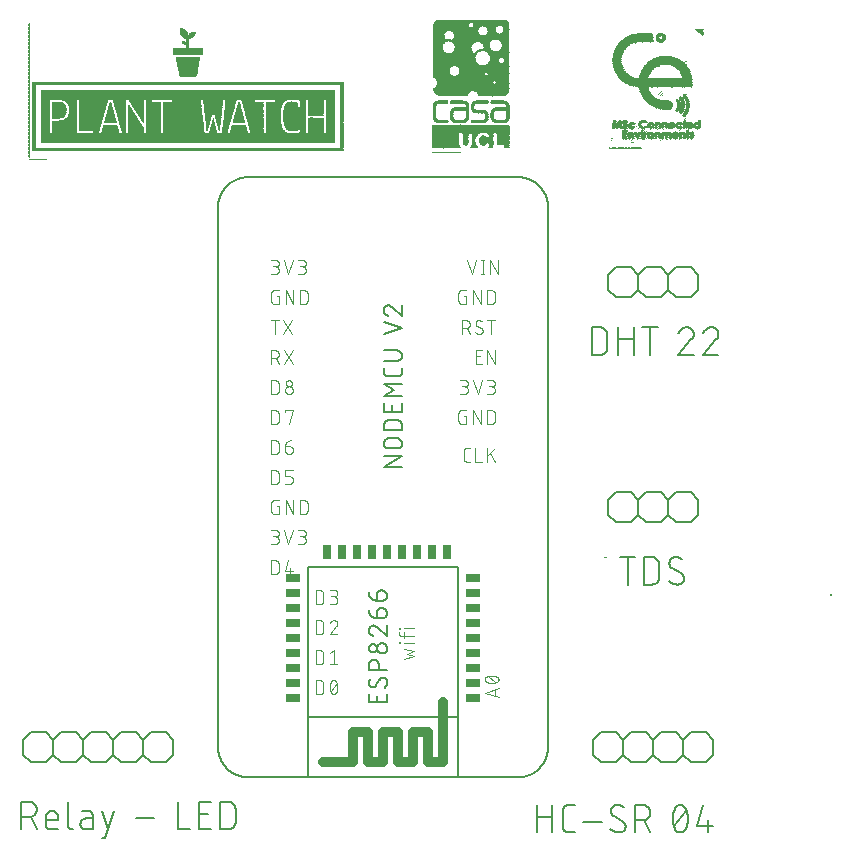
<source format=gbr>
G04 EAGLE Gerber RS-274X export*
G75*
%MOMM*%
%FSLAX34Y34*%
%LPD*%
%INSilkscreen Top*%
%IPPOS*%
%AMOC8*
5,1,8,0,0,1.08239X$1,22.5*%
G01*
%ADD10R,0.022856X0.021338*%
%ADD11R,0.022856X0.021081*%
%ADD12R,0.020319X0.021081*%
%ADD13R,0.020319X0.021338*%
%ADD14R,0.043181X0.021081*%
%ADD15R,0.063500X0.021081*%
%ADD16R,0.040638X0.021081*%
%ADD17R,0.043175X0.021081*%
%ADD18R,0.086356X0.021081*%
%ADD19R,0.083819X0.021081*%
%ADD20R,0.063500X0.021338*%
%ADD21R,0.083819X0.021338*%
%ADD22R,0.086356X0.021338*%
%ADD23R,0.043181X0.021338*%
%ADD24R,0.106681X0.021338*%
%ADD25R,0.043175X0.021338*%
%ADD26R,0.040638X0.021338*%
%ADD27R,0.106675X0.021338*%
%ADD28R,0.106675X0.021081*%
%ADD29R,0.106681X0.021081*%
%ADD30R,0.149856X0.021081*%
%ADD31R,0.060963X0.021081*%
%ADD32R,0.060963X0.021338*%
%ADD33R,0.066037X0.021081*%
%ADD34R,0.127000X0.021081*%
%ADD35R,0.147319X0.021338*%
%ADD36R,0.104138X0.021081*%
%ADD37R,0.104138X0.021338*%
%ADD38R,0.066037X0.021338*%
%ADD39R,0.129537X0.021081*%
%ADD40R,0.127000X0.021338*%
%ADD41R,0.170175X0.021081*%
%ADD42R,0.149856X0.021338*%
%ADD43R,0.147319X0.021081*%
%ADD44R,0.190500X0.021338*%
%ADD45R,0.124463X0.021081*%
%ADD46R,0.170181X0.021081*%
%ADD47R,0.233675X0.021338*%
%ADD48R,0.444500X0.021338*%
%ADD49R,0.251463X0.021338*%
%ADD50R,0.317500X0.021338*%
%ADD51R,0.464819X0.021081*%
%ADD52R,0.845819X0.021081*%
%ADD53R,0.254000X0.021081*%
%ADD54R,0.274319X0.021081*%
%ADD55R,0.551181X0.021081*%
%ADD56R,0.340356X0.021081*%
%ADD57R,0.210819X0.021081*%
%ADD58R,0.190500X0.021081*%
%ADD59R,0.655319X0.021338*%
%ADD60R,0.675638X0.021338*%
%ADD61R,0.929638X0.021338*%
%ADD62R,0.614675X0.021338*%
%ADD63R,0.170181X0.021338*%
%ADD64R,0.167637X0.021338*%
%ADD65R,0.167637X0.021081*%
%ADD66R,0.233681X0.021081*%
%ADD67R,0.170175X0.021338*%
%ADD68R,0.124463X0.021338*%
%ADD69R,0.129537X0.021338*%
%ADD70R,0.213356X0.021081*%
%ADD71R,0.231138X0.021081*%
%ADD72R,0.213356X0.021338*%
%ADD73R,5.692138X0.021081*%
%ADD74C,0.000000*%
%ADD75R,0.025400X0.025400*%
%ADD76R,0.050800X0.025400*%
%ADD77C,0.203200*%
%ADD78R,0.022856X0.022863*%
%ADD79R,0.022856X0.023113*%
%ADD80R,0.025400X0.023113*%
%ADD81R,0.022863X0.023113*%
%ADD82R,0.045719X0.023113*%
%ADD83R,0.048256X0.023113*%
%ADD84R,0.068575X0.023113*%
%ADD85R,25.676856X0.023113*%
%ADD86R,0.022863X0.022863*%
%ADD87R,25.791163X0.022863*%
%ADD88R,0.045719X0.022863*%
%ADD89R,0.025400X0.022863*%
%ADD90R,0.048256X0.022863*%
%ADD91R,0.093981X0.023113*%
%ADD92R,0.068575X0.022863*%
%ADD93R,0.068581X0.022863*%
%ADD94R,0.068581X0.023113*%
%ADD95R,0.071119X0.023113*%
%ADD96R,0.071119X0.022863*%
%ADD97R,0.091438X0.023113*%
%ADD98R,0.878838X0.023113*%
%ADD99R,0.208281X0.023113*%
%ADD100R,0.139700X0.023113*%
%ADD101R,1.016000X0.023113*%
%ADD102R,1.084581X0.023113*%
%ADD103R,0.162556X0.023113*%
%ADD104C,0.152400*%
%ADD105C,0.127000*%
%ADD106R,1.270000X0.635000*%
%ADD107R,0.635000X1.270000*%
%ADD108C,0.812800*%
%ADD109C,0.101600*%


D10*
X686649Y849691D03*
D11*
X677759Y849903D03*
D12*
X680515Y849903D03*
X681353Y849903D03*
D11*
X682839Y849903D03*
X685379Y849903D03*
D12*
X687500Y849903D03*
X688338Y849903D03*
D11*
X690459Y849903D03*
D12*
X691310Y849903D03*
X693215Y849903D03*
D11*
X693634Y849903D03*
D12*
X695120Y849903D03*
X696593Y849903D03*
X698295Y849903D03*
X699133Y849903D03*
X710995Y849903D03*
D11*
X711414Y849903D03*
D12*
X712468Y849903D03*
X713738Y849903D03*
D11*
X714589Y849903D03*
D12*
X715008Y849903D03*
D11*
X726019Y849903D03*
D12*
X738503Y849903D03*
D11*
X739354Y849903D03*
D12*
X740205Y849903D03*
X678178Y850114D03*
X678813Y850114D03*
X679448Y850114D03*
X680083Y850114D03*
D11*
X680934Y850114D03*
D12*
X681785Y850114D03*
X682420Y850114D03*
X683258Y850114D03*
X683893Y850114D03*
X684325Y850114D03*
X684960Y850114D03*
X685798Y850114D03*
X686433Y850114D03*
X687068Y850114D03*
D11*
X687919Y850114D03*
D12*
X688770Y850114D03*
X689405Y850114D03*
X690040Y850114D03*
X690878Y850114D03*
D11*
X691729Y850114D03*
D12*
X692148Y850114D03*
X692783Y850114D03*
X694053Y850114D03*
X694688Y850114D03*
X695526Y850114D03*
D11*
X696174Y850114D03*
D12*
X697228Y850114D03*
X697863Y850114D03*
D11*
X698714Y850114D03*
D12*
X699565Y850114D03*
X700403Y850114D03*
X709928Y850114D03*
X710563Y850114D03*
D11*
X712049Y850114D03*
D12*
X712900Y850114D03*
D11*
X713319Y850114D03*
D12*
X714170Y850114D03*
D11*
X724749Y850114D03*
D12*
X725600Y850114D03*
D11*
X726654Y850114D03*
D12*
X727073Y850114D03*
X727708Y850114D03*
X728140Y850114D03*
X738935Y850114D03*
X739773Y850114D03*
D11*
X740624Y850114D03*
X741259Y850114D03*
D13*
X677975Y850326D03*
D10*
X678394Y850326D03*
D13*
X678813Y850326D03*
X679245Y850326D03*
D10*
X679664Y850326D03*
X680299Y850326D03*
D13*
X680718Y850326D03*
X681150Y850326D03*
D10*
X681569Y850326D03*
X682204Y850326D03*
D13*
X682623Y850326D03*
X683055Y850326D03*
X683690Y850326D03*
D10*
X684109Y850326D03*
X684744Y850326D03*
D13*
X685163Y850326D03*
X685595Y850326D03*
D10*
X686217Y850326D03*
D13*
X686865Y850326D03*
D10*
X687284Y850326D03*
D13*
X687703Y850326D03*
X688135Y850326D03*
D10*
X688554Y850326D03*
D13*
X688973Y850326D03*
X689405Y850326D03*
D10*
X689824Y850326D03*
D13*
X690243Y850326D03*
X690675Y850326D03*
D10*
X691094Y850326D03*
D13*
X691513Y850326D03*
X691945Y850326D03*
X692580Y850326D03*
D10*
X692999Y850326D03*
D13*
X693418Y850326D03*
X693850Y850326D03*
D10*
X694269Y850326D03*
X694904Y850326D03*
D13*
X695323Y850326D03*
X695958Y850326D03*
X696390Y850326D03*
D10*
X696809Y850326D03*
D13*
X697228Y850326D03*
X697660Y850326D03*
D10*
X698079Y850326D03*
D13*
X698498Y850326D03*
X698930Y850326D03*
D10*
X699349Y850326D03*
D13*
X699768Y850326D03*
X700200Y850326D03*
D10*
X710144Y850326D03*
D13*
X710563Y850326D03*
X710995Y850326D03*
D10*
X711414Y850326D03*
D13*
X711833Y850326D03*
X712265Y850326D03*
D10*
X712684Y850326D03*
D13*
X713103Y850326D03*
X713535Y850326D03*
D10*
X713954Y850326D03*
X714589Y850326D03*
D13*
X715008Y850326D03*
D10*
X715427Y850326D03*
D13*
X725168Y850326D03*
X725600Y850326D03*
D10*
X726019Y850326D03*
D13*
X726438Y850326D03*
X726870Y850326D03*
D10*
X727289Y850326D03*
D13*
X727708Y850326D03*
X738300Y850326D03*
D10*
X738719Y850326D03*
D13*
X739138Y850326D03*
X739570Y850326D03*
D10*
X739989Y850326D03*
D13*
X740408Y850326D03*
X740840Y850326D03*
X741475Y850326D03*
D10*
X741894Y850326D03*
D12*
X677543Y850538D03*
X677975Y850538D03*
D14*
X678495Y850538D03*
X679130Y850538D03*
D15*
X679867Y850538D03*
D16*
X680616Y850538D03*
X681251Y850538D03*
D15*
X682001Y850538D03*
D12*
X682623Y850538D03*
D15*
X683271Y850538D03*
D12*
X683893Y850538D03*
D15*
X684541Y850538D03*
D17*
X685277Y850538D03*
D16*
X685900Y850538D03*
D15*
X686649Y850538D03*
D11*
X687284Y850538D03*
D17*
X687817Y850538D03*
D12*
X688338Y850538D03*
X688770Y850538D03*
D11*
X689189Y850538D03*
D17*
X689722Y850538D03*
X690357Y850538D03*
D12*
X690878Y850538D03*
D16*
X691411Y850538D03*
D12*
X691945Y850538D03*
D14*
X692465Y850538D03*
X693100Y850538D03*
X693735Y850538D03*
D18*
X694586Y850538D03*
D15*
X695539Y850538D03*
D14*
X696275Y850538D03*
X696910Y850538D03*
D11*
X697444Y850538D03*
D12*
X697863Y850538D03*
X698295Y850538D03*
D14*
X698815Y850538D03*
X699450Y850538D03*
D11*
X699984Y850538D03*
D12*
X700403Y850538D03*
X700835Y850538D03*
X709725Y850538D03*
D11*
X710144Y850538D03*
D12*
X710563Y850538D03*
D16*
X711096Y850538D03*
X711731Y850538D03*
X712366Y850538D03*
D12*
X712900Y850538D03*
D11*
X713319Y850538D03*
D17*
X713852Y850538D03*
X714487Y850538D03*
D12*
X715008Y850538D03*
D11*
X724749Y850538D03*
D12*
X725168Y850538D03*
X725600Y850538D03*
D14*
X726120Y850538D03*
D11*
X726654Y850538D03*
D12*
X727073Y850538D03*
X727505Y850538D03*
D11*
X727924Y850538D03*
D12*
X728343Y850538D03*
D11*
X738084Y850538D03*
D12*
X738503Y850538D03*
D17*
X739252Y850538D03*
X739887Y850538D03*
D12*
X740408Y850538D03*
D15*
X741056Y850538D03*
D12*
X741678Y850538D03*
X742313Y850538D03*
D11*
X677759Y850749D03*
D17*
X678292Y850749D03*
D12*
X678813Y850749D03*
D16*
X679346Y850749D03*
D12*
X679880Y850749D03*
D14*
X680400Y850749D03*
D11*
X680934Y850749D03*
D17*
X681467Y850749D03*
D12*
X681988Y850749D03*
D15*
X682636Y850749D03*
D12*
X683258Y850749D03*
D15*
X683906Y850749D03*
D12*
X684528Y850749D03*
X684960Y850749D03*
D15*
X685582Y850749D03*
D11*
X686217Y850749D03*
X686649Y850749D03*
D15*
X687284Y850749D03*
D11*
X687919Y850749D03*
D19*
X688655Y850749D03*
D16*
X689506Y850749D03*
D12*
X690040Y850749D03*
D14*
X690560Y850749D03*
X691195Y850749D03*
D18*
X692046Y850749D03*
D12*
X692783Y850749D03*
D15*
X693431Y850749D03*
D17*
X694167Y850749D03*
D12*
X694688Y850749D03*
X695120Y850749D03*
X695526Y850749D03*
D17*
X696072Y850749D03*
X696707Y850749D03*
D12*
X697228Y850749D03*
D19*
X697977Y850749D03*
D11*
X698714Y850749D03*
D12*
X699133Y850749D03*
D16*
X699666Y850749D03*
D12*
X700200Y850749D03*
X710360Y850749D03*
D14*
X710880Y850749D03*
X711515Y850749D03*
X712150Y850749D03*
D11*
X712684Y850749D03*
D15*
X713319Y850749D03*
X714157Y850749D03*
D12*
X714805Y850749D03*
D11*
X725384Y850749D03*
D17*
X725917Y850749D03*
D15*
X726654Y850749D03*
X727492Y850749D03*
D12*
X728140Y850749D03*
D19*
X738820Y850749D03*
D16*
X739671Y850749D03*
D15*
X740421Y850749D03*
D12*
X741043Y850749D03*
X741475Y850749D03*
D11*
X741894Y850749D03*
D10*
X677759Y850961D03*
D13*
X678178Y850961D03*
D20*
X678826Y850961D03*
D21*
X679765Y850961D03*
X680832Y850961D03*
D22*
X681886Y850961D03*
D13*
X682623Y850961D03*
D21*
X683372Y850961D03*
D23*
X684210Y850961D03*
D20*
X684947Y850961D03*
D13*
X685595Y850961D03*
D24*
X686433Y850961D03*
D10*
X687284Y850961D03*
D21*
X688020Y850961D03*
D13*
X688770Y850961D03*
D23*
X689290Y850961D03*
D20*
X690027Y850961D03*
X690891Y850961D03*
D25*
X691627Y850961D03*
D13*
X692148Y850961D03*
D20*
X692796Y850961D03*
D13*
X693418Y850961D03*
D26*
X693951Y850961D03*
D13*
X694485Y850961D03*
D24*
X695323Y850961D03*
D23*
X696275Y850961D03*
D24*
X697228Y850961D03*
D10*
X698079Y850961D03*
D27*
X698930Y850961D03*
D13*
X699768Y850961D03*
X700200Y850961D03*
D10*
X710144Y850961D03*
D13*
X710563Y850961D03*
D20*
X711211Y850961D03*
D25*
X711947Y850961D03*
D20*
X712684Y850961D03*
D10*
X713319Y850961D03*
D25*
X713852Y850961D03*
D13*
X714373Y850961D03*
X714805Y850961D03*
X715211Y850961D03*
X725168Y850961D03*
X725600Y850961D03*
D23*
X726120Y850961D03*
D10*
X726654Y850961D03*
D20*
X727289Y850961D03*
D10*
X727924Y850961D03*
D13*
X728343Y850961D03*
X737868Y850961D03*
D26*
X738401Y850961D03*
D13*
X738935Y850961D03*
D10*
X739354Y850961D03*
D25*
X739887Y850961D03*
D13*
X740408Y850961D03*
D20*
X741056Y850961D03*
D13*
X741678Y850961D03*
D12*
X677340Y851173D03*
D11*
X677759Y851173D03*
D15*
X678394Y851173D03*
D14*
X679130Y851173D03*
D11*
X679664Y851173D03*
D17*
X680197Y851173D03*
D12*
X680718Y851173D03*
D16*
X681251Y851173D03*
D12*
X681785Y851173D03*
D18*
X682521Y851173D03*
D12*
X683258Y851173D03*
D16*
X683791Y851173D03*
D19*
X684642Y851173D03*
D15*
X685582Y851173D03*
D11*
X686217Y851173D03*
X686649Y851173D03*
D19*
X687385Y851173D03*
D12*
X688135Y851173D03*
D18*
X688871Y851173D03*
D12*
X689608Y851173D03*
X690040Y851173D03*
D15*
X690662Y851173D03*
D16*
X691411Y851173D03*
D15*
X692161Y851173D03*
D12*
X692783Y851173D03*
D15*
X693431Y851173D03*
D28*
X694485Y851173D03*
D12*
X695323Y851173D03*
D17*
X695844Y851173D03*
D15*
X696606Y851173D03*
D17*
X697342Y851173D03*
D19*
X698180Y851173D03*
D12*
X698930Y851173D03*
D14*
X699450Y851173D03*
D11*
X699984Y851173D03*
D12*
X710360Y851173D03*
D14*
X710880Y851173D03*
X711515Y851173D03*
D15*
X712252Y851173D03*
D19*
X713217Y851173D03*
D14*
X714055Y851173D03*
D11*
X714589Y851173D03*
X725384Y851173D03*
D12*
X725803Y851173D03*
D19*
X726552Y851173D03*
D11*
X727289Y851173D03*
D17*
X727822Y851173D03*
D12*
X738300Y851173D03*
D29*
X739138Y851173D03*
X740408Y851173D03*
D14*
X741360Y851173D03*
D11*
X741894Y851173D03*
X677759Y851384D03*
D12*
X678178Y851384D03*
D16*
X678711Y851384D03*
D19*
X679562Y851384D03*
D18*
X680616Y851384D03*
D19*
X681670Y851384D03*
D12*
X682420Y851384D03*
D18*
X683156Y851384D03*
D15*
X684109Y851384D03*
D11*
X684744Y851384D03*
D15*
X685379Y851384D03*
D29*
X686433Y851384D03*
D11*
X687284Y851384D03*
D19*
X688020Y851384D03*
D12*
X688770Y851384D03*
D30*
X689824Y851384D03*
D17*
X690992Y851384D03*
D15*
X691729Y851384D03*
D29*
X692783Y851384D03*
D15*
X693837Y851384D03*
D16*
X694586Y851384D03*
D31*
X695323Y851384D03*
D15*
X696174Y851384D03*
D14*
X696910Y851384D03*
X697545Y851384D03*
D11*
X698079Y851384D03*
D19*
X698815Y851384D03*
D12*
X699565Y851384D03*
D11*
X699984Y851384D03*
X710779Y851384D03*
D12*
X711198Y851384D03*
D15*
X711846Y851384D03*
D17*
X712582Y851384D03*
X713217Y851384D03*
X713852Y851384D03*
D12*
X714373Y851384D03*
D17*
X725917Y851384D03*
X726552Y851384D03*
D19*
X727390Y851384D03*
D16*
X728241Y851384D03*
D12*
X737868Y851384D03*
X738300Y851384D03*
D11*
X738719Y851384D03*
D12*
X739138Y851384D03*
D15*
X739786Y851384D03*
D12*
X740408Y851384D03*
D16*
X740941Y851384D03*
D12*
X741475Y851384D03*
D11*
X741894Y851384D03*
D13*
X677543Y851596D03*
D20*
X678191Y851596D03*
X679029Y851596D03*
D10*
X679664Y851596D03*
D25*
X680197Y851596D03*
D13*
X680718Y851596D03*
D26*
X681251Y851596D03*
D13*
X681785Y851596D03*
D20*
X682407Y851596D03*
D13*
X683055Y851596D03*
D23*
X683575Y851596D03*
D10*
X684109Y851596D03*
D21*
X684845Y851596D03*
D32*
X685798Y851596D03*
D13*
X686433Y851596D03*
D21*
X687182Y851596D03*
D10*
X687919Y851596D03*
D21*
X688655Y851596D03*
D26*
X689506Y851596D03*
D13*
X690040Y851596D03*
D23*
X690560Y851596D03*
D22*
X691411Y851596D03*
D25*
X692262Y851596D03*
D13*
X692783Y851596D03*
D26*
X693316Y851596D03*
D13*
X693850Y851596D03*
D23*
X694370Y851596D03*
D20*
X695107Y851596D03*
D25*
X695844Y851596D03*
D26*
X696491Y851596D03*
X697126Y851596D03*
D21*
X697977Y851596D03*
D23*
X698815Y851596D03*
D10*
X699349Y851596D03*
D13*
X699768Y851596D03*
X710563Y851596D03*
D21*
X711312Y851596D03*
D23*
X712150Y851596D03*
D20*
X712887Y851596D03*
D26*
X713636Y851596D03*
D13*
X714170Y851596D03*
D10*
X714589Y851596D03*
D13*
X725600Y851596D03*
X726235Y851596D03*
D20*
X726857Y851596D03*
D13*
X727505Y851596D03*
D10*
X727924Y851596D03*
D13*
X738300Y851596D03*
D22*
X739036Y851596D03*
D13*
X739773Y851596D03*
D20*
X740421Y851596D03*
D25*
X741157Y851596D03*
D13*
X741678Y851596D03*
D11*
X677759Y851808D03*
D12*
X678178Y851808D03*
D15*
X678826Y851808D03*
D19*
X679765Y851808D03*
X680832Y851808D03*
D18*
X681886Y851808D03*
D19*
X682940Y851808D03*
X684007Y851808D03*
D11*
X684744Y851808D03*
D17*
X685277Y851808D03*
D12*
X685798Y851808D03*
D33*
X686433Y851808D03*
D12*
X687068Y851808D03*
D19*
X687817Y851808D03*
D14*
X688655Y851808D03*
D11*
X689189Y851808D03*
D19*
X689925Y851808D03*
D16*
X690776Y851808D03*
D12*
X691310Y851808D03*
D14*
X691830Y851808D03*
D18*
X692681Y851808D03*
D19*
X693735Y851808D03*
D15*
X694701Y851808D03*
D16*
X695425Y851808D03*
D17*
X696072Y851808D03*
D15*
X696809Y851808D03*
X697647Y851808D03*
D16*
X698396Y851808D03*
D15*
X699146Y851808D03*
D12*
X710995Y851808D03*
D11*
X711414Y851808D03*
D17*
X711947Y851808D03*
X712582Y851808D03*
D12*
X713103Y851808D03*
X713535Y851808D03*
D11*
X713954Y851808D03*
X726019Y851808D03*
D17*
X726552Y851808D03*
D19*
X727390Y851808D03*
D12*
X728140Y851808D03*
D11*
X738084Y851808D03*
D17*
X738617Y851808D03*
D12*
X739138Y851808D03*
D19*
X739887Y851808D03*
D15*
X740827Y851808D03*
D16*
X741576Y851808D03*
D12*
X742110Y851808D03*
X677340Y852019D03*
D19*
X678292Y852019D03*
D14*
X679130Y852019D03*
D11*
X679664Y852019D03*
D15*
X680299Y852019D03*
D11*
X680934Y852019D03*
D17*
X681467Y852019D03*
D12*
X681988Y852019D03*
X682420Y852019D03*
D11*
X682839Y852019D03*
D17*
X683372Y852019D03*
X684007Y852019D03*
D15*
X684744Y852019D03*
D29*
X685798Y852019D03*
D18*
X686966Y852019D03*
D12*
X687703Y852019D03*
D16*
X688236Y852019D03*
D19*
X689087Y852019D03*
D11*
X689824Y852019D03*
D17*
X690357Y852019D03*
D19*
X691195Y852019D03*
D15*
X692161Y852019D03*
D12*
X692783Y852019D03*
D16*
X693316Y852019D03*
D12*
X693850Y852019D03*
D14*
X694370Y852019D03*
X695005Y852019D03*
D15*
X695742Y852019D03*
D12*
X696390Y852019D03*
D11*
X696809Y852019D03*
D17*
X697342Y852019D03*
X697977Y852019D03*
X698612Y852019D03*
D12*
X699133Y852019D03*
X699565Y852019D03*
D11*
X710779Y852019D03*
D15*
X711414Y852019D03*
X712252Y852019D03*
D34*
X713433Y852019D03*
D12*
X714373Y852019D03*
D11*
X719669Y852019D03*
X726019Y852019D03*
D12*
X726438Y852019D03*
D16*
X726971Y852019D03*
D12*
X727505Y852019D03*
D14*
X728025Y852019D03*
D12*
X737868Y852019D03*
X738503Y852019D03*
D19*
X739252Y852019D03*
D11*
X739989Y852019D03*
D17*
X740522Y852019D03*
D15*
X741259Y852019D03*
D12*
X742313Y852019D03*
D10*
X677759Y852231D03*
X678394Y852231D03*
D13*
X678813Y852231D03*
D21*
X679562Y852231D03*
D10*
X680299Y852231D03*
D21*
X681035Y852231D03*
D35*
X682420Y852231D03*
D20*
X683677Y852231D03*
X684541Y852231D03*
D25*
X685277Y852231D03*
D13*
X685798Y852231D03*
D25*
X686319Y852231D03*
D13*
X686865Y852231D03*
D22*
X687601Y852231D03*
D25*
X688452Y852231D03*
D13*
X688973Y852231D03*
D21*
X689722Y852231D03*
D20*
X690662Y852231D03*
D13*
X691310Y852231D03*
D23*
X691830Y852231D03*
D22*
X692681Y852231D03*
D27*
X693850Y852231D03*
D13*
X694688Y852231D03*
D32*
X695323Y852231D03*
D35*
X696593Y852231D03*
D13*
X697660Y852231D03*
D23*
X698180Y852231D03*
X698815Y852231D03*
D10*
X699349Y852231D03*
D13*
X699768Y852231D03*
D10*
X705064Y852231D03*
D13*
X705915Y852231D03*
D10*
X706334Y852231D03*
D13*
X711198Y852231D03*
D20*
X711846Y852231D03*
D21*
X712785Y852231D03*
D13*
X713535Y852231D03*
X720520Y852231D03*
D10*
X721574Y852231D03*
D13*
X726235Y852231D03*
D10*
X726654Y852231D03*
D21*
X727390Y852231D03*
D13*
X728343Y852231D03*
D21*
X738617Y852231D03*
D10*
X739354Y852231D03*
D21*
X740090Y852231D03*
D26*
X740941Y852231D03*
D13*
X741475Y852231D03*
D10*
X741894Y852231D03*
D12*
X677543Y852443D03*
D34*
X678508Y852443D03*
D17*
X679562Y852443D03*
D19*
X680400Y852443D03*
D12*
X681150Y852443D03*
D14*
X681670Y852443D03*
D11*
X682204Y852443D03*
D12*
X682623Y852443D03*
D16*
X683156Y852443D03*
D12*
X683690Y852443D03*
D15*
X684312Y852443D03*
D16*
X685061Y852443D03*
D31*
X685798Y852443D03*
D19*
X686750Y852443D03*
D12*
X687500Y852443D03*
D14*
X688020Y852443D03*
D18*
X688871Y852443D03*
D12*
X689608Y852443D03*
D16*
X690141Y852443D03*
D12*
X690675Y852443D03*
D15*
X691297Y852443D03*
D16*
X692046Y852443D03*
D12*
X692580Y852443D03*
D15*
X693202Y852443D03*
D12*
X693850Y852443D03*
D18*
X694586Y852443D03*
D12*
X695323Y852443D03*
D11*
X695742Y852443D03*
D14*
X696275Y852443D03*
D11*
X696809Y852443D03*
D19*
X697545Y852443D03*
D15*
X698511Y852443D03*
D12*
X699133Y852443D03*
X704010Y852443D03*
D11*
X704429Y852443D03*
D12*
X704848Y852443D03*
X705280Y852443D03*
D11*
X705699Y852443D03*
D12*
X710995Y852443D03*
D11*
X711414Y852443D03*
D12*
X711833Y852443D03*
D16*
X712366Y852443D03*
D12*
X712900Y852443D03*
D14*
X713420Y852443D03*
D11*
X713954Y852443D03*
D12*
X718615Y852443D03*
X719453Y852443D03*
X719885Y852443D03*
D11*
X720304Y852443D03*
X720939Y852443D03*
D15*
X726857Y852443D03*
D12*
X727505Y852443D03*
D14*
X728025Y852443D03*
D11*
X728559Y852443D03*
D12*
X734693Y852443D03*
D11*
X736179Y852443D03*
D12*
X737868Y852443D03*
X738300Y852443D03*
D11*
X738719Y852443D03*
D19*
X739455Y852443D03*
D12*
X740205Y852443D03*
D14*
X740725Y852443D03*
X741360Y852443D03*
D11*
X741894Y852443D03*
D14*
X677860Y852654D03*
D11*
X678394Y852654D03*
D12*
X678813Y852654D03*
D16*
X679346Y852654D03*
X679981Y852654D03*
D12*
X680515Y852654D03*
D18*
X681251Y852654D03*
D28*
X682420Y852654D03*
D19*
X683575Y852654D03*
D12*
X684325Y852654D03*
D14*
X684845Y852654D03*
D15*
X685582Y852654D03*
D17*
X686319Y852654D03*
D12*
X686865Y852654D03*
D15*
X687487Y852654D03*
X688351Y852654D03*
D12*
X688973Y852654D03*
D15*
X689621Y852654D03*
D28*
X690675Y852654D03*
D15*
X691729Y852654D03*
X692567Y852654D03*
D12*
X693215Y852654D03*
D15*
X693837Y852654D03*
D16*
X694586Y852654D03*
D36*
X695539Y852654D03*
D19*
X696707Y852654D03*
D14*
X697545Y852654D03*
D15*
X698282Y852654D03*
D16*
X699031Y852654D03*
D11*
X704429Y852654D03*
D12*
X704848Y852654D03*
D16*
X705381Y852654D03*
D12*
X705915Y852654D03*
D11*
X706334Y852654D03*
D12*
X711198Y852654D03*
D19*
X711947Y852654D03*
D15*
X712887Y852654D03*
D12*
X713535Y852654D03*
D11*
X719034Y852654D03*
D12*
X719453Y852654D03*
X719885Y852654D03*
D11*
X720304Y852654D03*
D17*
X720837Y852654D03*
D12*
X721358Y852654D03*
X726235Y852654D03*
D11*
X726654Y852654D03*
D28*
X727505Y852654D03*
D12*
X738300Y852654D03*
D15*
X738922Y852654D03*
D12*
X739570Y852654D03*
D15*
X740192Y852654D03*
X741056Y852654D03*
D12*
X741678Y852654D03*
D10*
X677759Y852866D03*
D27*
X678610Y852866D03*
D20*
X679664Y852866D03*
D22*
X680616Y852866D03*
D13*
X681353Y852866D03*
D26*
X681886Y852866D03*
D13*
X682420Y852866D03*
D23*
X682940Y852866D03*
X683575Y852866D03*
D20*
X684312Y852866D03*
X685176Y852866D03*
D26*
X685900Y852866D03*
D21*
X686750Y852866D03*
D13*
X687500Y852866D03*
D10*
X687919Y852866D03*
D13*
X688338Y852866D03*
D21*
X689087Y852866D03*
D23*
X689925Y852866D03*
X690560Y852866D03*
X691195Y852866D03*
D10*
X691729Y852866D03*
D20*
X692364Y852866D03*
D22*
X693316Y852866D03*
D25*
X694167Y852866D03*
D20*
X694904Y852866D03*
D13*
X695526Y852866D03*
D25*
X696072Y852866D03*
D13*
X696593Y852866D03*
D26*
X697126Y852866D03*
D20*
X697876Y852866D03*
D25*
X698612Y852866D03*
D13*
X699133Y852866D03*
X699565Y852866D03*
D10*
X703794Y852866D03*
D13*
X704213Y852866D03*
X704645Y852866D03*
D23*
X705165Y852866D03*
D20*
X705902Y852866D03*
D13*
X706550Y852866D03*
D10*
X706969Y852866D03*
D13*
X711198Y852866D03*
X711630Y852866D03*
D10*
X712049Y852866D03*
D20*
X712684Y852866D03*
D10*
X713319Y852866D03*
X713954Y852866D03*
D13*
X718818Y852866D03*
X719250Y852866D03*
D20*
X719872Y852866D03*
D13*
X720520Y852866D03*
D10*
X720939Y852866D03*
D13*
X721358Y852866D03*
X721790Y852866D03*
X725803Y852866D03*
X726438Y852866D03*
X726870Y852866D03*
D23*
X727390Y852866D03*
D10*
X727924Y852866D03*
D13*
X728343Y852866D03*
X732788Y852866D03*
X733423Y852866D03*
X733855Y852866D03*
X734490Y852866D03*
X735125Y852866D03*
X735760Y852866D03*
X736395Y852866D03*
X737030Y852866D03*
D10*
X737449Y852866D03*
D13*
X737868Y852866D03*
D26*
X738401Y852866D03*
D13*
X738935Y852866D03*
D22*
X739671Y852866D03*
D21*
X740725Y852866D03*
D13*
X741475Y852866D03*
D10*
X741894Y852866D03*
D12*
X677340Y853078D03*
D11*
X677759Y853078D03*
D12*
X678178Y853078D03*
X678610Y853078D03*
D15*
X679232Y853078D03*
X680096Y853078D03*
D12*
X680718Y853078D03*
D19*
X681467Y853078D03*
D15*
X682407Y853078D03*
D16*
X683156Y853078D03*
D15*
X683906Y853078D03*
X684744Y853078D03*
D14*
X685480Y853078D03*
D15*
X686217Y853078D03*
D12*
X686865Y853078D03*
D30*
X687919Y853078D03*
D12*
X688973Y853078D03*
D16*
X689506Y853078D03*
X690141Y853078D03*
X690776Y853078D03*
D19*
X691627Y853078D03*
D11*
X692364Y853078D03*
D17*
X692897Y853078D03*
D12*
X693418Y853078D03*
X693850Y853078D03*
D14*
X694370Y853078D03*
D11*
X694904Y853078D03*
D15*
X695539Y853078D03*
D18*
X696491Y853078D03*
D17*
X697342Y853078D03*
D12*
X697863Y853078D03*
D16*
X698396Y853078D03*
D12*
X698930Y853078D03*
D16*
X704111Y853078D03*
D15*
X704861Y853078D03*
D17*
X705597Y853078D03*
D12*
X706118Y853078D03*
X706550Y853078D03*
D11*
X711414Y853078D03*
D19*
X712150Y853078D03*
D16*
X713001Y853078D03*
D12*
X713535Y853078D03*
X718183Y853078D03*
X718615Y853078D03*
D11*
X719034Y853078D03*
D17*
X719567Y853078D03*
D19*
X720405Y853078D03*
D16*
X721256Y853078D03*
D12*
X721993Y853078D03*
X722425Y853078D03*
X726235Y853078D03*
D15*
X726857Y853078D03*
D16*
X727606Y853078D03*
D12*
X728140Y853078D03*
X732585Y853078D03*
X733220Y853078D03*
D11*
X733639Y853078D03*
D12*
X734058Y853078D03*
X734490Y853078D03*
D11*
X734909Y853078D03*
D12*
X735328Y853078D03*
X735760Y853078D03*
D11*
X736179Y853078D03*
D17*
X736712Y853078D03*
D12*
X737233Y853078D03*
X737665Y853078D03*
D14*
X738185Y853078D03*
D18*
X739036Y853078D03*
D12*
X739773Y853078D03*
D16*
X740306Y853078D03*
D12*
X740840Y853078D03*
D14*
X741360Y853078D03*
D11*
X741894Y853078D03*
X677759Y853289D03*
D19*
X678495Y853289D03*
D12*
X679245Y853289D03*
D14*
X679765Y853289D03*
D18*
X680616Y853289D03*
D17*
X681467Y853289D03*
D15*
X682204Y853289D03*
D14*
X682940Y853289D03*
X683575Y853289D03*
D11*
X684109Y853289D03*
D12*
X684528Y853289D03*
D16*
X685061Y853289D03*
X685696Y853289D03*
D11*
X686217Y853289D03*
D18*
X686966Y853289D03*
D12*
X687703Y853289D03*
X688135Y853289D03*
D18*
X688871Y853289D03*
D15*
X689824Y853289D03*
D11*
X690459Y853289D03*
D17*
X690992Y853289D03*
X691627Y853289D03*
D19*
X692465Y853289D03*
D36*
X693634Y853289D03*
X694904Y853289D03*
D17*
X695844Y853289D03*
D12*
X696390Y853289D03*
D14*
X696910Y853289D03*
D29*
X697863Y853289D03*
D14*
X698815Y853289D03*
D11*
X699349Y853289D03*
D12*
X703375Y853289D03*
D11*
X703794Y853289D03*
D15*
X704429Y853289D03*
X705267Y853289D03*
D12*
X705915Y853289D03*
D14*
X706435Y853289D03*
D11*
X706969Y853289D03*
D12*
X711198Y853289D03*
D16*
X711731Y853289D03*
D12*
X712265Y853289D03*
D11*
X712684Y853289D03*
D12*
X713103Y853289D03*
X713535Y853289D03*
D11*
X718399Y853289D03*
D15*
X719034Y853289D03*
D14*
X719770Y853289D03*
X720405Y853289D03*
X721040Y853289D03*
X721675Y853289D03*
D12*
X724965Y853289D03*
X725600Y853289D03*
D11*
X726019Y853289D03*
D17*
X726552Y853289D03*
X727187Y853289D03*
X727822Y853289D03*
D14*
X733105Y853289D03*
D11*
X733639Y853289D03*
D17*
X734172Y853289D03*
D12*
X734693Y853289D03*
D16*
X735226Y853289D03*
X735861Y853289D03*
D12*
X736395Y853289D03*
D11*
X736814Y853289D03*
D12*
X737233Y853289D03*
D15*
X737881Y853289D03*
D17*
X738617Y853289D03*
D12*
X739138Y853289D03*
D19*
X739887Y853289D03*
D18*
X740941Y853289D03*
D12*
X741678Y853289D03*
X742313Y853289D03*
D13*
X677543Y853501D03*
X677975Y853501D03*
D23*
X678495Y853501D03*
D20*
X679232Y853501D03*
D26*
X679981Y853501D03*
D13*
X680515Y853501D03*
D20*
X681137Y853501D03*
D26*
X681886Y853501D03*
X682521Y853501D03*
D20*
X683271Y853501D03*
D27*
X684325Y853501D03*
D20*
X685379Y853501D03*
D22*
X686331Y853501D03*
D13*
X687068Y853501D03*
D37*
X687919Y853501D03*
D26*
X688871Y853501D03*
X689506Y853501D03*
D37*
X690459Y853501D03*
D13*
X691310Y853501D03*
D20*
X691932Y853501D03*
D13*
X692580Y853501D03*
D23*
X693100Y853501D03*
D10*
X693634Y853501D03*
D20*
X694269Y853501D03*
D10*
X694904Y853501D03*
D26*
X695425Y853501D03*
D21*
X696275Y853501D03*
D20*
X697241Y853501D03*
D13*
X697863Y853501D03*
D20*
X698511Y853501D03*
D13*
X699133Y853501D03*
D10*
X703794Y853501D03*
D13*
X704213Y853501D03*
D20*
X704861Y853501D03*
D27*
X705915Y853501D03*
D13*
X706753Y853501D03*
X711630Y853501D03*
D24*
X712468Y853501D03*
D10*
X713319Y853501D03*
D25*
X718297Y853501D03*
D13*
X718818Y853501D03*
D20*
X719466Y853501D03*
D25*
X720202Y853501D03*
D13*
X720723Y853501D03*
D20*
X721371Y853501D03*
D13*
X721993Y853501D03*
X722425Y853501D03*
D10*
X725384Y853501D03*
D13*
X725803Y853501D03*
D26*
X726336Y853501D03*
D13*
X726870Y853501D03*
D20*
X727492Y853501D03*
D13*
X728140Y853501D03*
D10*
X728559Y853501D03*
X732369Y853501D03*
D25*
X732902Y853501D03*
D21*
X733740Y853501D03*
X734807Y853501D03*
D23*
X735645Y853501D03*
D20*
X736382Y853501D03*
X737246Y853501D03*
D13*
X737868Y853501D03*
X738300Y853501D03*
D22*
X739036Y853501D03*
D13*
X739773Y853501D03*
D20*
X740421Y853501D03*
D13*
X741043Y853501D03*
X741475Y853501D03*
D10*
X741894Y853501D03*
D11*
X677759Y853713D03*
D12*
X678178Y853713D03*
D15*
X678826Y853713D03*
X679664Y853713D03*
X680502Y853713D03*
D12*
X681150Y853713D03*
D14*
X681670Y853713D03*
X682305Y853713D03*
D15*
X683042Y853713D03*
X683906Y853713D03*
D12*
X684528Y853713D03*
D16*
X685061Y853713D03*
D31*
X685798Y853713D03*
D12*
X686433Y853713D03*
D19*
X687182Y853713D03*
D11*
X687919Y853713D03*
D17*
X688452Y853713D03*
X689087Y853713D03*
X689722Y853713D03*
X690357Y853713D03*
D19*
X691195Y853713D03*
D12*
X691945Y853713D03*
D15*
X692567Y853713D03*
D19*
X693532Y853713D03*
D11*
X694269Y853713D03*
D15*
X694904Y853713D03*
D14*
X695640Y853713D03*
D11*
X696174Y853713D03*
D17*
X696707Y853713D03*
D12*
X697228Y853713D03*
D15*
X697876Y853713D03*
D12*
X698498Y853713D03*
X698930Y853713D03*
X703578Y853713D03*
D15*
X704226Y853713D03*
D12*
X704848Y853713D03*
D16*
X705381Y853713D03*
D12*
X705915Y853713D03*
D14*
X706435Y853713D03*
D11*
X706969Y853713D03*
X711414Y853713D03*
D15*
X712049Y853713D03*
D11*
X712684Y853713D03*
D12*
X713103Y853713D03*
X713535Y853713D03*
D11*
X717764Y853713D03*
D12*
X718183Y853713D03*
D19*
X718932Y853713D03*
D14*
X719770Y853713D03*
D29*
X720723Y853713D03*
D11*
X721574Y853713D03*
D17*
X722107Y853713D03*
D12*
X724330Y853713D03*
D11*
X724749Y853713D03*
D17*
X725282Y853713D03*
D15*
X726019Y853713D03*
D18*
X726971Y853713D03*
D17*
X727822Y853713D03*
D12*
X732788Y853713D03*
X733220Y853713D03*
D11*
X733639Y853713D03*
D17*
X734172Y853713D03*
D12*
X734693Y853713D03*
D16*
X735226Y853713D03*
D15*
X735976Y853713D03*
D17*
X736712Y853713D03*
D12*
X737233Y853713D03*
D36*
X738084Y853713D03*
D12*
X738935Y853713D03*
D18*
X739671Y853713D03*
D12*
X740408Y853713D03*
D19*
X741157Y853713D03*
D11*
X741894Y853713D03*
D12*
X677543Y853924D03*
D15*
X678191Y853924D03*
D12*
X678813Y853924D03*
D16*
X679346Y853924D03*
D15*
X680096Y853924D03*
D19*
X681035Y853924D03*
D15*
X682001Y853924D03*
D17*
X682737Y853924D03*
X683372Y853924D03*
D12*
X683893Y853924D03*
D15*
X684541Y853924D03*
D17*
X685277Y853924D03*
D12*
X685798Y853924D03*
D18*
X686535Y853924D03*
D11*
X687284Y853924D03*
D15*
X687919Y853924D03*
D14*
X688655Y853924D03*
D15*
X689392Y853924D03*
D12*
X690040Y853924D03*
D14*
X690560Y853924D03*
X691195Y853924D03*
D18*
X692046Y853924D03*
D15*
X692999Y853924D03*
D11*
X693634Y853924D03*
D19*
X694370Y853924D03*
D16*
X695221Y853924D03*
D18*
X696060Y853924D03*
D29*
X697228Y853924D03*
D18*
X698396Y853924D03*
D12*
X699133Y853924D03*
X703578Y853924D03*
D16*
X704111Y853924D03*
D15*
X704861Y853924D03*
D19*
X705800Y853924D03*
D16*
X706651Y853924D03*
D12*
X707185Y853924D03*
D11*
X711414Y853924D03*
D17*
X711947Y853924D03*
D15*
X712684Y853924D03*
D12*
X717980Y853924D03*
D11*
X718399Y853924D03*
D12*
X718818Y853924D03*
D16*
X719351Y853924D03*
D15*
X720101Y853924D03*
D12*
X720723Y853924D03*
D36*
X721574Y853924D03*
D12*
X722425Y853924D03*
D11*
X722844Y853924D03*
X724749Y853924D03*
D12*
X725168Y853924D03*
D16*
X725701Y853924D03*
D15*
X726451Y853924D03*
D12*
X727073Y853924D03*
D16*
X727606Y853924D03*
D12*
X728140Y853924D03*
X732585Y853924D03*
D29*
X733423Y853924D03*
D18*
X734591Y853924D03*
D15*
X735544Y853924D03*
D14*
X736280Y853924D03*
D29*
X737233Y853924D03*
D11*
X738084Y853924D03*
D19*
X738820Y853924D03*
D16*
X739671Y853924D03*
D19*
X740522Y853924D03*
D11*
X741259Y853924D03*
D12*
X741678Y853924D03*
D23*
X677860Y854136D03*
D24*
X678813Y854136D03*
D23*
X679765Y854136D03*
X680400Y854136D03*
D10*
X680934Y854136D03*
D20*
X681569Y854136D03*
X682407Y854136D03*
D13*
X683055Y854136D03*
D24*
X683893Y854136D03*
D20*
X684947Y854136D03*
D21*
X685912Y854136D03*
D10*
X686649Y854136D03*
D21*
X687385Y854136D03*
D26*
X688236Y854136D03*
D20*
X688986Y854136D03*
D21*
X689925Y854136D03*
D26*
X690776Y854136D03*
D20*
X691526Y854136D03*
D13*
X692148Y854136D03*
D26*
X692681Y854136D03*
D21*
X693532Y854136D03*
D23*
X694370Y854136D03*
D10*
X694904Y854136D03*
D20*
X695539Y854136D03*
D10*
X696174Y854136D03*
D25*
X696707Y854136D03*
D13*
X697228Y854136D03*
D26*
X697761Y854136D03*
D13*
X698295Y854136D03*
D10*
X698714Y854136D03*
D13*
X699133Y854136D03*
X703375Y854136D03*
D23*
X703895Y854136D03*
D20*
X704632Y854136D03*
X705496Y854136D03*
D25*
X706232Y854136D03*
D13*
X706753Y854136D03*
X707388Y854136D03*
X711630Y854136D03*
D20*
X712252Y854136D03*
D13*
X712900Y854136D03*
D10*
X713319Y854136D03*
X717764Y854136D03*
D27*
X718615Y854136D03*
D21*
X719770Y854136D03*
D20*
X720736Y854136D03*
D13*
X721358Y854136D03*
X721790Y854136D03*
D23*
X722310Y854136D03*
D13*
X723060Y854136D03*
X723466Y854136D03*
X723898Y854136D03*
D26*
X724431Y854136D03*
D20*
X725181Y854136D03*
D25*
X725917Y854136D03*
D13*
X726438Y854136D03*
D20*
X727086Y854136D03*
D25*
X727822Y854136D03*
D13*
X728343Y854136D03*
X732585Y854136D03*
D10*
X733004Y854136D03*
D13*
X733423Y854136D03*
D26*
X733956Y854136D03*
D13*
X734490Y854136D03*
D20*
X735112Y854136D03*
D26*
X735861Y854136D03*
D21*
X736712Y854136D03*
D10*
X737449Y854136D03*
D20*
X738084Y854136D03*
D10*
X738719Y854136D03*
D25*
X739252Y854136D03*
X739887Y854136D03*
D13*
X740408Y854136D03*
D21*
X741157Y854136D03*
D13*
X742110Y854136D03*
D12*
X677340Y854348D03*
X677975Y854348D03*
D11*
X678394Y854348D03*
D17*
X678927Y854348D03*
X679562Y854348D03*
D12*
X680083Y854348D03*
D19*
X680832Y854348D03*
D11*
X681569Y854348D03*
D17*
X682102Y854348D03*
D28*
X683055Y854348D03*
D12*
X683893Y854348D03*
X684325Y854348D03*
D11*
X684744Y854348D03*
D15*
X685379Y854348D03*
D12*
X686001Y854348D03*
D15*
X686649Y854348D03*
D11*
X687284Y854348D03*
D17*
X687817Y854348D03*
D15*
X688554Y854348D03*
D14*
X689290Y854348D03*
X689925Y854348D03*
D15*
X690662Y854348D03*
D12*
X691310Y854348D03*
D18*
X692046Y854348D03*
D17*
X692897Y854348D03*
D12*
X693418Y854348D03*
D15*
X694066Y854348D03*
D19*
X695005Y854348D03*
D18*
X696060Y854348D03*
X697126Y854348D03*
D19*
X698180Y854348D03*
D12*
X698930Y854348D03*
X703578Y854348D03*
D15*
X704226Y854348D03*
X705064Y854348D03*
D14*
X705800Y854348D03*
X706435Y854348D03*
D11*
X706969Y854348D03*
X711414Y854348D03*
D17*
X711947Y854348D03*
X712582Y854348D03*
D12*
X713103Y854348D03*
D11*
X717764Y854348D03*
D12*
X718183Y854348D03*
X718615Y854348D03*
D15*
X719237Y854348D03*
D12*
X719885Y854348D03*
D15*
X720507Y854348D03*
D36*
X721574Y854348D03*
D12*
X722425Y854348D03*
D11*
X722844Y854348D03*
X723682Y854348D03*
D14*
X724215Y854348D03*
X724850Y854348D03*
D15*
X725587Y854348D03*
D19*
X726552Y854348D03*
D15*
X727492Y854348D03*
D12*
X728140Y854348D03*
D11*
X728559Y854348D03*
D18*
X733321Y854348D03*
D19*
X734375Y854348D03*
D12*
X735125Y854348D03*
D14*
X735645Y854348D03*
X736280Y854348D03*
D11*
X736814Y854348D03*
D19*
X737550Y854348D03*
X738617Y854348D03*
D15*
X739557Y854348D03*
X740421Y854348D03*
D12*
X741043Y854348D03*
X741475Y854348D03*
D11*
X741894Y854348D03*
X677759Y854559D03*
D15*
X678394Y854559D03*
D14*
X679130Y854559D03*
D18*
X679981Y854559D03*
D17*
X680832Y854559D03*
D19*
X681670Y854559D03*
D16*
X682521Y854559D03*
D12*
X683055Y854559D03*
D14*
X683575Y854559D03*
D29*
X684528Y854559D03*
D11*
X685379Y854559D03*
D19*
X686115Y854559D03*
X687182Y854559D03*
D15*
X688122Y854559D03*
D16*
X688871Y854559D03*
D15*
X689621Y854559D03*
D17*
X690357Y854559D03*
D19*
X691195Y854559D03*
D12*
X691945Y854559D03*
D15*
X692567Y854559D03*
X693431Y854559D03*
D12*
X694053Y854559D03*
D15*
X694701Y854559D03*
D16*
X695425Y854559D03*
D12*
X695958Y854559D03*
D16*
X696491Y854559D03*
D12*
X697025Y854559D03*
D14*
X697545Y854559D03*
D11*
X698079Y854559D03*
D15*
X698714Y854559D03*
D11*
X699349Y854559D03*
D12*
X703375Y854559D03*
D11*
X703794Y854559D03*
D12*
X704213Y854559D03*
D16*
X704746Y854559D03*
X705381Y854559D03*
X706016Y854559D03*
X706651Y854559D03*
D12*
X707185Y854559D03*
X711630Y854559D03*
D14*
X712150Y854559D03*
X712785Y854559D03*
D12*
X717345Y854559D03*
D11*
X717764Y854559D03*
D19*
X718500Y854559D03*
D12*
X719250Y854559D03*
D15*
X719872Y854559D03*
D12*
X720520Y854559D03*
D14*
X721040Y854559D03*
D11*
X721574Y854559D03*
D15*
X722209Y854559D03*
D11*
X722844Y854559D03*
D16*
X723365Y854559D03*
D12*
X723898Y854559D03*
D16*
X724431Y854559D03*
X725066Y854559D03*
D12*
X725600Y854559D03*
D15*
X726222Y854559D03*
D16*
X726971Y854559D03*
X727606Y854559D03*
D12*
X728140Y854559D03*
D11*
X732369Y854559D03*
D17*
X732902Y854559D03*
D12*
X733423Y854559D03*
D16*
X733956Y854559D03*
D12*
X734490Y854559D03*
D15*
X735112Y854559D03*
X735976Y854559D03*
X736814Y854559D03*
D11*
X737449Y854559D03*
D17*
X737982Y854559D03*
X738617Y854559D03*
X739252Y854559D03*
D15*
X739989Y854559D03*
D18*
X740941Y854559D03*
D12*
X741678Y854559D03*
D13*
X677543Y854771D03*
D26*
X678076Y854771D03*
X678711Y854771D03*
D20*
X679461Y854771D03*
D13*
X680083Y854771D03*
D26*
X680616Y854771D03*
D13*
X681150Y854771D03*
D10*
X681569Y854771D03*
D20*
X682204Y854771D03*
X683042Y854771D03*
D21*
X684007Y854771D03*
D10*
X684744Y854771D03*
D20*
X685379Y854771D03*
D13*
X686001Y854771D03*
D25*
X686547Y854771D03*
D13*
X687068Y854771D03*
D26*
X687601Y854771D03*
D13*
X688135Y854771D03*
D23*
X688655Y854771D03*
X689290Y854771D03*
X689925Y854771D03*
X690560Y854771D03*
X691195Y854771D03*
D20*
X691932Y854771D03*
D13*
X692580Y854771D03*
D20*
X693202Y854771D03*
D21*
X694167Y854771D03*
D23*
X695005Y854771D03*
D22*
X695856Y854771D03*
D21*
X696910Y854771D03*
X697977Y854771D03*
D10*
X698714Y854771D03*
D13*
X703578Y854771D03*
D21*
X704327Y854771D03*
D10*
X705064Y854771D03*
D25*
X705597Y854771D03*
D20*
X706334Y854771D03*
D10*
X706969Y854771D03*
X711414Y854771D03*
D25*
X711947Y854771D03*
X712582Y854771D03*
D13*
X713103Y854771D03*
D10*
X717764Y854771D03*
D13*
X718183Y854771D03*
X718615Y854771D03*
D22*
X719351Y854771D03*
D21*
X720405Y854771D03*
X721472Y854771D03*
D10*
X722209Y854771D03*
D25*
X722742Y854771D03*
D13*
X723263Y854771D03*
D38*
X723898Y854771D03*
D25*
X724647Y854771D03*
D27*
X725600Y854771D03*
D25*
X726552Y854771D03*
X727187Y854771D03*
X727822Y854771D03*
D13*
X732788Y854771D03*
D21*
X733537Y854771D03*
D22*
X734591Y854771D03*
D20*
X735544Y854771D03*
X736382Y854771D03*
D21*
X737347Y854771D03*
D23*
X738185Y854771D03*
D20*
X738922Y854771D03*
D26*
X739671Y854771D03*
X740306Y854771D03*
X740941Y854771D03*
D13*
X741475Y854771D03*
D10*
X741894Y854771D03*
D14*
X677860Y854983D03*
D11*
X678394Y854983D03*
D15*
X679029Y854983D03*
D18*
X679981Y854983D03*
D34*
X681251Y854983D03*
D11*
X682204Y854983D03*
D15*
X682839Y854983D03*
D14*
X683575Y854983D03*
D11*
X684109Y854983D03*
D19*
X684845Y854983D03*
X685912Y854983D03*
D18*
X686966Y854983D03*
D19*
X688020Y854983D03*
D15*
X688986Y854983D03*
D12*
X689608Y854983D03*
D15*
X690256Y854983D03*
D17*
X690992Y854983D03*
D15*
X691729Y854983D03*
D18*
X692681Y854983D03*
D17*
X693532Y854983D03*
D12*
X694053Y854983D03*
D16*
X694586Y854983D03*
X695221Y854983D03*
D17*
X695844Y854983D03*
D12*
X696390Y854983D03*
D14*
X696910Y854983D03*
X697545Y854983D03*
D11*
X698079Y854983D03*
D12*
X698498Y854983D03*
D16*
X699031Y854983D03*
D12*
X703375Y854983D03*
D11*
X703794Y854983D03*
D12*
X704213Y854983D03*
D19*
X704962Y854983D03*
D15*
X705902Y854983D03*
D12*
X706550Y854983D03*
D11*
X706969Y854983D03*
D12*
X711630Y854983D03*
D15*
X712252Y854983D03*
D12*
X712900Y854983D03*
X717548Y854983D03*
D36*
X718399Y854983D03*
D12*
X719250Y854983D03*
D14*
X719770Y854983D03*
X720405Y854983D03*
X721040Y854983D03*
D11*
X721574Y854983D03*
D15*
X722209Y854983D03*
D11*
X722844Y854983D03*
D16*
X723365Y854983D03*
D12*
X723898Y854983D03*
X724330Y854983D03*
D15*
X724952Y854983D03*
D12*
X725600Y854983D03*
D14*
X726120Y854983D03*
X726755Y854983D03*
D15*
X727492Y854983D03*
D12*
X728343Y854983D03*
D16*
X732686Y854983D03*
D12*
X733220Y854983D03*
D11*
X733639Y854983D03*
D17*
X734172Y854983D03*
D12*
X734693Y854983D03*
D16*
X735226Y854983D03*
D12*
X735760Y854983D03*
D11*
X736179Y854983D03*
D17*
X736712Y854983D03*
D12*
X737233Y854983D03*
D16*
X737766Y854983D03*
X738401Y854983D03*
D12*
X738935Y854983D03*
D14*
X739455Y854983D03*
D11*
X739989Y854983D03*
D17*
X740522Y854983D03*
D19*
X741360Y854983D03*
D12*
X742110Y854983D03*
D11*
X677759Y855194D03*
D19*
X678495Y855194D03*
D16*
X679346Y855194D03*
D12*
X679880Y855194D03*
D14*
X680400Y855194D03*
X681035Y855194D03*
D11*
X681569Y855194D03*
D19*
X682305Y855194D03*
D16*
X683156Y855194D03*
D19*
X684007Y855194D03*
D11*
X684744Y855194D03*
D17*
X685277Y855194D03*
D12*
X685798Y855194D03*
D17*
X686319Y855194D03*
D12*
X686865Y855194D03*
D14*
X687385Y855194D03*
X688020Y855194D03*
X688655Y855194D03*
D29*
X689608Y855194D03*
D14*
X690560Y855194D03*
D15*
X691297Y855194D03*
D16*
X692046Y855194D03*
D12*
X692580Y855194D03*
D14*
X693100Y855194D03*
D18*
X693951Y855194D03*
D17*
X694802Y855194D03*
D16*
X695425Y855194D03*
D19*
X696275Y855194D03*
D15*
X697241Y855194D03*
D28*
X698295Y855194D03*
D12*
X703578Y855194D03*
D15*
X704226Y855194D03*
D17*
X704962Y855194D03*
D15*
X705699Y855194D03*
X706537Y855194D03*
D12*
X707185Y855194D03*
D11*
X711414Y855194D03*
D17*
X711947Y855194D03*
X712582Y855194D03*
D12*
X713103Y855194D03*
X717548Y855194D03*
D16*
X718081Y855194D03*
D12*
X718615Y855194D03*
D15*
X719237Y855194D03*
D16*
X719986Y855194D03*
D15*
X720736Y855194D03*
D19*
X721675Y855194D03*
D36*
X722844Y855194D03*
D39*
X724215Y855194D03*
D19*
X725485Y855194D03*
D16*
X726336Y855194D03*
D15*
X727086Y855194D03*
X727924Y855194D03*
D11*
X728559Y855194D03*
D29*
X733423Y855194D03*
D18*
X734591Y855194D03*
D34*
X735861Y855194D03*
D18*
X737131Y855194D03*
D15*
X738084Y855194D03*
X738922Y855194D03*
D36*
X739989Y855194D03*
D16*
X740941Y855194D03*
D12*
X741475Y855194D03*
D13*
X677340Y855406D03*
D10*
X677759Y855406D03*
D13*
X678178Y855406D03*
X678610Y855406D03*
D10*
X679029Y855406D03*
D21*
X679765Y855406D03*
D20*
X680731Y855406D03*
X681569Y855406D03*
D10*
X682204Y855406D03*
D25*
X682737Y855406D03*
X683372Y855406D03*
D13*
X683893Y855406D03*
D21*
X684642Y855406D03*
X685684Y855406D03*
X686750Y855406D03*
D20*
X687716Y855406D03*
D25*
X688452Y855406D03*
X689087Y855406D03*
D13*
X689608Y855406D03*
D26*
X690141Y855406D03*
D20*
X690891Y855406D03*
D25*
X691627Y855406D03*
D21*
X692465Y855406D03*
D26*
X693316Y855406D03*
X693951Y855406D03*
D13*
X694485Y855406D03*
D20*
X695107Y855406D03*
D10*
X695742Y855406D03*
X696174Y855406D03*
D25*
X696707Y855406D03*
D13*
X697228Y855406D03*
D20*
X697876Y855406D03*
D13*
X698498Y855406D03*
D26*
X699031Y855406D03*
D13*
X703375Y855406D03*
D23*
X703895Y855406D03*
D20*
X704632Y855406D03*
D26*
X705381Y855406D03*
X706016Y855406D03*
D13*
X706550Y855406D03*
D10*
X706969Y855406D03*
D13*
X711630Y855406D03*
D23*
X712150Y855406D03*
D10*
X712684Y855406D03*
D13*
X713103Y855406D03*
X717345Y855406D03*
D23*
X717865Y855406D03*
D22*
X718716Y855406D03*
D20*
X719669Y855406D03*
D23*
X720405Y855406D03*
D20*
X721142Y855406D03*
D13*
X721790Y855406D03*
D23*
X722310Y855406D03*
X722945Y855406D03*
D20*
X723682Y855406D03*
D13*
X724330Y855406D03*
D23*
X724850Y855406D03*
D10*
X725384Y855406D03*
D25*
X725917Y855406D03*
D20*
X726654Y855406D03*
D23*
X727390Y855406D03*
D10*
X727924Y855406D03*
X732369Y855406D03*
D25*
X732902Y855406D03*
D13*
X733423Y855406D03*
D20*
X734071Y855406D03*
D13*
X734693Y855406D03*
X735125Y855406D03*
D23*
X735645Y855406D03*
D10*
X736179Y855406D03*
D25*
X736712Y855406D03*
D13*
X737233Y855406D03*
D20*
X737881Y855406D03*
X738719Y855406D03*
X739557Y855406D03*
D13*
X740205Y855406D03*
D23*
X740725Y855406D03*
X741360Y855406D03*
D10*
X741894Y855406D03*
D11*
X677759Y855618D03*
D34*
X678711Y855618D03*
D14*
X679765Y855618D03*
D11*
X680299Y855618D03*
D12*
X680718Y855618D03*
D15*
X681366Y855618D03*
X682204Y855618D03*
X683042Y855618D03*
X683906Y855618D03*
D12*
X684528Y855618D03*
D16*
X685061Y855618D03*
D12*
X685595Y855618D03*
D14*
X686115Y855618D03*
D11*
X686649Y855618D03*
D17*
X687182Y855618D03*
D12*
X687703Y855618D03*
X688135Y855618D03*
D15*
X688757Y855618D03*
X689621Y855618D03*
X690459Y855618D03*
D14*
X691195Y855618D03*
X691830Y855618D03*
D11*
X692364Y855618D03*
D17*
X692897Y855618D03*
X693532Y855618D03*
D28*
X694485Y855618D03*
D34*
X695856Y855618D03*
D18*
X697126Y855618D03*
D12*
X697863Y855618D03*
D15*
X698511Y855618D03*
D12*
X703578Y855618D03*
D16*
X704111Y855618D03*
D12*
X704645Y855618D03*
D14*
X705165Y855618D03*
D11*
X705699Y855618D03*
D19*
X706435Y855618D03*
D12*
X707388Y855618D03*
D11*
X711414Y855618D03*
D17*
X711947Y855618D03*
X712582Y855618D03*
D12*
X717548Y855618D03*
D15*
X718196Y855618D03*
D12*
X718818Y855618D03*
D16*
X719351Y855618D03*
X719986Y855618D03*
X720621Y855618D03*
D12*
X721155Y855618D03*
D15*
X721777Y855618D03*
D16*
X722526Y855618D03*
D31*
X723263Y855618D03*
D19*
X724215Y855618D03*
X725282Y855618D03*
D15*
X726222Y855618D03*
D16*
X726971Y855618D03*
D15*
X727721Y855618D03*
D12*
X728343Y855618D03*
X732788Y855618D03*
D15*
X733436Y855618D03*
D12*
X734058Y855618D03*
D36*
X734909Y855618D03*
D19*
X736077Y855618D03*
D18*
X737131Y855618D03*
D12*
X737868Y855618D03*
D16*
X738401Y855618D03*
X739036Y855618D03*
D12*
X739570Y855618D03*
D18*
X740306Y855618D03*
D17*
X741157Y855618D03*
D12*
X741678Y855618D03*
X742110Y855618D03*
X677543Y855829D03*
X677975Y855829D03*
D14*
X678495Y855829D03*
D11*
X679029Y855829D03*
D17*
X679562Y855829D03*
D28*
X680515Y855829D03*
D12*
X681353Y855829D03*
D15*
X682001Y855829D03*
D17*
X682737Y855829D03*
D15*
X683474Y855829D03*
D18*
X684426Y855829D03*
D19*
X685480Y855829D03*
D18*
X686535Y855829D03*
D30*
X687919Y855829D03*
D15*
X689189Y855829D03*
D14*
X689925Y855829D03*
D11*
X690459Y855829D03*
D12*
X690878Y855829D03*
D15*
X691526Y855829D03*
X692364Y855829D03*
X693202Y855829D03*
D16*
X693951Y855829D03*
D12*
X694485Y855829D03*
D14*
X695005Y855829D03*
D12*
X695526Y855829D03*
X695958Y855829D03*
D16*
X696491Y855829D03*
D12*
X697025Y855829D03*
D29*
X697863Y855829D03*
D11*
X698714Y855829D03*
D12*
X699133Y855829D03*
X703375Y855829D03*
D11*
X703794Y855829D03*
D19*
X704530Y855829D03*
D36*
X705699Y855829D03*
D12*
X706550Y855829D03*
D11*
X706969Y855829D03*
D12*
X711630Y855829D03*
D15*
X712252Y855829D03*
D16*
X713001Y855829D03*
D12*
X717345Y855829D03*
X717980Y855829D03*
D18*
X718716Y855829D03*
D17*
X719567Y855829D03*
D15*
X720304Y855829D03*
D18*
X721256Y855829D03*
D15*
X722209Y855829D03*
D14*
X722945Y855829D03*
X723580Y855829D03*
D11*
X724114Y855829D03*
D17*
X724647Y855829D03*
D12*
X725168Y855829D03*
D16*
X725701Y855829D03*
D12*
X726235Y855829D03*
D14*
X726755Y855829D03*
X727390Y855829D03*
D11*
X727924Y855829D03*
D12*
X732585Y855829D03*
D15*
X733207Y855829D03*
D19*
X734172Y855829D03*
D11*
X734909Y855829D03*
D17*
X735442Y855829D03*
D12*
X735963Y855829D03*
D15*
X736611Y855829D03*
D12*
X737233Y855829D03*
D15*
X737881Y855829D03*
D17*
X738617Y855829D03*
D19*
X739455Y855829D03*
D12*
X740205Y855829D03*
D18*
X740941Y855829D03*
D12*
X741678Y855829D03*
D10*
X677759Y856041D03*
D25*
X678292Y856041D03*
D21*
X679130Y856041D03*
D20*
X680096Y856041D03*
D13*
X680718Y856041D03*
D20*
X681366Y856041D03*
D13*
X681988Y856041D03*
D26*
X682521Y856041D03*
X683156Y856041D03*
X683791Y856041D03*
D13*
X684325Y856041D03*
D20*
X684947Y856041D03*
D13*
X685595Y856041D03*
X686001Y856041D03*
X686433Y856041D03*
D26*
X686966Y856041D03*
X687601Y856041D03*
D13*
X688135Y856041D03*
D23*
X688655Y856041D03*
D10*
X689189Y856041D03*
D25*
X689722Y856041D03*
D27*
X690675Y856041D03*
D13*
X691513Y856041D03*
D20*
X692161Y856041D03*
X692999Y856041D03*
D23*
X693735Y856041D03*
D20*
X694472Y856041D03*
D40*
X695653Y856041D03*
D21*
X696910Y856041D03*
D26*
X697761Y856041D03*
X698396Y856041D03*
D13*
X698930Y856041D03*
X703578Y856041D03*
D26*
X704111Y856041D03*
D13*
X704645Y856041D03*
D20*
X705267Y856041D03*
D13*
X705915Y856041D03*
D20*
X706537Y856041D03*
D13*
X707185Y856041D03*
X711630Y856041D03*
D10*
X712049Y856041D03*
D25*
X712582Y856041D03*
D21*
X717865Y856041D03*
D13*
X718615Y856041D03*
D23*
X719135Y856041D03*
D20*
X719872Y856041D03*
X720736Y856041D03*
D13*
X721358Y856041D03*
D26*
X721891Y856041D03*
X722526Y856041D03*
X723161Y856041D03*
D22*
X724000Y856041D03*
X725066Y856041D03*
D21*
X726120Y856041D03*
D20*
X727086Y856041D03*
D25*
X727822Y856041D03*
D13*
X728343Y856041D03*
D10*
X732369Y856041D03*
X733004Y856041D03*
D20*
X733639Y856041D03*
D10*
X734274Y856041D03*
D20*
X734909Y856041D03*
D22*
X735861Y856041D03*
D13*
X736598Y856041D03*
D21*
X737347Y856041D03*
D20*
X738287Y856041D03*
X739151Y856041D03*
D21*
X740090Y856041D03*
D13*
X740840Y856041D03*
D23*
X741360Y856041D03*
D10*
X741894Y856041D03*
D12*
X677543Y856253D03*
D16*
X678076Y856253D03*
X678711Y856253D03*
D12*
X679245Y856253D03*
D15*
X679867Y856253D03*
D19*
X680832Y856253D03*
D18*
X681886Y856253D03*
D15*
X682839Y856253D03*
D11*
X683474Y856253D03*
D19*
X684210Y856253D03*
D12*
X684960Y856253D03*
D30*
X686014Y856253D03*
D17*
X687182Y856253D03*
D19*
X688020Y856253D03*
X689087Y856253D03*
D15*
X690027Y856253D03*
D12*
X690675Y856253D03*
D29*
X691513Y856253D03*
D15*
X692567Y856253D03*
X693431Y856253D03*
X694269Y856253D03*
D14*
X695005Y856253D03*
X695640Y856253D03*
X696275Y856253D03*
X696910Y856253D03*
D11*
X697444Y856253D03*
D17*
X697977Y856253D03*
D15*
X698714Y856253D03*
D11*
X699349Y856253D03*
D12*
X703375Y856253D03*
D11*
X703794Y856253D03*
D19*
X704530Y856253D03*
D12*
X705280Y856253D03*
D18*
X706016Y856253D03*
D12*
X706753Y856253D03*
X707388Y856253D03*
D11*
X711414Y856253D03*
D15*
X712049Y856253D03*
D11*
X712684Y856253D03*
D12*
X713103Y856253D03*
X717548Y856253D03*
X717980Y856253D03*
D15*
X718602Y856253D03*
X719466Y856253D03*
D17*
X720202Y856253D03*
D12*
X720723Y856253D03*
D15*
X721371Y856253D03*
D17*
X722107Y856253D03*
D15*
X722844Y856253D03*
D14*
X723580Y856253D03*
D11*
X724114Y856253D03*
D17*
X724647Y856253D03*
D12*
X725168Y856253D03*
D16*
X725701Y856253D03*
D12*
X726235Y856253D03*
D14*
X726755Y856253D03*
D15*
X727492Y856253D03*
D12*
X728140Y856253D03*
D15*
X733004Y856253D03*
D11*
X733639Y856253D03*
D19*
X734375Y856253D03*
D16*
X735226Y856253D03*
D12*
X735760Y856253D03*
D18*
X736496Y856253D03*
D12*
X737233Y856253D03*
D16*
X737766Y856253D03*
D12*
X738300Y856253D03*
D14*
X738820Y856253D03*
X739455Y856253D03*
D11*
X739989Y856253D03*
D19*
X740725Y856253D03*
D12*
X741475Y856253D03*
D11*
X741894Y856253D03*
X677759Y856464D03*
D15*
X678394Y856464D03*
X679232Y856464D03*
D12*
X679880Y856464D03*
D14*
X680400Y856464D03*
D11*
X680934Y856464D03*
D17*
X681467Y856464D03*
D12*
X681988Y856464D03*
D16*
X682521Y856464D03*
D19*
X683372Y856464D03*
D14*
X684210Y856464D03*
D18*
X685061Y856464D03*
D12*
X685798Y856464D03*
D11*
X686217Y856464D03*
D14*
X686750Y856464D03*
X687385Y856464D03*
D11*
X687919Y856464D03*
D17*
X688452Y856464D03*
D12*
X688973Y856464D03*
D15*
X689621Y856464D03*
D19*
X690560Y856464D03*
D16*
X691411Y856464D03*
X692046Y856464D03*
D12*
X692580Y856464D03*
D14*
X693100Y856464D03*
D15*
X693837Y856464D03*
D16*
X694586Y856464D03*
X695221Y856464D03*
D17*
X695844Y856464D03*
D16*
X696491Y856464D03*
D36*
X697444Y856464D03*
D12*
X698295Y856464D03*
D11*
X698714Y856464D03*
D12*
X703578Y856464D03*
D15*
X704226Y856464D03*
D19*
X705165Y856464D03*
D12*
X705915Y856464D03*
D14*
X706435Y856464D03*
D11*
X706969Y856464D03*
D16*
X711731Y856464D03*
X712366Y856464D03*
D12*
X712900Y856464D03*
D11*
X717129Y856464D03*
D12*
X717548Y856464D03*
D19*
X718297Y856464D03*
D15*
X719237Y856464D03*
D16*
X719986Y856464D03*
D19*
X720837Y856464D03*
D15*
X721777Y856464D03*
X722641Y856464D03*
D16*
X723365Y856464D03*
D19*
X724215Y856464D03*
X725282Y856464D03*
D18*
X726336Y856464D03*
D12*
X727073Y856464D03*
D16*
X727606Y856464D03*
D12*
X728140Y856464D03*
X732585Y856464D03*
D11*
X733004Y856464D03*
D19*
X733740Y856464D03*
D12*
X734490Y856464D03*
D14*
X735010Y856464D03*
D15*
X735747Y856464D03*
D12*
X736395Y856464D03*
D18*
X737131Y856464D03*
D28*
X738300Y856464D03*
D12*
X739138Y856464D03*
D19*
X739887Y856464D03*
D11*
X740624Y856464D03*
D17*
X741157Y856464D03*
D12*
X741678Y856464D03*
D13*
X677340Y856676D03*
D10*
X677759Y856676D03*
D13*
X678178Y856676D03*
D20*
X678826Y856676D03*
D21*
X679765Y856676D03*
X680832Y856676D03*
D24*
X681988Y856676D03*
D23*
X682940Y856676D03*
D10*
X683474Y856676D03*
D25*
X684007Y856676D03*
X684642Y856676D03*
D13*
X685163Y856676D03*
D37*
X686014Y856676D03*
D20*
X687081Y856676D03*
X687919Y856676D03*
D22*
X688871Y856676D03*
D13*
X689608Y856676D03*
D26*
X690141Y856676D03*
D13*
X690675Y856676D03*
D10*
X691094Y856676D03*
D25*
X691627Y856676D03*
X692262Y856676D03*
X692897Y856676D03*
D13*
X693418Y856676D03*
X693850Y856676D03*
D10*
X694269Y856676D03*
D25*
X694802Y856676D03*
D13*
X695323Y856676D03*
D10*
X695742Y856676D03*
X696174Y856676D03*
D13*
X696593Y856676D03*
X697025Y856676D03*
D10*
X697444Y856676D03*
D27*
X698295Y856676D03*
D13*
X699133Y856676D03*
X703375Y856676D03*
D10*
X703794Y856676D03*
D13*
X704213Y856676D03*
X704645Y856676D03*
D23*
X705165Y856676D03*
D20*
X705902Y856676D03*
D26*
X706651Y856676D03*
D13*
X707185Y856676D03*
D10*
X711414Y856676D03*
X712049Y856676D03*
D25*
X712582Y856676D03*
D13*
X713103Y856676D03*
X717548Y856676D03*
X717980Y856676D03*
D10*
X718399Y856676D03*
D25*
X718932Y856676D03*
X719567Y856676D03*
D20*
X720304Y856676D03*
D10*
X720939Y856676D03*
D25*
X721472Y856676D03*
D20*
X722209Y856676D03*
D23*
X722945Y856676D03*
D20*
X723682Y856676D03*
D13*
X724330Y856676D03*
D23*
X724850Y856676D03*
D10*
X725384Y856676D03*
D20*
X726019Y856676D03*
D22*
X726971Y856676D03*
D25*
X727822Y856676D03*
D13*
X728343Y856676D03*
X732788Y856676D03*
D26*
X733321Y856676D03*
D13*
X733855Y856676D03*
D20*
X734477Y856676D03*
X735341Y856676D03*
D21*
X736280Y856676D03*
D26*
X737131Y856676D03*
D13*
X737665Y856676D03*
D23*
X738185Y856676D03*
D22*
X739036Y856676D03*
D13*
X739773Y856676D03*
D21*
X740522Y856676D03*
D23*
X741360Y856676D03*
D10*
X741894Y856676D03*
D11*
X677759Y856888D03*
D15*
X678394Y856888D03*
D14*
X679130Y856888D03*
X679765Y856888D03*
X680400Y856888D03*
D11*
X680934Y856888D03*
D17*
X681467Y856888D03*
D12*
X681988Y856888D03*
D16*
X682521Y856888D03*
D19*
X683372Y856888D03*
D15*
X684312Y856888D03*
D19*
X685277Y856888D03*
D12*
X686001Y856888D03*
X686433Y856888D03*
X686865Y856888D03*
D15*
X687487Y856888D03*
D16*
X688236Y856888D03*
X688871Y856888D03*
D19*
X689722Y856888D03*
D29*
X690878Y856888D03*
D14*
X691830Y856888D03*
D11*
X692364Y856888D03*
D12*
X692783Y856888D03*
X693418Y856888D03*
X694053Y856888D03*
X694485Y856888D03*
X695120Y856888D03*
X695526Y856888D03*
X695958Y856888D03*
X696390Y856888D03*
D11*
X696809Y856888D03*
D15*
X697444Y856888D03*
D14*
X698180Y856888D03*
D11*
X698714Y856888D03*
D12*
X699133Y856888D03*
X703578Y856888D03*
D36*
X704429Y856888D03*
D15*
X705496Y856888D03*
X706334Y856888D03*
D11*
X706969Y856888D03*
D36*
X712049Y856888D03*
D12*
X712900Y856888D03*
X717345Y856888D03*
D29*
X718183Y856888D03*
D14*
X719135Y856888D03*
D15*
X719872Y856888D03*
D19*
X720837Y856888D03*
D11*
X721574Y856888D03*
D12*
X721993Y856888D03*
D16*
X722526Y856888D03*
D31*
X723263Y856888D03*
D19*
X724215Y856888D03*
X725282Y856888D03*
D11*
X726019Y856888D03*
D12*
X726438Y856888D03*
D16*
X726971Y856888D03*
D12*
X727505Y856888D03*
D11*
X727924Y856888D03*
D12*
X728343Y856888D03*
D11*
X732369Y856888D03*
D17*
X732902Y856888D03*
D19*
X733740Y856888D03*
D12*
X734490Y856888D03*
D14*
X735010Y856888D03*
X735645Y856888D03*
D11*
X736179Y856888D03*
D17*
X736712Y856888D03*
D19*
X737550Y856888D03*
D16*
X738401Y856888D03*
X739036Y856888D03*
D15*
X739786Y856888D03*
D17*
X740522Y856888D03*
X741157Y856888D03*
D12*
X741678Y856888D03*
X742313Y856888D03*
X677543Y857099D03*
D16*
X678076Y857099D03*
X678711Y857099D03*
X679346Y857099D03*
D15*
X680096Y857099D03*
D19*
X681035Y857099D03*
D15*
X682001Y857099D03*
X682839Y857099D03*
D11*
X683474Y857099D03*
D17*
X684007Y857099D03*
X684642Y857099D03*
D12*
X685163Y857099D03*
D16*
X685696Y857099D03*
D28*
X686636Y857099D03*
D12*
X687500Y857099D03*
D11*
X687919Y857099D03*
D15*
X688554Y857099D03*
D14*
X689290Y857099D03*
D11*
X689824Y857099D03*
D17*
X690357Y857099D03*
D12*
X690878Y857099D03*
D15*
X691526Y857099D03*
D12*
X692148Y857099D03*
X692580Y857099D03*
X693215Y857099D03*
D11*
X693634Y857099D03*
D12*
X694053Y857099D03*
D11*
X694904Y857099D03*
X695742Y857099D03*
D12*
X696593Y857099D03*
X697025Y857099D03*
D11*
X697444Y857099D03*
D12*
X697863Y857099D03*
D16*
X698396Y857099D03*
D12*
X698930Y857099D03*
X703375Y857099D03*
D14*
X703895Y857099D03*
D11*
X704429Y857099D03*
D17*
X704962Y857099D03*
D12*
X705483Y857099D03*
D16*
X706016Y857099D03*
D12*
X706550Y857099D03*
D11*
X706969Y857099D03*
X711414Y857099D03*
D12*
X711833Y857099D03*
X712265Y857099D03*
D11*
X712684Y857099D03*
D12*
X713103Y857099D03*
D11*
X717764Y857099D03*
D12*
X718183Y857099D03*
D15*
X718831Y857099D03*
D17*
X719567Y857099D03*
X720202Y857099D03*
D12*
X720723Y857099D03*
D34*
X721688Y857099D03*
D15*
X722844Y857099D03*
D14*
X723580Y857099D03*
D11*
X724114Y857099D03*
D15*
X724749Y857099D03*
D11*
X725384Y857099D03*
D28*
X726235Y857099D03*
X727505Y857099D03*
D12*
X732788Y857099D03*
D15*
X733436Y857099D03*
D28*
X734490Y857099D03*
D12*
X735328Y857099D03*
D19*
X736077Y857099D03*
D14*
X736915Y857099D03*
D11*
X737449Y857099D03*
D17*
X737982Y857099D03*
X738617Y857099D03*
D15*
X739354Y857099D03*
D14*
X740090Y857099D03*
X740725Y857099D03*
X741360Y857099D03*
D11*
X741894Y857099D03*
D10*
X677759Y857311D03*
D25*
X678292Y857311D03*
D20*
X679029Y857311D03*
D10*
X679664Y857311D03*
D13*
X680083Y857311D03*
D26*
X680616Y857311D03*
D13*
X681150Y857311D03*
D20*
X681772Y857311D03*
D26*
X682521Y857311D03*
D21*
X683372Y857311D03*
D23*
X684210Y857311D03*
D22*
X685061Y857311D03*
D21*
X686115Y857311D03*
D13*
X686865Y857311D03*
D24*
X687703Y857311D03*
D10*
X688554Y857311D03*
D25*
X689087Y857311D03*
D20*
X689824Y857311D03*
D22*
X690776Y857311D03*
D13*
X691513Y857311D03*
X691945Y857311D03*
D10*
X692364Y857311D03*
D13*
X692783Y857311D03*
X694485Y857311D03*
X695120Y857311D03*
D10*
X696174Y857311D03*
D13*
X697025Y857311D03*
D22*
X697761Y857311D03*
D25*
X698612Y857311D03*
D13*
X699133Y857311D03*
X703578Y857311D03*
D21*
X704327Y857311D03*
D22*
X705381Y857311D03*
D21*
X706435Y857311D03*
D13*
X707185Y857311D03*
X711630Y857311D03*
D22*
X712366Y857311D03*
D13*
X713103Y857311D03*
X717548Y857311D03*
D20*
X718196Y857311D03*
D13*
X718818Y857311D03*
D26*
X719351Y857311D03*
D13*
X719885Y857311D03*
D22*
X720621Y857311D03*
D25*
X721472Y857311D03*
D13*
X721993Y857311D03*
D26*
X722526Y857311D03*
X723161Y857311D03*
D22*
X724000Y857311D03*
D10*
X724749Y857311D03*
D21*
X725485Y857311D03*
D13*
X726235Y857311D03*
D23*
X726755Y857311D03*
X727390Y857311D03*
D10*
X727924Y857311D03*
D13*
X728343Y857311D03*
X732585Y857311D03*
D23*
X733105Y857311D03*
X733740Y857311D03*
X734375Y857311D03*
D22*
X735226Y857311D03*
D25*
X736077Y857311D03*
D13*
X736598Y857311D03*
D21*
X737347Y857311D03*
D20*
X738287Y857311D03*
D26*
X739036Y857311D03*
X739671Y857311D03*
X740306Y857311D03*
D20*
X741056Y857311D03*
D13*
X741678Y857311D03*
D12*
X677543Y857523D03*
X677975Y857523D03*
D15*
X678597Y857523D03*
D34*
X679778Y857523D03*
D19*
X681035Y857523D03*
D12*
X681785Y857523D03*
D11*
X682204Y857523D03*
D17*
X682737Y857523D03*
X683372Y857523D03*
D12*
X683893Y857523D03*
D15*
X684541Y857523D03*
D12*
X685163Y857523D03*
D16*
X685696Y857523D03*
D11*
X686217Y857523D03*
D18*
X686966Y857523D03*
D12*
X687703Y857523D03*
D19*
X688452Y857523D03*
D15*
X689392Y857523D03*
X690256Y857523D03*
D12*
X690878Y857523D03*
D36*
X691729Y857523D03*
D12*
X693418Y857523D03*
X695526Y857523D03*
X696593Y857523D03*
X697025Y857523D03*
D14*
X697545Y857523D03*
D15*
X698282Y857523D03*
D12*
X698930Y857523D03*
X703375Y857523D03*
D11*
X703794Y857523D03*
D17*
X704327Y857523D03*
X704962Y857523D03*
D12*
X705483Y857523D03*
D16*
X706016Y857523D03*
D12*
X706550Y857523D03*
D11*
X706969Y857523D03*
X711414Y857523D03*
D17*
X711947Y857523D03*
D12*
X712468Y857523D03*
X712900Y857523D03*
X717345Y857523D03*
D14*
X717865Y857523D03*
D18*
X718716Y857523D03*
D19*
X719770Y857523D03*
D12*
X720520Y857523D03*
D14*
X721040Y857523D03*
D18*
X721891Y857523D03*
D17*
X722742Y857523D03*
D16*
X723365Y857523D03*
D12*
X723898Y857523D03*
D19*
X724647Y857523D03*
D11*
X725384Y857523D03*
D19*
X726120Y857523D03*
D15*
X727086Y857523D03*
D12*
X727708Y857523D03*
X728140Y857523D03*
X732788Y857523D03*
D16*
X733321Y857523D03*
X733956Y857523D03*
X734591Y857523D03*
X735226Y857523D03*
D12*
X735760Y857523D03*
D29*
X736598Y857523D03*
D11*
X737449Y857523D03*
D17*
X737982Y857523D03*
D15*
X738719Y857523D03*
D11*
X739354Y857523D03*
D15*
X739989Y857523D03*
X740827Y857523D03*
D12*
X741475Y857523D03*
D11*
X741894Y857523D03*
D16*
X678076Y857734D03*
D12*
X678610Y857734D03*
D14*
X679130Y857734D03*
D11*
X679664Y857734D03*
D12*
X680083Y857734D03*
D16*
X680616Y857734D03*
D12*
X681150Y857734D03*
D34*
X682090Y857734D03*
D12*
X683055Y857734D03*
D29*
X683893Y857734D03*
D18*
X685061Y857734D03*
D19*
X686115Y857734D03*
D16*
X686966Y857734D03*
D15*
X687716Y857734D03*
D17*
X688452Y857734D03*
D15*
X689189Y857734D03*
D14*
X689925Y857734D03*
D18*
X690776Y857734D03*
D12*
X691513Y857734D03*
X691945Y857734D03*
D11*
X692364Y857734D03*
D12*
X692783Y857734D03*
X693850Y857734D03*
D11*
X694269Y857734D03*
D12*
X695120Y857734D03*
X695958Y857734D03*
D11*
X696809Y857734D03*
D12*
X697228Y857734D03*
D16*
X697761Y857734D03*
D12*
X698295Y857734D03*
D14*
X698815Y857734D03*
D11*
X699349Y857734D03*
D12*
X703578Y857734D03*
D16*
X704111Y857734D03*
X704746Y857734D03*
D19*
X705597Y857734D03*
D15*
X706537Y857734D03*
D12*
X707185Y857734D03*
X711630Y857734D03*
D18*
X712366Y857734D03*
D12*
X713103Y857734D03*
D11*
X717764Y857734D03*
D12*
X718183Y857734D03*
X718615Y857734D03*
D15*
X719237Y857734D03*
D12*
X719885Y857734D03*
D15*
X720507Y857734D03*
D16*
X721256Y857734D03*
D12*
X721790Y857734D03*
D15*
X722412Y857734D03*
D16*
X723161Y857734D03*
D33*
X723898Y857734D03*
D12*
X724533Y857734D03*
D19*
X725282Y857734D03*
D11*
X726019Y857734D03*
D12*
X726438Y857734D03*
X726870Y857734D03*
D18*
X727606Y857734D03*
D11*
X732369Y857734D03*
D17*
X732902Y857734D03*
D15*
X733639Y857734D03*
D11*
X734274Y857734D03*
D17*
X734807Y857734D03*
D19*
X735645Y857734D03*
D12*
X736395Y857734D03*
D11*
X736814Y857734D03*
D19*
X737550Y857734D03*
D16*
X738401Y857734D03*
D19*
X739252Y857734D03*
D11*
X739989Y857734D03*
D15*
X740624Y857734D03*
X741462Y857734D03*
D13*
X677340Y857946D03*
D23*
X677860Y857946D03*
D22*
X678711Y857946D03*
D27*
X679880Y857946D03*
D21*
X681035Y857946D03*
D13*
X681785Y857946D03*
D10*
X682204Y857946D03*
D21*
X682940Y857946D03*
D26*
X683791Y857946D03*
X684426Y857946D03*
D13*
X684960Y857946D03*
D23*
X685480Y857946D03*
D13*
X686001Y857946D03*
D20*
X686649Y857946D03*
X687487Y857946D03*
D26*
X688236Y857946D03*
X688871Y857946D03*
X689506Y857946D03*
X690141Y857946D03*
D13*
X690675Y857946D03*
D22*
X691411Y857946D03*
D25*
X692262Y857946D03*
D13*
X693215Y857946D03*
D10*
X693634Y857946D03*
D13*
X694688Y857946D03*
X695526Y857946D03*
D10*
X696174Y857946D03*
X696809Y857946D03*
D20*
X697444Y857946D03*
D22*
X698396Y857946D03*
D13*
X703375Y857946D03*
D10*
X703794Y857946D03*
D20*
X704429Y857946D03*
X705267Y857946D03*
X706131Y857946D03*
D13*
X706753Y857946D03*
D10*
X711414Y857946D03*
D25*
X711947Y857946D03*
D13*
X712468Y857946D03*
X712900Y857946D03*
X713535Y857946D03*
X717548Y857946D03*
D37*
X718399Y857946D03*
D13*
X719250Y857946D03*
D22*
X719986Y857946D03*
D25*
X720837Y857946D03*
D21*
X721675Y857946D03*
D13*
X722425Y857946D03*
D10*
X722844Y857946D03*
D13*
X723466Y857946D03*
X723898Y857946D03*
D20*
X724546Y857946D03*
D25*
X725282Y857946D03*
D35*
X726438Y857946D03*
D26*
X727606Y857946D03*
X728241Y857946D03*
D13*
X732788Y857946D03*
D26*
X733321Y857946D03*
D37*
X734274Y857946D03*
D13*
X735125Y857946D03*
D23*
X735645Y857946D03*
D24*
X736598Y857946D03*
D23*
X737550Y857946D03*
D10*
X738084Y857946D03*
D25*
X738617Y857946D03*
X739252Y857946D03*
D21*
X740090Y857946D03*
D26*
X740941Y857946D03*
D13*
X741475Y857946D03*
X742110Y857946D03*
D11*
X677759Y858158D03*
D17*
X678292Y858158D03*
D12*
X678813Y858158D03*
D16*
X679346Y858158D03*
D12*
X679880Y858158D03*
D15*
X680502Y858158D03*
D12*
X681150Y858158D03*
D29*
X681988Y858158D03*
D14*
X682940Y858158D03*
D11*
X683474Y858158D03*
D17*
X684007Y858158D03*
D19*
X684845Y858158D03*
X685912Y858158D03*
D11*
X686649Y858158D03*
D17*
X687182Y858158D03*
X687817Y858158D03*
D15*
X688554Y858158D03*
D11*
X689189Y858158D03*
D15*
X689824Y858158D03*
X690662Y858158D03*
D16*
X691411Y858158D03*
X692046Y858158D03*
D12*
X692580Y858158D03*
D11*
X692999Y858158D03*
D12*
X693418Y858158D03*
X694053Y858158D03*
X694485Y858158D03*
X695120Y858158D03*
X695526Y858158D03*
X695958Y858158D03*
X696390Y858158D03*
D11*
X696809Y858158D03*
D17*
X697342Y858158D03*
D15*
X698079Y858158D03*
D11*
X698714Y858158D03*
D12*
X699133Y858158D03*
X703578Y858158D03*
D16*
X704111Y858158D03*
D15*
X704861Y858158D03*
D17*
X705597Y858158D03*
D12*
X706118Y858158D03*
D16*
X706651Y858158D03*
D12*
X707185Y858158D03*
X711630Y858158D03*
D29*
X712468Y858158D03*
D11*
X713319Y858158D03*
D16*
X718081Y858158D03*
D12*
X718615Y858158D03*
D18*
X719351Y858158D03*
D12*
X720088Y858158D03*
D16*
X720621Y858158D03*
D15*
X721371Y858158D03*
D17*
X722107Y858158D03*
D12*
X722628Y858158D03*
X723263Y858158D03*
D11*
X724114Y858158D03*
D12*
X724533Y858158D03*
D16*
X725066Y858158D03*
X725701Y858158D03*
D12*
X726235Y858158D03*
D11*
X726654Y858158D03*
D17*
X727187Y858158D03*
X727822Y858158D03*
D12*
X732585Y858158D03*
D14*
X733105Y858158D03*
X733740Y858158D03*
D11*
X734274Y858158D03*
D19*
X735010Y858158D03*
D15*
X735976Y858158D03*
D12*
X736598Y858158D03*
D16*
X737131Y858158D03*
D36*
X738084Y858158D03*
D12*
X738935Y858158D03*
D15*
X739557Y858158D03*
D12*
X740205Y858158D03*
D11*
X740624Y858158D03*
D15*
X741259Y858158D03*
D11*
X741894Y858158D03*
D12*
X677543Y858369D03*
X677975Y858369D03*
D29*
X678813Y858369D03*
D15*
X679867Y858369D03*
D12*
X680515Y858369D03*
D18*
X681251Y858369D03*
D12*
X681988Y858369D03*
D16*
X682521Y858369D03*
D19*
X683372Y858369D03*
D14*
X684210Y858369D03*
D11*
X684744Y858369D03*
D15*
X685379Y858369D03*
D12*
X686001Y858369D03*
D19*
X686750Y858369D03*
D12*
X687500Y858369D03*
D15*
X688122Y858369D03*
D19*
X689087Y858369D03*
D11*
X689824Y858369D03*
D15*
X690459Y858369D03*
D14*
X691195Y858369D03*
X691830Y858369D03*
D11*
X692364Y858369D03*
D12*
X692783Y858369D03*
X693215Y858369D03*
D14*
X693735Y858369D03*
D11*
X694269Y858369D03*
X694904Y858369D03*
D12*
X695323Y858369D03*
D11*
X695742Y858369D03*
X696174Y858369D03*
D12*
X696593Y858369D03*
D16*
X697126Y858369D03*
X697761Y858369D03*
X698396Y858369D03*
D12*
X698930Y858369D03*
X703375Y858369D03*
D14*
X703895Y858369D03*
D11*
X704429Y858369D03*
D12*
X704848Y858369D03*
D16*
X705381Y858369D03*
D19*
X706232Y858369D03*
D11*
X706969Y858369D03*
D12*
X711630Y858369D03*
D11*
X712049Y858369D03*
D17*
X712582Y858369D03*
D12*
X713103Y858369D03*
D14*
X717865Y858369D03*
D18*
X718716Y858369D03*
D12*
X719453Y858369D03*
D15*
X720101Y858369D03*
X720939Y858369D03*
D14*
X721675Y858369D03*
D11*
X722209Y858369D03*
D12*
X722628Y858369D03*
X723898Y858369D03*
X724330Y858369D03*
D14*
X724850Y858369D03*
X725485Y858369D03*
D29*
X726438Y858369D03*
D15*
X727492Y858369D03*
D12*
X728343Y858369D03*
X732788Y858369D03*
D15*
X733436Y858369D03*
X734274Y858369D03*
D14*
X735010Y858369D03*
X735645Y858369D03*
D18*
X736496Y858369D03*
D17*
X737347Y858369D03*
X737982Y858369D03*
D19*
X738820Y858369D03*
D12*
X739570Y858369D03*
D29*
X740408Y858369D03*
D11*
X741259Y858369D03*
D12*
X741678Y858369D03*
D10*
X677759Y858581D03*
D25*
X678292Y858581D03*
D13*
X678813Y858581D03*
D26*
X679346Y858581D03*
D13*
X679880Y858581D03*
D22*
X680616Y858581D03*
D13*
X681353Y858581D03*
D20*
X682001Y858581D03*
D25*
X682737Y858581D03*
D13*
X683258Y858581D03*
D20*
X683906Y858581D03*
X684744Y858581D03*
D10*
X685379Y858581D03*
D20*
X686014Y858581D03*
D10*
X686649Y858581D03*
D21*
X687385Y858581D03*
D13*
X688135Y858581D03*
D23*
X688655Y858581D03*
D10*
X689189Y858581D03*
D21*
X689925Y858581D03*
D26*
X690776Y858581D03*
D20*
X691526Y858581D03*
D25*
X692262Y858581D03*
D13*
X692783Y858581D03*
X693215Y858581D03*
D10*
X693634Y858581D03*
D13*
X694053Y858581D03*
X694688Y858581D03*
X695120Y858581D03*
X695526Y858581D03*
X695958Y858581D03*
X696390Y858581D03*
D10*
X696809Y858581D03*
D20*
X697444Y858581D03*
D10*
X698079Y858581D03*
D20*
X698714Y858581D03*
D10*
X699349Y858581D03*
D13*
X703578Y858581D03*
D40*
X704543Y858581D03*
D20*
X705699Y858581D03*
D10*
X706334Y858581D03*
D13*
X706753Y858581D03*
X707185Y858581D03*
D10*
X711414Y858581D03*
D20*
X712049Y858581D03*
D23*
X712785Y858581D03*
D13*
X713535Y858581D03*
X718183Y858581D03*
D26*
X718716Y858581D03*
D21*
X719567Y858581D03*
D20*
X720507Y858581D03*
D26*
X721256Y858581D03*
X721891Y858581D03*
D13*
X722425Y858581D03*
X724533Y858581D03*
D25*
X725282Y858581D03*
X725917Y858581D03*
D13*
X726438Y858581D03*
D26*
X726971Y858581D03*
D13*
X727505Y858581D03*
D23*
X728025Y858581D03*
D10*
X732369Y858581D03*
D13*
X732788Y858581D03*
X733220Y858581D03*
D20*
X733842Y858581D03*
D26*
X734591Y858581D03*
X735226Y858581D03*
X735861Y858581D03*
D13*
X736395Y858581D03*
D23*
X736915Y858581D03*
X737550Y858581D03*
X738185Y858581D03*
X738820Y858581D03*
D22*
X739671Y858581D03*
D13*
X740408Y858581D03*
D21*
X741157Y858581D03*
D10*
X741894Y858581D03*
D12*
X677543Y858793D03*
D16*
X678076Y858793D03*
D15*
X678826Y858793D03*
D28*
X679880Y858793D03*
D12*
X680718Y858793D03*
D19*
X681467Y858793D03*
D14*
X682305Y858793D03*
D18*
X683156Y858793D03*
D12*
X683893Y858793D03*
D15*
X684541Y858793D03*
D19*
X685480Y858793D03*
D18*
X686535Y858793D03*
D14*
X687385Y858793D03*
D18*
X688236Y858793D03*
D19*
X689290Y858793D03*
D12*
X690040Y858793D03*
D14*
X690560Y858793D03*
D15*
X691297Y858793D03*
D16*
X692046Y858793D03*
D12*
X692580Y858793D03*
X693215Y858793D03*
D11*
X693634Y858793D03*
D12*
X694053Y858793D03*
X694485Y858793D03*
D11*
X694904Y858793D03*
D12*
X695526Y858793D03*
X695958Y858793D03*
X696390Y858793D03*
D11*
X696809Y858793D03*
D12*
X697228Y858793D03*
D19*
X697977Y858793D03*
D11*
X698714Y858793D03*
D12*
X703375Y858793D03*
D11*
X703794Y858793D03*
D17*
X704327Y858793D03*
D12*
X704848Y858793D03*
D16*
X705381Y858793D03*
D36*
X706334Y858793D03*
D11*
X707604Y858793D03*
D12*
X711630Y858793D03*
D11*
X712049Y858793D03*
D17*
X712582Y858793D03*
X713217Y858793D03*
D12*
X717980Y858793D03*
D11*
X718399Y858793D03*
D19*
X719135Y858793D03*
D16*
X719986Y858793D03*
D12*
X720520Y858793D03*
D14*
X721040Y858793D03*
X721675Y858793D03*
D11*
X722209Y858793D03*
D12*
X722628Y858793D03*
X724965Y858793D03*
D16*
X725701Y858793D03*
D15*
X726451Y858793D03*
D28*
X727505Y858793D03*
D19*
X733105Y858793D03*
D12*
X733855Y858793D03*
D11*
X734274Y858793D03*
D17*
X734807Y858793D03*
D15*
X735544Y858793D03*
X736382Y858793D03*
X737246Y858793D03*
D12*
X737868Y858793D03*
D16*
X738401Y858793D03*
D15*
X739151Y858793D03*
D12*
X739773Y858793D03*
D15*
X740421Y858793D03*
D17*
X741157Y858793D03*
D12*
X741678Y858793D03*
X742313Y858793D03*
D11*
X677759Y859004D03*
D19*
X678495Y859004D03*
D15*
X679461Y859004D03*
D12*
X680083Y859004D03*
D15*
X680731Y859004D03*
D12*
X681353Y859004D03*
D16*
X681886Y859004D03*
D15*
X682636Y859004D03*
D12*
X683258Y859004D03*
D19*
X684007Y859004D03*
D14*
X684845Y859004D03*
D11*
X685379Y859004D03*
D16*
X685900Y859004D03*
D12*
X686433Y859004D03*
D16*
X686966Y859004D03*
D15*
X687716Y859004D03*
D12*
X688338Y859004D03*
D16*
X688871Y859004D03*
D12*
X689405Y859004D03*
D15*
X690027Y859004D03*
X690891Y859004D03*
X691729Y859004D03*
D11*
X692364Y859004D03*
D12*
X692783Y859004D03*
X693215Y859004D03*
X693850Y859004D03*
D11*
X694269Y859004D03*
D12*
X694688Y859004D03*
D16*
X695425Y859004D03*
D12*
X695958Y859004D03*
X696390Y859004D03*
D11*
X696809Y859004D03*
D15*
X697444Y859004D03*
D11*
X698079Y859004D03*
D17*
X698612Y859004D03*
D12*
X699133Y859004D03*
X703578Y859004D03*
D16*
X704111Y859004D03*
D19*
X704962Y859004D03*
D14*
X705800Y859004D03*
D11*
X706334Y859004D03*
D12*
X706753Y859004D03*
X707185Y859004D03*
D11*
X711414Y859004D03*
D19*
X712150Y859004D03*
D16*
X713001Y859004D03*
D12*
X713535Y859004D03*
D11*
X713954Y859004D03*
D12*
X718183Y859004D03*
X718615Y859004D03*
D11*
X719034Y859004D03*
D17*
X719567Y859004D03*
D28*
X720520Y859004D03*
D17*
X721472Y859004D03*
D12*
X721993Y859004D03*
D11*
X725384Y859004D03*
X726019Y859004D03*
D12*
X726438Y859004D03*
D16*
X726971Y859004D03*
D12*
X727505Y859004D03*
D11*
X727924Y859004D03*
D12*
X728343Y859004D03*
X732585Y859004D03*
X733220Y859004D03*
D29*
X734058Y859004D03*
D15*
X735112Y859004D03*
X735976Y859004D03*
X736814Y859004D03*
D29*
X737868Y859004D03*
D14*
X738820Y859004D03*
D18*
X739671Y859004D03*
D12*
X740408Y859004D03*
X740840Y859004D03*
D14*
X741360Y859004D03*
D11*
X741894Y859004D03*
D13*
X677340Y859216D03*
X677975Y859216D03*
D10*
X678394Y859216D03*
D25*
X678927Y859216D03*
D13*
X679448Y859216D03*
D21*
X680197Y859216D03*
D22*
X681251Y859216D03*
D20*
X682204Y859216D03*
D22*
X683156Y859216D03*
D25*
X684007Y859216D03*
D13*
X684528Y859216D03*
D21*
X685277Y859216D03*
D22*
X686331Y859216D03*
D25*
X687182Y859216D03*
D13*
X687703Y859216D03*
D21*
X688452Y859216D03*
D22*
X689506Y859216D03*
D20*
X690459Y859216D03*
D23*
X691195Y859216D03*
X691830Y859216D03*
D10*
X692364Y859216D03*
X692999Y859216D03*
D13*
X693418Y859216D03*
X693850Y859216D03*
X695120Y859216D03*
X695958Y859216D03*
D10*
X696809Y859216D03*
D13*
X697228Y859216D03*
D37*
X698079Y859216D03*
D13*
X698930Y859216D03*
X703578Y859216D03*
D21*
X704327Y859216D03*
D10*
X705064Y859216D03*
D25*
X705597Y859216D03*
D20*
X706334Y859216D03*
D10*
X706969Y859216D03*
D13*
X711630Y859216D03*
D10*
X712049Y859216D03*
D20*
X712684Y859216D03*
D10*
X713319Y859216D03*
X718399Y859216D03*
D13*
X718818Y859216D03*
D26*
X719351Y859216D03*
X719986Y859216D03*
D13*
X720520Y859216D03*
D20*
X721142Y859216D03*
D13*
X721790Y859216D03*
D10*
X722209Y859216D03*
D13*
X725600Y859216D03*
D26*
X726336Y859216D03*
D13*
X726870Y859216D03*
D20*
X727492Y859216D03*
D13*
X728140Y859216D03*
D10*
X728559Y859216D03*
D40*
X733321Y859216D03*
D10*
X734274Y859216D03*
D20*
X734909Y859216D03*
D23*
X735645Y859216D03*
X736280Y859216D03*
D10*
X736814Y859216D03*
D13*
X737233Y859216D03*
D26*
X737766Y859216D03*
X738401Y859216D03*
X739036Y859216D03*
D13*
X739570Y859216D03*
D40*
X740510Y859216D03*
D13*
X741475Y859216D03*
D10*
X741894Y859216D03*
D11*
X677759Y859428D03*
D15*
X678394Y859428D03*
D18*
X679346Y859428D03*
D12*
X680083Y859428D03*
D16*
X680616Y859428D03*
X681251Y859428D03*
X681886Y859428D03*
X682521Y859428D03*
X683156Y859428D03*
D12*
X683690Y859428D03*
D18*
X684426Y859428D03*
D17*
X685277Y859428D03*
D12*
X685798Y859428D03*
D17*
X686319Y859428D03*
D12*
X686865Y859428D03*
D18*
X687601Y859428D03*
D12*
X688338Y859428D03*
D15*
X688986Y859428D03*
D12*
X689608Y859428D03*
D16*
X690141Y859428D03*
X690776Y859428D03*
D15*
X691526Y859428D03*
D17*
X692262Y859428D03*
D12*
X692783Y859428D03*
D11*
X693634Y859428D03*
X694269Y859428D03*
D12*
X694688Y859428D03*
X695323Y859428D03*
D11*
X695742Y859428D03*
D12*
X696390Y859428D03*
D11*
X696809Y859428D03*
D15*
X697444Y859428D03*
D11*
X698079Y859428D03*
D15*
X698714Y859428D03*
D11*
X703159Y859428D03*
D12*
X703578Y859428D03*
X704010Y859428D03*
D11*
X704429Y859428D03*
D15*
X705064Y859428D03*
X705902Y859428D03*
D16*
X706651Y859428D03*
D12*
X707185Y859428D03*
D11*
X711414Y859428D03*
D15*
X712049Y859428D03*
D11*
X712684Y859428D03*
D17*
X713217Y859428D03*
D12*
X713738Y859428D03*
X718615Y859428D03*
D14*
X719135Y859428D03*
X719770Y859428D03*
D15*
X720507Y859428D03*
D12*
X721155Y859428D03*
D11*
X721574Y859428D03*
X726019Y859428D03*
D18*
X726971Y859428D03*
D17*
X727822Y859428D03*
D11*
X732369Y859428D03*
D12*
X732788Y859428D03*
X733220Y859428D03*
D11*
X733639Y859428D03*
D19*
X734375Y859428D03*
D16*
X735226Y859428D03*
X735861Y859428D03*
D34*
X736928Y859428D03*
D17*
X737982Y859428D03*
D15*
X738719Y859428D03*
X739557Y859428D03*
D16*
X740306Y859428D03*
D12*
X740840Y859428D03*
D14*
X741360Y859428D03*
D11*
X741894Y859428D03*
D12*
X677543Y859639D03*
D16*
X678076Y859639D03*
X678711Y859639D03*
D12*
X679245Y859639D03*
D18*
X679981Y859639D03*
D17*
X680832Y859639D03*
X681467Y859639D03*
X682102Y859639D03*
X682737Y859639D03*
D19*
X683575Y859639D03*
D16*
X684426Y859639D03*
D12*
X684960Y859639D03*
D19*
X685684Y859639D03*
D28*
X686865Y859639D03*
D12*
X687703Y859639D03*
D15*
X688351Y859639D03*
D12*
X688973Y859639D03*
D15*
X689621Y859639D03*
D17*
X690357Y859639D03*
X690992Y859639D03*
D12*
X691513Y859639D03*
D16*
X692046Y859639D03*
D12*
X692580Y859639D03*
X693418Y859639D03*
D11*
X696174Y859639D03*
X696809Y859639D03*
D12*
X697228Y859639D03*
D19*
X697977Y859639D03*
D11*
X698714Y859639D03*
D12*
X699133Y859639D03*
X703578Y859639D03*
D36*
X704429Y859639D03*
D15*
X705496Y859639D03*
D17*
X706232Y859639D03*
D12*
X706753Y859639D03*
X711630Y859639D03*
D11*
X712049Y859639D03*
D19*
X712785Y859639D03*
D12*
X713535Y859639D03*
D11*
X713954Y859639D03*
D12*
X718818Y859639D03*
D17*
X719567Y859639D03*
D12*
X720088Y859639D03*
X720520Y859639D03*
D11*
X720939Y859639D03*
D12*
X721358Y859639D03*
X721790Y859639D03*
X726235Y859639D03*
D11*
X726654Y859639D03*
D12*
X727073Y859639D03*
D16*
X727606Y859639D03*
D12*
X728140Y859639D03*
X732788Y859639D03*
D19*
X733537Y859639D03*
D11*
X734274Y859639D03*
D17*
X734807Y859639D03*
X735442Y859639D03*
X736077Y859639D03*
X736712Y859639D03*
D12*
X737233Y859639D03*
D16*
X737766Y859639D03*
X738401Y859639D03*
D19*
X739252Y859639D03*
D14*
X740090Y859639D03*
D18*
X740941Y859639D03*
D12*
X741678Y859639D03*
D23*
X677860Y859851D03*
D10*
X678394Y859851D03*
D21*
X679130Y859851D03*
D13*
X679880Y859851D03*
D23*
X680400Y859851D03*
X681035Y859851D03*
D20*
X681772Y859851D03*
D13*
X682420Y859851D03*
D23*
X682940Y859851D03*
X683575Y859851D03*
D10*
X684109Y859851D03*
D21*
X684845Y859851D03*
D26*
X685696Y859851D03*
D25*
X686319Y859851D03*
D13*
X686865Y859851D03*
D22*
X687601Y859851D03*
D13*
X688338Y859851D03*
D21*
X689087Y859851D03*
D20*
X690027Y859851D03*
D13*
X690675Y859851D03*
D22*
X691411Y859851D03*
D13*
X692148Y859851D03*
X692580Y859851D03*
D10*
X692999Y859851D03*
D13*
X694053Y859851D03*
X695120Y859851D03*
X695958Y859851D03*
X696593Y859851D03*
D20*
X697241Y859851D03*
D13*
X697863Y859851D03*
D26*
X698396Y859851D03*
D13*
X698930Y859851D03*
X699565Y859851D03*
X703578Y859851D03*
X704010Y859851D03*
D23*
X704530Y859851D03*
D10*
X705064Y859851D03*
D13*
X705483Y859851D03*
D26*
X706016Y859851D03*
X706651Y859851D03*
D13*
X707185Y859851D03*
D10*
X711414Y859851D03*
D20*
X712049Y859851D03*
D10*
X712684Y859851D03*
D20*
X713319Y859851D03*
D13*
X714170Y859851D03*
X719250Y859851D03*
X720088Y859851D03*
X720723Y859851D03*
X721155Y859851D03*
X726438Y859851D03*
D20*
X727086Y859851D03*
D25*
X727822Y859851D03*
D13*
X728343Y859851D03*
D10*
X732369Y859851D03*
D25*
X732902Y859851D03*
D13*
X733423Y859851D03*
D21*
X734172Y859851D03*
D23*
X735010Y859851D03*
D20*
X735747Y859851D03*
D13*
X736395Y859851D03*
D22*
X737131Y859851D03*
D20*
X738084Y859851D03*
D23*
X738820Y859851D03*
D10*
X739354Y859851D03*
D25*
X739887Y859851D03*
D20*
X740624Y859851D03*
D23*
X741360Y859851D03*
D13*
X742110Y859851D03*
D11*
X677759Y860063D03*
D19*
X678495Y860063D03*
D12*
X679245Y860063D03*
D15*
X679867Y860063D03*
X680731Y860063D03*
X681569Y860063D03*
D18*
X682521Y860063D03*
D12*
X683258Y860063D03*
D19*
X684007Y860063D03*
D14*
X684845Y860063D03*
D11*
X685379Y860063D03*
D15*
X686014Y860063D03*
X686852Y860063D03*
D12*
X687500Y860063D03*
D29*
X688338Y860063D03*
D11*
X689189Y860063D03*
D17*
X689722Y860063D03*
D28*
X690675Y860063D03*
D12*
X691513Y860063D03*
D15*
X692161Y860063D03*
D12*
X692783Y860063D03*
X693215Y860063D03*
D11*
X693634Y860063D03*
D12*
X695526Y860063D03*
D11*
X696174Y860063D03*
D12*
X696593Y860063D03*
D16*
X697126Y860063D03*
D19*
X697977Y860063D03*
D14*
X698815Y860063D03*
D11*
X703159Y860063D03*
D12*
X703578Y860063D03*
D15*
X704226Y860063D03*
D28*
X705280Y860063D03*
D15*
X706334Y860063D03*
D11*
X706969Y860063D03*
D12*
X711630Y860063D03*
D11*
X712049Y860063D03*
D15*
X712684Y860063D03*
D11*
X713319Y860063D03*
D17*
X713852Y860063D03*
D11*
X719669Y860063D03*
D12*
X720088Y860063D03*
X720520Y860063D03*
D11*
X726019Y860063D03*
D12*
X726438Y860063D03*
D16*
X726971Y860063D03*
X727606Y860063D03*
D12*
X728140Y860063D03*
D11*
X728559Y860063D03*
D12*
X732788Y860063D03*
D15*
X733436Y860063D03*
D17*
X734172Y860063D03*
D12*
X734693Y860063D03*
D15*
X735341Y860063D03*
D19*
X736280Y860063D03*
D12*
X737030Y860063D03*
D14*
X737550Y860063D03*
D11*
X738084Y860063D03*
D17*
X738617Y860063D03*
D15*
X739354Y860063D03*
X740192Y860063D03*
D16*
X740941Y860063D03*
D12*
X741475Y860063D03*
D11*
X741894Y860063D03*
D12*
X677340Y860274D03*
D11*
X677759Y860274D03*
D12*
X678178Y860274D03*
X678610Y860274D03*
D18*
X679346Y860274D03*
D15*
X680299Y860274D03*
D14*
X681035Y860274D03*
D11*
X681569Y860274D03*
D15*
X682204Y860274D03*
D18*
X683156Y860274D03*
D17*
X684007Y860274D03*
D12*
X684528Y860274D03*
D19*
X685277Y860274D03*
D12*
X686001Y860274D03*
D15*
X686649Y860274D03*
X687487Y860274D03*
D16*
X688236Y860274D03*
D19*
X689087Y860274D03*
D14*
X689925Y860274D03*
X690560Y860274D03*
D18*
X691411Y860274D03*
D12*
X692148Y860274D03*
D16*
X692681Y860274D03*
D12*
X693215Y860274D03*
X694485Y860274D03*
X695958Y860274D03*
X696390Y860274D03*
D14*
X696910Y860274D03*
X697545Y860274D03*
D11*
X698079Y860274D03*
D17*
X698612Y860274D03*
D12*
X699133Y860274D03*
X703578Y860274D03*
D16*
X704111Y860274D03*
D15*
X704861Y860274D03*
D12*
X705483Y860274D03*
D15*
X706131Y860274D03*
D12*
X706753Y860274D03*
X707185Y860274D03*
D11*
X711414Y860274D03*
D19*
X712150Y860274D03*
X713217Y860274D03*
D11*
X713954Y860274D03*
D12*
X714373Y860274D03*
X726235Y860274D03*
D11*
X726654Y860274D03*
D15*
X727289Y860274D03*
D11*
X727924Y860274D03*
D12*
X732585Y860274D03*
D15*
X733207Y860274D03*
D16*
X733956Y860274D03*
D19*
X734807Y860274D03*
D14*
X735645Y860274D03*
X736280Y860274D03*
D15*
X737017Y860274D03*
D36*
X738084Y860274D03*
D12*
X738935Y860274D03*
D11*
X739354Y860274D03*
D17*
X739887Y860274D03*
X740522Y860274D03*
X741157Y860274D03*
X741792Y860274D03*
D10*
X677759Y860486D03*
D27*
X678610Y860486D03*
D13*
X679448Y860486D03*
D26*
X679981Y860486D03*
X680616Y860486D03*
D21*
X681467Y860486D03*
D10*
X682204Y860486D03*
D13*
X682623Y860486D03*
D26*
X683156Y860486D03*
D13*
X683690Y860486D03*
D22*
X684426Y860486D03*
D13*
X685163Y860486D03*
D21*
X685912Y860486D03*
D10*
X686649Y860486D03*
D20*
X687284Y860486D03*
D10*
X687919Y860486D03*
D25*
X688452Y860486D03*
D13*
X688973Y860486D03*
D26*
X689506Y860486D03*
X690141Y860486D03*
X690776Y860486D03*
X691411Y860486D03*
D20*
X692161Y860486D03*
X692999Y860486D03*
D10*
X693634Y860486D03*
D13*
X695526Y860486D03*
X695958Y860486D03*
D20*
X696606Y860486D03*
D25*
X697342Y860486D03*
D20*
X698079Y860486D03*
D10*
X698714Y860486D03*
D13*
X699133Y860486D03*
X703375Y860486D03*
X704010Y860486D03*
D10*
X704429Y860486D03*
D13*
X704848Y860486D03*
D21*
X705597Y860486D03*
D23*
X706435Y860486D03*
D10*
X706969Y860486D03*
D26*
X711731Y860486D03*
D13*
X712265Y860486D03*
D23*
X712785Y860486D03*
D10*
X713319Y860486D03*
D13*
X713738Y860486D03*
X714170Y860486D03*
X715008Y860486D03*
D10*
X726019Y860486D03*
D21*
X726755Y860486D03*
D20*
X727721Y860486D03*
D13*
X728343Y860486D03*
X732585Y860486D03*
D10*
X733004Y860486D03*
D20*
X733639Y860486D03*
X734477Y860486D03*
D26*
X735226Y860486D03*
D20*
X735976Y860486D03*
D25*
X736712Y860486D03*
D20*
X737449Y860486D03*
D10*
X738084Y860486D03*
D35*
X739138Y860486D03*
D13*
X740205Y860486D03*
D20*
X740827Y860486D03*
D13*
X741475Y860486D03*
D11*
X677759Y860698D03*
D17*
X678292Y860698D03*
D12*
X678813Y860698D03*
D15*
X679461Y860698D03*
D17*
X680197Y860698D03*
D15*
X680934Y860698D03*
D11*
X681569Y860698D03*
D28*
X682420Y860698D03*
D19*
X683575Y860698D03*
D12*
X684325Y860698D03*
D18*
X685061Y860698D03*
D16*
X685900Y860698D03*
D15*
X686649Y860698D03*
D11*
X687284Y860698D03*
D19*
X688020Y860698D03*
D15*
X688986Y860698D03*
X689824Y860698D03*
D14*
X690560Y860698D03*
D11*
X691094Y860698D03*
D15*
X691729Y860698D03*
D14*
X692465Y860698D03*
D11*
X692999Y860698D03*
D12*
X693418Y860698D03*
X694053Y860698D03*
D11*
X694904Y860698D03*
D17*
X696072Y860698D03*
D12*
X696593Y860698D03*
X697025Y860698D03*
D15*
X697647Y860698D03*
X698511Y860698D03*
D41*
X704327Y860698D03*
D12*
X705483Y860698D03*
D16*
X706016Y860698D03*
X706651Y860698D03*
D12*
X707388Y860698D03*
D11*
X711414Y860698D03*
D15*
X712252Y860698D03*
D36*
X713319Y860698D03*
D12*
X714170Y860698D03*
D11*
X714589Y860698D03*
D12*
X725803Y860698D03*
X726235Y860698D03*
D11*
X726654Y860698D03*
D17*
X727187Y860698D03*
D12*
X727708Y860698D03*
X728140Y860698D03*
X732585Y860698D03*
D14*
X733105Y860698D03*
D11*
X733639Y860698D03*
D17*
X734172Y860698D03*
X734807Y860698D03*
X735442Y860698D03*
D12*
X735963Y860698D03*
D16*
X736496Y860698D03*
X737131Y860698D03*
D19*
X737982Y860698D03*
D14*
X738820Y860698D03*
D11*
X739354Y860698D03*
D28*
X740205Y860698D03*
D15*
X741259Y860698D03*
D11*
X741894Y860698D03*
D12*
X677340Y860909D03*
D11*
X677759Y860909D03*
D12*
X678178Y860909D03*
D19*
X678927Y860909D03*
D15*
X679867Y860909D03*
D16*
X680616Y860909D03*
D36*
X681569Y860909D03*
D12*
X682420Y860909D03*
D14*
X682940Y860909D03*
D11*
X683474Y860909D03*
D19*
X684210Y860909D03*
D16*
X685061Y860909D03*
D12*
X685595Y860909D03*
D15*
X686217Y860909D03*
D19*
X687182Y860909D03*
D14*
X688020Y860909D03*
X688655Y860909D03*
D15*
X689392Y860909D03*
D16*
X690141Y860909D03*
D19*
X690992Y860909D03*
D11*
X691729Y860909D03*
D17*
X692262Y860909D03*
D15*
X692999Y860909D03*
D11*
X693634Y860909D03*
D12*
X695323Y860909D03*
D17*
X695844Y860909D03*
D34*
X696923Y860909D03*
D17*
X697977Y860909D03*
D12*
X698498Y860909D03*
D16*
X699031Y860909D03*
D11*
X703159Y860909D03*
X703794Y860909D03*
D12*
X704213Y860909D03*
X704645Y860909D03*
D18*
X705381Y860909D03*
D15*
X706334Y860909D03*
D11*
X706969Y860909D03*
D15*
X711846Y860909D03*
X712684Y860909D03*
D11*
X713319Y860909D03*
D19*
X714055Y860909D03*
D12*
X725600Y860909D03*
D19*
X726552Y860909D03*
D18*
X727606Y860909D03*
D12*
X732788Y860909D03*
D36*
X733639Y860909D03*
D12*
X734490Y860909D03*
D14*
X735010Y860909D03*
D18*
X735861Y860909D03*
D15*
X736814Y860909D03*
D14*
X737550Y860909D03*
D11*
X738084Y860909D03*
D17*
X738617Y860909D03*
D15*
X739354Y860909D03*
D14*
X740090Y860909D03*
X740725Y860909D03*
D11*
X741259Y860909D03*
D12*
X741678Y860909D03*
X742313Y860909D03*
D10*
X677759Y861121D03*
D20*
X678394Y861121D03*
D10*
X679029Y861121D03*
D25*
X679562Y861121D03*
D20*
X680299Y861121D03*
D23*
X681035Y861121D03*
X681670Y861121D03*
D20*
X682407Y861121D03*
D21*
X683372Y861121D03*
D23*
X684210Y861121D03*
D10*
X684744Y861121D03*
D21*
X685480Y861121D03*
D10*
X686217Y861121D03*
D23*
X686750Y861121D03*
D10*
X687284Y861121D03*
D25*
X687817Y861121D03*
X688452Y861121D03*
X689087Y861121D03*
X689722Y861121D03*
D20*
X690459Y861121D03*
D10*
X691094Y861121D03*
D20*
X691729Y861121D03*
X692567Y861121D03*
D26*
X693316Y861121D03*
D13*
X693850Y861121D03*
D10*
X695742Y861121D03*
D20*
X696377Y861121D03*
D13*
X697025Y861121D03*
D23*
X697545Y861121D03*
D22*
X698396Y861121D03*
D13*
X703578Y861121D03*
D37*
X704429Y861121D03*
D26*
X705381Y861121D03*
X706016Y861121D03*
D13*
X706550Y861121D03*
D10*
X706969Y861121D03*
X711414Y861121D03*
D13*
X711833Y861121D03*
X712265Y861121D03*
D10*
X712684Y861121D03*
D20*
X713319Y861121D03*
D10*
X713954Y861121D03*
D13*
X714373Y861121D03*
X714805Y861121D03*
D10*
X725384Y861121D03*
D20*
X726019Y861121D03*
D10*
X726654Y861121D03*
D13*
X727073Y861121D03*
D26*
X727606Y861121D03*
X728241Y861121D03*
D10*
X732369Y861121D03*
D23*
X733105Y861121D03*
D10*
X733639Y861121D03*
D21*
X734375Y861121D03*
D20*
X735341Y861121D03*
D13*
X735963Y861121D03*
D20*
X736611Y861121D03*
D25*
X737347Y861121D03*
D20*
X738084Y861121D03*
X738922Y861121D03*
D26*
X739671Y861121D03*
X740306Y861121D03*
D21*
X741157Y861121D03*
D10*
X741894Y861121D03*
D12*
X677543Y861333D03*
D15*
X678191Y861333D03*
X679029Y861333D03*
D14*
X679765Y861333D03*
D11*
X680299Y861333D03*
D17*
X680832Y861333D03*
D12*
X681353Y861333D03*
D16*
X681886Y861333D03*
D12*
X682420Y861333D03*
D11*
X682839Y861333D03*
D17*
X683372Y861333D03*
D12*
X683893Y861333D03*
D19*
X684642Y861333D03*
D14*
X685480Y861333D03*
D18*
X686331Y861333D03*
D19*
X687385Y861333D03*
D12*
X688135Y861333D03*
D15*
X688757Y861333D03*
D16*
X689506Y861333D03*
D15*
X690256Y861333D03*
D19*
X691195Y861333D03*
D15*
X692161Y861333D03*
D17*
X692897Y861333D03*
X693532Y861333D03*
D12*
X695526Y861333D03*
D17*
X696072Y861333D03*
D19*
X696910Y861333D03*
D15*
X697876Y861333D03*
D12*
X698498Y861333D03*
D16*
X699031Y861333D03*
D12*
X703375Y861333D03*
D14*
X703895Y861333D03*
D11*
X704429Y861333D03*
D17*
X704962Y861333D03*
X705597Y861333D03*
D19*
X706435Y861333D03*
D12*
X707185Y861333D03*
X711630Y861333D03*
D34*
X712570Y861333D03*
D19*
X713852Y861333D03*
D14*
X714690Y861333D03*
D12*
X715211Y861333D03*
X724533Y861333D03*
X725168Y861333D03*
X725600Y861333D03*
D11*
X726019Y861333D03*
D28*
X726870Y861333D03*
D17*
X727822Y861333D03*
D16*
X732686Y861333D03*
D19*
X733537Y861333D03*
D14*
X734375Y861333D03*
D15*
X735112Y861333D03*
D19*
X736077Y861333D03*
D14*
X736915Y861333D03*
D15*
X737652Y861333D03*
X738516Y861333D03*
D17*
X739252Y861333D03*
X739887Y861333D03*
D15*
X740624Y861333D03*
D11*
X741259Y861333D03*
D12*
X741678Y861333D03*
D11*
X677759Y861544D03*
D12*
X678178Y861544D03*
D16*
X678711Y861544D03*
D15*
X679461Y861544D03*
X680299Y861544D03*
D18*
X681251Y861544D03*
D34*
X682521Y861544D03*
D18*
X683791Y861544D03*
D17*
X684642Y861544D03*
D12*
X685163Y861544D03*
D31*
X685798Y861544D03*
D12*
X686433Y861544D03*
D15*
X687081Y861544D03*
D28*
X688135Y861544D03*
D17*
X689087Y861544D03*
D15*
X689824Y861544D03*
D14*
X690560Y861544D03*
D11*
X691094Y861544D03*
D17*
X691627Y861544D03*
D12*
X692148Y861544D03*
X692580Y861544D03*
D14*
X693100Y861544D03*
D11*
X693634Y861544D03*
D12*
X694053Y861544D03*
D11*
X694904Y861544D03*
D12*
X695323Y861544D03*
D11*
X695742Y861544D03*
D14*
X696275Y861544D03*
D11*
X696809Y861544D03*
D17*
X697342Y861544D03*
D12*
X697863Y861544D03*
D15*
X698511Y861544D03*
D12*
X703578Y861544D03*
D19*
X704327Y861544D03*
D14*
X705165Y861544D03*
D15*
X705902Y861544D03*
D12*
X706550Y861544D03*
D11*
X706969Y861544D03*
D12*
X707388Y861544D03*
D11*
X711414Y861544D03*
D15*
X712049Y861544D03*
D11*
X712684Y861544D03*
D17*
X713217Y861544D03*
D12*
X713738Y861544D03*
D15*
X714386Y861544D03*
D12*
X715008Y861544D03*
X724965Y861544D03*
D36*
X726019Y861544D03*
D12*
X726870Y861544D03*
D14*
X727390Y861544D03*
D11*
X727924Y861544D03*
D12*
X728343Y861544D03*
D14*
X733105Y861544D03*
D11*
X733639Y861544D03*
D12*
X734058Y861544D03*
D16*
X734591Y861544D03*
D12*
X735125Y861544D03*
D14*
X735645Y861544D03*
D11*
X736179Y861544D03*
D17*
X736712Y861544D03*
D15*
X737449Y861544D03*
D14*
X738185Y861544D03*
X738820Y861544D03*
X739455Y861544D03*
D15*
X740192Y861544D03*
D16*
X740941Y861544D03*
X741576Y861544D03*
D12*
X742110Y861544D03*
D10*
X677759Y861756D03*
D20*
X678394Y861756D03*
D23*
X679130Y861756D03*
D20*
X679867Y861756D03*
X680731Y861756D03*
D13*
X681353Y861756D03*
D20*
X682001Y861756D03*
D13*
X682623Y861756D03*
D26*
X683156Y861756D03*
X683791Y861756D03*
D13*
X684325Y861756D03*
D22*
X685061Y861756D03*
D13*
X685798Y861756D03*
D22*
X686535Y861756D03*
D23*
X687385Y861756D03*
X688020Y861756D03*
X688655Y861756D03*
D20*
X689392Y861756D03*
D26*
X690141Y861756D03*
D21*
X690992Y861756D03*
D42*
X692364Y861756D03*
D25*
X693532Y861756D03*
D13*
X694053Y861756D03*
X695526Y861756D03*
D25*
X696072Y861756D03*
D20*
X696809Y861756D03*
D24*
X697863Y861756D03*
D10*
X698714Y861756D03*
D13*
X699133Y861756D03*
D10*
X703159Y861756D03*
X703794Y861756D03*
D13*
X704213Y861756D03*
D26*
X704746Y861756D03*
D20*
X705496Y861756D03*
D21*
X706435Y861756D03*
D13*
X711630Y861756D03*
D10*
X712049Y861756D03*
D20*
X712684Y861756D03*
D22*
X713636Y861756D03*
D13*
X714373Y861756D03*
D32*
X715008Y861756D03*
D13*
X715643Y861756D03*
X716075Y861756D03*
D10*
X724749Y861756D03*
D20*
X725384Y861756D03*
D10*
X726019Y861756D03*
D21*
X726755Y861756D03*
D20*
X727721Y861756D03*
D10*
X732369Y861756D03*
D25*
X732902Y861756D03*
D27*
X733855Y861756D03*
D21*
X735010Y861756D03*
X736077Y861756D03*
D20*
X737017Y861756D03*
D26*
X737766Y861756D03*
X738401Y861756D03*
D20*
X739151Y861756D03*
D25*
X739887Y861756D03*
X740522Y861756D03*
D20*
X741259Y861756D03*
D12*
X677340Y861968D03*
D11*
X677759Y861968D03*
D12*
X678178Y861968D03*
D15*
X678826Y861968D03*
D17*
X679562Y861968D03*
D12*
X680083Y861968D03*
X680515Y861968D03*
D18*
X681251Y861968D03*
D12*
X681988Y861968D03*
D15*
X682636Y861968D03*
D17*
X683372Y861968D03*
D19*
X684210Y861968D03*
D12*
X684960Y861968D03*
D19*
X685684Y861968D03*
D12*
X686433Y861968D03*
D16*
X686966Y861968D03*
X687601Y861968D03*
X688236Y861968D03*
D15*
X688986Y861968D03*
D17*
X689722Y861968D03*
D15*
X690459Y861968D03*
D11*
X691094Y861968D03*
D12*
X691513Y861968D03*
D16*
X692046Y861968D03*
D12*
X692580Y861968D03*
D14*
X693100Y861968D03*
D11*
X693634Y861968D03*
D12*
X694053Y861968D03*
X694485Y861968D03*
D11*
X694904Y861968D03*
D19*
X695640Y861968D03*
D15*
X696606Y861968D03*
D17*
X697342Y861968D03*
D12*
X697863Y861968D03*
D15*
X698511Y861968D03*
D12*
X699133Y861968D03*
X703578Y861968D03*
D15*
X704226Y861968D03*
X705064Y861968D03*
D14*
X705800Y861968D03*
D11*
X706334Y861968D03*
D12*
X706753Y861968D03*
X707185Y861968D03*
X711198Y861968D03*
D19*
X712150Y861968D03*
D16*
X713001Y861968D03*
X713636Y861968D03*
D15*
X714386Y861968D03*
D12*
X715008Y861968D03*
D11*
X715427Y861968D03*
X723682Y861968D03*
D12*
X724533Y861968D03*
X724965Y861968D03*
D11*
X725384Y861968D03*
D15*
X726019Y861968D03*
D11*
X726654Y861968D03*
D17*
X727187Y861968D03*
D12*
X727708Y861968D03*
X728140Y861968D03*
X732788Y861968D03*
D16*
X733321Y861968D03*
D12*
X733855Y861968D03*
D15*
X734477Y861968D03*
D12*
X735125Y861968D03*
D14*
X735645Y861968D03*
D11*
X736179Y861968D03*
D17*
X736712Y861968D03*
X737347Y861968D03*
D15*
X738084Y861968D03*
D14*
X738820Y861968D03*
D15*
X739557Y861968D03*
D12*
X740205Y861968D03*
D15*
X740827Y861968D03*
D12*
X741475Y861968D03*
D11*
X741894Y861968D03*
X677759Y862179D03*
D15*
X678394Y862179D03*
X679232Y862179D03*
D36*
X680299Y862179D03*
D16*
X681251Y862179D03*
D15*
X682001Y862179D03*
D12*
X682623Y862179D03*
X683055Y862179D03*
D14*
X683575Y862179D03*
X684210Y862179D03*
D15*
X684947Y862179D03*
D12*
X685595Y862179D03*
D18*
X686331Y862179D03*
D17*
X687182Y862179D03*
D15*
X687919Y862179D03*
D14*
X688655Y862179D03*
X689290Y862179D03*
X689925Y862179D03*
D11*
X690459Y862179D03*
D28*
X691310Y862179D03*
D19*
X692465Y862179D03*
X693532Y862179D03*
D11*
X694269Y862179D03*
D12*
X694688Y862179D03*
D16*
X695221Y862179D03*
D11*
X695742Y862179D03*
D14*
X696275Y862179D03*
X696910Y862179D03*
D18*
X697761Y862179D03*
D12*
X698498Y862179D03*
X698930Y862179D03*
X703375Y862179D03*
D14*
X703895Y862179D03*
X704530Y862179D03*
D11*
X705064Y862179D03*
D17*
X705597Y862179D03*
D15*
X706334Y862179D03*
D11*
X706969Y862179D03*
D16*
X711731Y862179D03*
D12*
X712265Y862179D03*
D14*
X712785Y862179D03*
D11*
X713319Y862179D03*
D19*
X714055Y862179D03*
D31*
X715008Y862179D03*
D17*
X715757Y862179D03*
D12*
X716278Y862179D03*
D11*
X724114Y862179D03*
D12*
X724533Y862179D03*
D36*
X725384Y862179D03*
D19*
X726552Y862179D03*
D18*
X727606Y862179D03*
D12*
X728343Y862179D03*
X732585Y862179D03*
D11*
X733004Y862179D03*
D19*
X733740Y862179D03*
D12*
X734490Y862179D03*
D18*
X735226Y862179D03*
D19*
X736280Y862179D03*
D16*
X737131Y862179D03*
X737766Y862179D03*
D15*
X738516Y862179D03*
D17*
X739252Y862179D03*
D28*
X740205Y862179D03*
D17*
X741157Y862179D03*
D12*
X741678Y862179D03*
X742110Y862179D03*
D13*
X677543Y862391D03*
D26*
X678076Y862391D03*
X678711Y862391D03*
D13*
X679245Y862391D03*
D20*
X679867Y862391D03*
D13*
X680515Y862391D03*
D10*
X680934Y862391D03*
D20*
X681569Y862391D03*
D42*
X682839Y862391D03*
D13*
X683893Y862391D03*
D20*
X684541Y862391D03*
D21*
X685480Y862391D03*
D10*
X686217Y862391D03*
D23*
X686750Y862391D03*
D20*
X687487Y862391D03*
D26*
X688236Y862391D03*
X688871Y862391D03*
D20*
X689621Y862391D03*
D21*
X690560Y862391D03*
D13*
X691310Y862391D03*
D23*
X691830Y862391D03*
D10*
X692364Y862391D03*
D25*
X692897Y862391D03*
X693532Y862391D03*
X694167Y862391D03*
D13*
X694688Y862391D03*
X695120Y862391D03*
D22*
X695856Y862391D03*
D25*
X696707Y862391D03*
X697342Y862391D03*
D13*
X697863Y862391D03*
D20*
X698511Y862391D03*
D13*
X699133Y862391D03*
X702740Y862391D03*
D25*
X703692Y862391D03*
D13*
X704213Y862391D03*
D21*
X704962Y862391D03*
D22*
X706016Y862391D03*
D13*
X706753Y862391D03*
X707185Y862391D03*
X707820Y862391D03*
X708658Y862391D03*
X709293Y862391D03*
X709928Y862391D03*
D10*
X711414Y862391D03*
D20*
X712252Y862391D03*
D21*
X713217Y862391D03*
D10*
X713954Y862391D03*
D25*
X714487Y862391D03*
D26*
X715110Y862391D03*
D13*
X715643Y862391D03*
X716075Y862391D03*
D10*
X716494Y862391D03*
D13*
X716913Y862391D03*
X723466Y862391D03*
X723898Y862391D03*
D26*
X724431Y862391D03*
D13*
X724965Y862391D03*
D10*
X725384Y862391D03*
D25*
X725917Y862391D03*
D13*
X726438Y862391D03*
D26*
X726971Y862391D03*
D13*
X727505Y862391D03*
D10*
X727924Y862391D03*
D13*
X728343Y862391D03*
X728978Y862391D03*
X731315Y862391D03*
X731950Y862391D03*
D21*
X733105Y862391D03*
D13*
X733855Y862391D03*
D22*
X734591Y862391D03*
D13*
X735328Y862391D03*
D26*
X735861Y862391D03*
D13*
X736395Y862391D03*
D10*
X736814Y862391D03*
D20*
X737449Y862391D03*
D23*
X738185Y862391D03*
D20*
X738922Y862391D03*
D26*
X739671Y862391D03*
D13*
X740205Y862391D03*
D23*
X740725Y862391D03*
X741360Y862391D03*
D10*
X741894Y862391D03*
D11*
X677759Y862603D03*
D17*
X678292Y862603D03*
D19*
X679130Y862603D03*
D12*
X679880Y862603D03*
D29*
X680718Y862603D03*
D11*
X681569Y862603D03*
D17*
X682102Y862603D03*
D12*
X682623Y862603D03*
X683055Y862603D03*
D18*
X683791Y862603D03*
D12*
X684528Y862603D03*
X684960Y862603D03*
D14*
X685480Y862603D03*
D15*
X686217Y862603D03*
X687081Y862603D03*
D17*
X687817Y862603D03*
D15*
X688554Y862603D03*
D14*
X689290Y862603D03*
X689925Y862603D03*
D11*
X690459Y862603D03*
D19*
X691195Y862603D03*
X692262Y862603D03*
D14*
X693100Y862603D03*
X693735Y862603D03*
X694370Y862603D03*
D15*
X695107Y862603D03*
D11*
X695742Y862603D03*
D15*
X696377Y862603D03*
D16*
X697126Y862603D03*
D19*
X697977Y862603D03*
D11*
X698714Y862603D03*
D12*
X699133Y862603D03*
X699565Y862603D03*
D11*
X700619Y862603D03*
X701889Y862603D03*
X703159Y862603D03*
D12*
X703578Y862603D03*
D19*
X704327Y862603D03*
D11*
X705064Y862603D03*
D17*
X705597Y862603D03*
D12*
X706118Y862603D03*
D16*
X706651Y862603D03*
D12*
X707185Y862603D03*
X710563Y862603D03*
X711198Y862603D03*
D15*
X711846Y862603D03*
X712684Y862603D03*
D11*
X713319Y862603D03*
D15*
X713954Y862603D03*
X714792Y862603D03*
D33*
X715643Y862603D03*
D12*
X716278Y862603D03*
X716710Y862603D03*
X717345Y862603D03*
D11*
X722209Y862603D03*
D12*
X723060Y862603D03*
D11*
X723682Y862603D03*
D14*
X724215Y862603D03*
D29*
X725168Y862603D03*
D18*
X726336Y862603D03*
D19*
X727390Y862603D03*
D12*
X728140Y862603D03*
D11*
X729829Y862603D03*
X732369Y862603D03*
D12*
X732788Y862603D03*
X733220Y862603D03*
D15*
X733842Y862603D03*
D16*
X734591Y862603D03*
D19*
X735442Y862603D03*
D34*
X736700Y862603D03*
D15*
X737881Y862603D03*
D17*
X738617Y862603D03*
D15*
X739354Y862603D03*
X740192Y862603D03*
X741056Y862603D03*
D12*
X741678Y862603D03*
X677543Y862814D03*
X677975Y862814D03*
D14*
X678495Y862814D03*
D11*
X679029Y862814D03*
D19*
X679765Y862814D03*
D12*
X680515Y862814D03*
D11*
X680934Y862814D03*
D19*
X681670Y862814D03*
D36*
X682839Y862814D03*
D16*
X683791Y862814D03*
D36*
X684744Y862814D03*
D16*
X685696Y862814D03*
D11*
X686217Y862814D03*
D14*
X686750Y862814D03*
X687385Y862814D03*
D15*
X688122Y862814D03*
X688986Y862814D03*
D12*
X689608Y862814D03*
D19*
X690357Y862814D03*
D11*
X691094Y862814D03*
D17*
X691627Y862814D03*
X692262Y862814D03*
X692897Y862814D03*
D12*
X693418Y862814D03*
D16*
X693951Y862814D03*
X694586Y862814D03*
D12*
X695120Y862814D03*
D15*
X695742Y862814D03*
D12*
X696390Y862814D03*
D11*
X696809Y862814D03*
D15*
X697444Y862814D03*
D11*
X698079Y862814D03*
D17*
X698612Y862814D03*
D12*
X699133Y862814D03*
X699768Y862814D03*
X700200Y862814D03*
X700835Y862814D03*
D11*
X701254Y862814D03*
D12*
X701673Y862814D03*
X702308Y862814D03*
X702740Y862814D03*
X703375Y862814D03*
D14*
X703895Y862814D03*
D11*
X704429Y862814D03*
D19*
X705165Y862814D03*
X706232Y862814D03*
D11*
X706969Y862814D03*
D12*
X707388Y862814D03*
X708023Y862814D03*
X708455Y862814D03*
X709090Y862814D03*
X709725Y862814D03*
D11*
X710144Y862814D03*
X710779Y862814D03*
X711414Y862814D03*
D12*
X711833Y862814D03*
D16*
X712366Y862814D03*
D36*
X713319Y862814D03*
D16*
X714271Y862814D03*
D12*
X714805Y862814D03*
D15*
X715427Y862814D03*
D16*
X716176Y862814D03*
D12*
X716710Y862814D03*
D11*
X717129Y862814D03*
X717764Y862814D03*
D12*
X718818Y862814D03*
X722628Y862814D03*
D16*
X723365Y862814D03*
D12*
X723898Y862814D03*
D15*
X724546Y862814D03*
D12*
X725168Y862814D03*
D16*
X725701Y862814D03*
D12*
X726235Y862814D03*
D14*
X726755Y862814D03*
X727390Y862814D03*
X728025Y862814D03*
D11*
X728559Y862814D03*
D12*
X728978Y862814D03*
X729613Y862814D03*
X730248Y862814D03*
X730680Y862814D03*
D11*
X731099Y862814D03*
X731734Y862814D03*
D12*
X732153Y862814D03*
X732585Y862814D03*
D18*
X733321Y862814D03*
D15*
X734274Y862814D03*
D14*
X735010Y862814D03*
D11*
X735544Y862814D03*
D15*
X736179Y862814D03*
D11*
X736814Y862814D03*
D17*
X737347Y862814D03*
D12*
X737868Y862814D03*
D16*
X738401Y862814D03*
X739036Y862814D03*
D15*
X739786Y862814D03*
X740624Y862814D03*
D14*
X741360Y862814D03*
D12*
X742110Y862814D03*
D10*
X677759Y863026D03*
D13*
X678178Y863026D03*
D21*
X678927Y863026D03*
D23*
X679765Y863026D03*
D24*
X680718Y863026D03*
D10*
X681569Y863026D03*
D20*
X682204Y863026D03*
D10*
X682839Y863026D03*
D25*
X683372Y863026D03*
D20*
X684109Y863026D03*
D10*
X684744Y863026D03*
D25*
X685277Y863026D03*
D27*
X686230Y863026D03*
D13*
X687068Y863026D03*
D20*
X687716Y863026D03*
D25*
X688452Y863026D03*
D13*
X688973Y863026D03*
D21*
X689722Y863026D03*
D10*
X690459Y863026D03*
D20*
X691094Y863026D03*
D23*
X691830Y863026D03*
X692465Y863026D03*
D24*
X693418Y863026D03*
D23*
X694370Y863026D03*
D21*
X695209Y863026D03*
D35*
X696593Y863026D03*
D21*
X697977Y863026D03*
D20*
X698917Y863026D03*
D13*
X699565Y863026D03*
D10*
X699984Y863026D03*
D13*
X700403Y863026D03*
X700835Y863026D03*
D10*
X701254Y863026D03*
D13*
X701673Y863026D03*
X702105Y863026D03*
D10*
X702524Y863026D03*
D25*
X703057Y863026D03*
X703692Y863026D03*
D21*
X704530Y863026D03*
D13*
X705280Y863026D03*
D23*
X705800Y863026D03*
D10*
X706334Y863026D03*
D20*
X706969Y863026D03*
D23*
X707705Y863026D03*
D10*
X708239Y863026D03*
D25*
X708772Y863026D03*
X709407Y863026D03*
D13*
X709928Y863026D03*
D26*
X710461Y863026D03*
X711096Y863026D03*
D21*
X711947Y863026D03*
D23*
X712785Y863026D03*
D10*
X713319Y863026D03*
D25*
X713852Y863026D03*
D37*
X714792Y863026D03*
D25*
X715757Y863026D03*
D20*
X716494Y863026D03*
D10*
X717129Y863026D03*
D13*
X717548Y863026D03*
X717980Y863026D03*
D10*
X718399Y863026D03*
D13*
X719453Y863026D03*
D10*
X720304Y863026D03*
D13*
X721155Y863026D03*
X721790Y863026D03*
D10*
X722209Y863026D03*
D13*
X722628Y863026D03*
D26*
X723161Y863026D03*
D22*
X724000Y863026D03*
X725066Y863026D03*
D21*
X726120Y863026D03*
D20*
X727086Y863026D03*
D25*
X727822Y863026D03*
D13*
X728343Y863026D03*
X728775Y863026D03*
D10*
X729194Y863026D03*
D13*
X729613Y863026D03*
X730045Y863026D03*
D10*
X730464Y863026D03*
D13*
X730883Y863026D03*
X731315Y863026D03*
D10*
X731734Y863026D03*
D13*
X732153Y863026D03*
D26*
X732686Y863026D03*
D13*
X733220Y863026D03*
D23*
X733740Y863026D03*
D10*
X734274Y863026D03*
D25*
X734807Y863026D03*
D20*
X735544Y863026D03*
D10*
X736179Y863026D03*
D20*
X736814Y863026D03*
D22*
X737766Y863026D03*
D20*
X738719Y863026D03*
D23*
X739455Y863026D03*
X740090Y863026D03*
D10*
X740624Y863026D03*
D13*
X741043Y863026D03*
X741475Y863026D03*
D10*
X741894Y863026D03*
D12*
X677340Y863238D03*
D19*
X678292Y863238D03*
D11*
X679029Y863238D03*
D12*
X679448Y863238D03*
D15*
X680096Y863238D03*
D12*
X680718Y863238D03*
D19*
X681467Y863238D03*
D11*
X682204Y863238D03*
D15*
X682839Y863238D03*
D14*
X683575Y863238D03*
D11*
X684109Y863238D03*
D15*
X684744Y863238D03*
X685582Y863238D03*
D11*
X686217Y863238D03*
D18*
X686966Y863238D03*
D12*
X687703Y863238D03*
D16*
X688236Y863238D03*
D19*
X689087Y863238D03*
D11*
X689824Y863238D03*
D19*
X690560Y863238D03*
D16*
X691411Y863238D03*
X692046Y863238D03*
D15*
X692796Y863238D03*
D12*
X693418Y863238D03*
D15*
X694066Y863238D03*
X694904Y863238D03*
D14*
X695640Y863238D03*
X696275Y863238D03*
D11*
X696809Y863238D03*
D17*
X697342Y863238D03*
D12*
X697863Y863238D03*
D16*
X698396Y863238D03*
D12*
X698930Y863238D03*
D15*
X699552Y863238D03*
D12*
X700200Y863238D03*
D14*
X700720Y863238D03*
X701355Y863238D03*
X701990Y863238D03*
D11*
X702524Y863238D03*
D12*
X702943Y863238D03*
D16*
X703476Y863238D03*
D15*
X704226Y863238D03*
D19*
X705165Y863238D03*
X706232Y863238D03*
D11*
X706969Y863238D03*
D17*
X707502Y863238D03*
D12*
X708023Y863238D03*
X708455Y863238D03*
D11*
X708874Y863238D03*
D12*
X709293Y863238D03*
X709725Y863238D03*
D11*
X710144Y863238D03*
D12*
X710563Y863238D03*
X710995Y863238D03*
D14*
X711515Y863238D03*
D11*
X712049Y863238D03*
D17*
X712582Y863238D03*
D15*
X713319Y863238D03*
X714157Y863238D03*
D12*
X714805Y863238D03*
D14*
X715325Y863238D03*
X715960Y863238D03*
D11*
X716494Y863238D03*
D17*
X717027Y863238D03*
D12*
X717548Y863238D03*
X717980Y863238D03*
D11*
X718399Y863238D03*
D12*
X718818Y863238D03*
X719250Y863238D03*
X719885Y863238D03*
X720520Y863238D03*
D11*
X720939Y863238D03*
X721574Y863238D03*
D12*
X721993Y863238D03*
D16*
X722526Y863238D03*
D12*
X723060Y863238D03*
X723466Y863238D03*
X723898Y863238D03*
D16*
X724431Y863238D03*
D12*
X724965Y863238D03*
D14*
X725485Y863238D03*
D11*
X726019Y863238D03*
D17*
X726552Y863238D03*
D12*
X727073Y863238D03*
X727505Y863238D03*
D14*
X728025Y863238D03*
X728660Y863238D03*
X729295Y863238D03*
D11*
X729829Y863238D03*
D17*
X730362Y863238D03*
X730997Y863238D03*
X731632Y863238D03*
X732267Y863238D03*
D19*
X733105Y863238D03*
X734172Y863238D03*
D18*
X735226Y863238D03*
D19*
X736280Y863238D03*
D16*
X737131Y863238D03*
D12*
X737665Y863238D03*
D15*
X738287Y863238D03*
D16*
X739036Y863238D03*
X739671Y863238D03*
D43*
X740840Y863238D03*
D11*
X741894Y863238D03*
D14*
X677860Y863449D03*
D11*
X678394Y863449D03*
D28*
X679245Y863449D03*
D12*
X680083Y863449D03*
D15*
X680731Y863449D03*
D17*
X681467Y863449D03*
D19*
X682305Y863449D03*
D16*
X683156Y863449D03*
D36*
X684109Y863449D03*
D16*
X685061Y863449D03*
D12*
X685595Y863449D03*
D15*
X686217Y863449D03*
D16*
X686966Y863449D03*
D19*
X687817Y863449D03*
D15*
X688757Y863449D03*
D19*
X689722Y863449D03*
D11*
X690459Y863449D03*
D17*
X690992Y863449D03*
D15*
X691729Y863449D03*
X692567Y863449D03*
X693431Y863449D03*
D12*
X694053Y863449D03*
D16*
X694586Y863449D03*
X695221Y863449D03*
D17*
X695844Y863449D03*
D19*
X696707Y863449D03*
D18*
X697761Y863449D03*
D19*
X698815Y863449D03*
D12*
X699565Y863449D03*
D18*
X700301Y863449D03*
D12*
X701038Y863449D03*
X701470Y863449D03*
D11*
X701889Y863449D03*
D28*
X702740Y863449D03*
D15*
X703794Y863449D03*
D14*
X704530Y863449D03*
D11*
X705064Y863449D03*
D15*
X705699Y863449D03*
D11*
X706334Y863449D03*
D15*
X706969Y863449D03*
D11*
X707604Y863449D03*
D19*
X708340Y863449D03*
D15*
X709306Y863449D03*
X710144Y863449D03*
X710982Y863449D03*
D19*
X711947Y863449D03*
D15*
X712887Y863449D03*
D16*
X713636Y863449D03*
D12*
X714170Y863449D03*
D15*
X714792Y863449D03*
D17*
X715529Y863449D03*
D19*
X716392Y863449D03*
D15*
X717332Y863449D03*
D12*
X717980Y863449D03*
D11*
X718399Y863449D03*
D12*
X718818Y863449D03*
X719250Y863449D03*
D11*
X719669Y863449D03*
D12*
X720088Y863449D03*
X720520Y863449D03*
D11*
X720939Y863449D03*
D17*
X721472Y863449D03*
D12*
X721993Y863449D03*
X722425Y863449D03*
D30*
X723479Y863449D03*
D19*
X724850Y863449D03*
X725917Y863449D03*
D30*
X727289Y863449D03*
D17*
X728457Y863449D03*
X729092Y863449D03*
D19*
X729930Y863449D03*
D12*
X730680Y863449D03*
D11*
X731099Y863449D03*
D12*
X731518Y863449D03*
X731950Y863449D03*
D14*
X732470Y863449D03*
X733105Y863449D03*
D11*
X733639Y863449D03*
D12*
X734058Y863449D03*
D15*
X734706Y863449D03*
D12*
X735328Y863449D03*
D16*
X735861Y863449D03*
D12*
X736395Y863449D03*
D14*
X736915Y863449D03*
D15*
X737652Y863449D03*
D12*
X738300Y863449D03*
D11*
X738719Y863449D03*
D15*
X739354Y863449D03*
D14*
X740090Y863449D03*
D11*
X740624Y863449D03*
D17*
X741157Y863449D03*
D12*
X741678Y863449D03*
D10*
X677759Y863661D03*
D21*
X678495Y863661D03*
D13*
X679245Y863661D03*
D22*
X679981Y863661D03*
D13*
X680718Y863661D03*
X681150Y863661D03*
D23*
X681670Y863661D03*
D10*
X682204Y863661D03*
D25*
X682737Y863661D03*
D20*
X683474Y863661D03*
D10*
X684109Y863661D03*
D25*
X684642Y863661D03*
D37*
X685582Y863661D03*
D25*
X686547Y863661D03*
X687182Y863661D03*
D13*
X687703Y863661D03*
D20*
X688351Y863661D03*
D25*
X689087Y863661D03*
D13*
X689608Y863661D03*
D21*
X690357Y863661D03*
D20*
X691297Y863661D03*
D26*
X692046Y863661D03*
D13*
X692580Y863661D03*
D20*
X693202Y863661D03*
D21*
X694167Y863661D03*
D10*
X694904Y863661D03*
D26*
X695425Y863661D03*
D25*
X696072Y863661D03*
D13*
X696593Y863661D03*
D26*
X697126Y863661D03*
D13*
X697660Y863661D03*
D20*
X698282Y863661D03*
D13*
X698930Y863661D03*
D20*
X699552Y863661D03*
D13*
X700200Y863661D03*
D44*
X701457Y863661D03*
D13*
X702740Y863661D03*
D23*
X703260Y863661D03*
D10*
X703794Y863661D03*
D25*
X704327Y863661D03*
D20*
X705064Y863661D03*
D10*
X705699Y863661D03*
D21*
X706435Y863661D03*
D37*
X707604Y863661D03*
D13*
X708455Y863661D03*
D20*
X709077Y863661D03*
X709941Y863661D03*
X710779Y863661D03*
D23*
X711515Y863661D03*
D10*
X712049Y863661D03*
D20*
X712684Y863661D03*
D23*
X713420Y863661D03*
D20*
X714157Y863661D03*
D13*
X714805Y863661D03*
X715211Y863661D03*
D20*
X715859Y863661D03*
D10*
X716494Y863661D03*
D20*
X717129Y863661D03*
D22*
X718081Y863661D03*
D25*
X718932Y863661D03*
X719567Y863661D03*
X720202Y863661D03*
D13*
X720723Y863661D03*
D26*
X721256Y863661D03*
D37*
X722209Y863661D03*
D26*
X723161Y863661D03*
D10*
X723682Y863661D03*
D23*
X724215Y863661D03*
X724850Y863661D03*
X725485Y863661D03*
D10*
X726019Y863661D03*
D13*
X726438Y863661D03*
D26*
X726971Y863661D03*
D13*
X727505Y863661D03*
D23*
X728025Y863661D03*
D20*
X728762Y863661D03*
D26*
X729511Y863661D03*
D13*
X730045Y863661D03*
D44*
X731302Y863661D03*
D26*
X732686Y863661D03*
D40*
X733753Y863661D03*
D13*
X734693Y863661D03*
D20*
X735341Y863661D03*
D21*
X736280Y863661D03*
D20*
X737246Y863661D03*
D40*
X738401Y863661D03*
D10*
X739354Y863661D03*
D25*
X739887Y863661D03*
D20*
X740624Y863661D03*
D23*
X741360Y863661D03*
D13*
X742110Y863661D03*
D12*
X677340Y863873D03*
D11*
X677759Y863873D03*
D12*
X678178Y863873D03*
X678610Y863873D03*
D15*
X679232Y863873D03*
D16*
X679981Y863873D03*
D36*
X680934Y863873D03*
D19*
X682102Y863873D03*
D15*
X683042Y863873D03*
D19*
X684007Y863873D03*
D15*
X684947Y863873D03*
D12*
X685595Y863873D03*
D14*
X686115Y863873D03*
X686750Y863873D03*
D18*
X687601Y863873D03*
D12*
X688338Y863873D03*
D16*
X688871Y863873D03*
D15*
X689621Y863873D03*
D17*
X690357Y863873D03*
X690992Y863873D03*
X691627Y863873D03*
D19*
X692465Y863873D03*
D12*
X693215Y863873D03*
D11*
X693634Y863873D03*
D12*
X694053Y863873D03*
D19*
X694802Y863873D03*
D15*
X695742Y863873D03*
X696606Y863873D03*
D19*
X697545Y863873D03*
D12*
X698295Y863873D03*
D18*
X699031Y863873D03*
D19*
X700085Y863873D03*
D12*
X700835Y863873D03*
D14*
X701355Y863873D03*
D11*
X701889Y863873D03*
D19*
X702625Y863873D03*
X703692Y863873D03*
D15*
X704632Y863873D03*
D19*
X705597Y863873D03*
D11*
X706334Y863873D03*
D17*
X706867Y863873D03*
X707502Y863873D03*
D28*
X708455Y863873D03*
D17*
X709407Y863873D03*
D12*
X709928Y863873D03*
D15*
X710576Y863873D03*
D17*
X711312Y863873D03*
D19*
X712150Y863873D03*
D16*
X713001Y863873D03*
D19*
X713852Y863873D03*
D34*
X715110Y863873D03*
D19*
X716392Y863873D03*
D11*
X717129Y863873D03*
D17*
X717662Y863873D03*
D12*
X718183Y863873D03*
D16*
X718716Y863873D03*
X719351Y863873D03*
D12*
X719885Y863873D03*
D18*
X720621Y863873D03*
D12*
X721358Y863873D03*
X721790Y863873D03*
D14*
X722310Y863873D03*
D11*
X722844Y863873D03*
D19*
X723580Y863873D03*
D16*
X724431Y863873D03*
D15*
X725181Y863873D03*
D28*
X726235Y863873D03*
D19*
X727390Y863873D03*
D15*
X728356Y863873D03*
X729194Y863873D03*
D18*
X730146Y863873D03*
D12*
X730883Y863873D03*
D16*
X731416Y863873D03*
D12*
X731950Y863873D03*
D14*
X732470Y863873D03*
X733105Y863873D03*
D11*
X733639Y863873D03*
D12*
X734058Y863873D03*
D19*
X734807Y863873D03*
D15*
X735747Y863873D03*
D12*
X736395Y863873D03*
D14*
X736915Y863873D03*
X737550Y863873D03*
X738185Y863873D03*
D11*
X738719Y863873D03*
D19*
X739455Y863873D03*
D15*
X740421Y863873D03*
D12*
X741043Y863873D03*
X741475Y863873D03*
D11*
X741894Y863873D03*
X677759Y864084D03*
D28*
X678610Y864084D03*
D17*
X679562Y864084D03*
D19*
X680400Y864084D03*
D12*
X681150Y864084D03*
D14*
X681670Y864084D03*
D11*
X682204Y864084D03*
D12*
X682623Y864084D03*
X683055Y864084D03*
D11*
X683474Y864084D03*
D17*
X684007Y864084D03*
X684642Y864084D03*
D19*
X685480Y864084D03*
D17*
X686319Y864084D03*
D15*
X687081Y864084D03*
D12*
X687703Y864084D03*
D19*
X688452Y864084D03*
D15*
X689392Y864084D03*
D16*
X690141Y864084D03*
X690776Y864084D03*
D12*
X691310Y864084D03*
D15*
X691932Y864084D03*
D12*
X692580Y864084D03*
D30*
X693634Y864084D03*
D17*
X694802Y864084D03*
D15*
X695539Y864084D03*
X696377Y864084D03*
D16*
X697126Y864084D03*
D12*
X697660Y864084D03*
D18*
X698396Y864084D03*
D12*
X699133Y864084D03*
D16*
X699666Y864084D03*
D12*
X700200Y864084D03*
D15*
X700822Y864084D03*
D19*
X701787Y864084D03*
D14*
X702625Y864084D03*
X703260Y864084D03*
D11*
X703794Y864084D03*
D17*
X704327Y864084D03*
X704962Y864084D03*
D12*
X705483Y864084D03*
D19*
X706232Y864084D03*
D15*
X707172Y864084D03*
D16*
X707921Y864084D03*
D12*
X708455Y864084D03*
D14*
X708975Y864084D03*
D29*
X709928Y864084D03*
D14*
X710880Y864084D03*
D15*
X711617Y864084D03*
D12*
X712265Y864084D03*
D14*
X712785Y864084D03*
X713420Y864084D03*
D11*
X713954Y864084D03*
D15*
X714589Y864084D03*
D12*
X715211Y864084D03*
D17*
X715757Y864084D03*
X716392Y864084D03*
D19*
X717230Y864084D03*
X718297Y864084D03*
D11*
X719034Y864084D03*
D19*
X719770Y864084D03*
D12*
X720520Y864084D03*
D34*
X721460Y864084D03*
D19*
X722742Y864084D03*
D12*
X723466Y864084D03*
D17*
X724012Y864084D03*
X724647Y864084D03*
D12*
X725168Y864084D03*
D16*
X725701Y864084D03*
D12*
X726235Y864084D03*
D14*
X726755Y864084D03*
D11*
X727289Y864084D03*
D17*
X727822Y864084D03*
D12*
X728343Y864084D03*
D16*
X728876Y864084D03*
D15*
X729626Y864084D03*
D12*
X730248Y864084D03*
D15*
X730896Y864084D03*
D19*
X731835Y864084D03*
D15*
X732801Y864084D03*
D28*
X733855Y864084D03*
D12*
X734693Y864084D03*
D16*
X735226Y864084D03*
D12*
X735760Y864084D03*
D18*
X736496Y864084D03*
D12*
X737233Y864084D03*
D15*
X737881Y864084D03*
D19*
X738820Y864084D03*
D12*
X739570Y864084D03*
D14*
X740090Y864084D03*
D18*
X740941Y864084D03*
D12*
X741678Y864084D03*
D13*
X677543Y864296D03*
X677975Y864296D03*
D10*
X678394Y864296D03*
D13*
X678813Y864296D03*
D26*
X679346Y864296D03*
X679981Y864296D03*
D13*
X680515Y864296D03*
D22*
X681251Y864296D03*
D44*
X682839Y864296D03*
D23*
X684210Y864296D03*
X684845Y864296D03*
D10*
X685379Y864296D03*
D26*
X685900Y864296D03*
D20*
X686649Y864296D03*
D22*
X687601Y864296D03*
D13*
X688338Y864296D03*
D26*
X688871Y864296D03*
D13*
X689405Y864296D03*
D23*
X689925Y864296D03*
D10*
X690459Y864296D03*
D21*
X691195Y864296D03*
D13*
X691945Y864296D03*
D22*
X692681Y864296D03*
D13*
X693418Y864296D03*
X693850Y864296D03*
D10*
X694269Y864296D03*
D13*
X694688Y864296D03*
D26*
X695221Y864296D03*
D25*
X695844Y864296D03*
D13*
X696390Y864296D03*
D10*
X696809Y864296D03*
D21*
X697545Y864296D03*
D13*
X698295Y864296D03*
D22*
X699031Y864296D03*
D27*
X700200Y864296D03*
D25*
X701152Y864296D03*
D13*
X701673Y864296D03*
D26*
X702206Y864296D03*
D20*
X702956Y864296D03*
D21*
X703895Y864296D03*
D13*
X704645Y864296D03*
D22*
X705381Y864296D03*
D25*
X706232Y864296D03*
X706867Y864296D03*
D20*
X707604Y864296D03*
X708442Y864296D03*
X709306Y864296D03*
D13*
X709928Y864296D03*
D26*
X710461Y864296D03*
D20*
X711211Y864296D03*
D21*
X712150Y864296D03*
D20*
X713116Y864296D03*
X713954Y864296D03*
D10*
X714589Y864296D03*
D20*
X715224Y864296D03*
D23*
X715960Y864296D03*
D22*
X716811Y864296D03*
D21*
X717865Y864296D03*
X718932Y864296D03*
D10*
X719669Y864296D03*
D21*
X720405Y864296D03*
D26*
X721256Y864296D03*
D13*
X721790Y864296D03*
D10*
X722209Y864296D03*
D25*
X722742Y864296D03*
D20*
X723479Y864296D03*
X724317Y864296D03*
D21*
X725282Y864296D03*
D20*
X726222Y864296D03*
D21*
X727187Y864296D03*
D24*
X728343Y864296D03*
D10*
X729194Y864296D03*
D13*
X729613Y864296D03*
D20*
X730261Y864296D03*
D13*
X730883Y864296D03*
X731315Y864296D03*
D23*
X731835Y864296D03*
D20*
X732572Y864296D03*
D26*
X733321Y864296D03*
D13*
X733855Y864296D03*
D22*
X734591Y864296D03*
D21*
X735645Y864296D03*
D13*
X736395Y864296D03*
D22*
X737131Y864296D03*
D13*
X737868Y864296D03*
D26*
X738401Y864296D03*
D13*
X738935Y864296D03*
D22*
X739671Y864296D03*
D25*
X740522Y864296D03*
D13*
X741043Y864296D03*
X741475Y864296D03*
D10*
X741894Y864296D03*
D11*
X677759Y864508D03*
D28*
X678610Y864508D03*
D15*
X679664Y864508D03*
X680502Y864508D03*
D12*
X681150Y864508D03*
D15*
X681772Y864508D03*
D12*
X682420Y864508D03*
D11*
X682839Y864508D03*
D12*
X683258Y864508D03*
D16*
X683791Y864508D03*
D15*
X684541Y864508D03*
X685379Y864508D03*
X686217Y864508D03*
D16*
X686966Y864508D03*
D12*
X687500Y864508D03*
D18*
X688236Y864508D03*
D19*
X689290Y864508D03*
D36*
X690459Y864508D03*
D12*
X691310Y864508D03*
D18*
X692046Y864508D03*
D12*
X692783Y864508D03*
D15*
X693431Y864508D03*
D34*
X694586Y864508D03*
D12*
X695526Y864508D03*
D34*
X696491Y864508D03*
D11*
X697444Y864508D03*
D19*
X698180Y864508D03*
D12*
X698930Y864508D03*
D15*
X699552Y864508D03*
D12*
X700200Y864508D03*
D14*
X700720Y864508D03*
D18*
X701571Y864508D03*
D17*
X702422Y864508D03*
D12*
X702943Y864508D03*
D15*
X703591Y864508D03*
D19*
X704530Y864508D03*
D16*
X705381Y864508D03*
D12*
X705915Y864508D03*
D14*
X706435Y864508D03*
X707070Y864508D03*
D11*
X707604Y864508D03*
D15*
X708239Y864508D03*
X709077Y864508D03*
X709941Y864508D03*
X710779Y864508D03*
D14*
X711515Y864508D03*
D11*
X712049Y864508D03*
D17*
X712582Y864508D03*
D12*
X713103Y864508D03*
D16*
X713636Y864508D03*
D36*
X714589Y864508D03*
D17*
X715529Y864508D03*
D16*
X716176Y864508D03*
D12*
X716710Y864508D03*
D14*
X717230Y864508D03*
D11*
X717764Y864508D03*
D17*
X718297Y864508D03*
X718932Y864508D03*
D15*
X719669Y864508D03*
D11*
X720304Y864508D03*
D15*
X720939Y864508D03*
D29*
X721993Y864508D03*
D15*
X723047Y864508D03*
D33*
X723898Y864508D03*
D15*
X724749Y864508D03*
D11*
X725384Y864508D03*
D15*
X726019Y864508D03*
D14*
X726755Y864508D03*
D11*
X727289Y864508D03*
D17*
X727822Y864508D03*
D12*
X728343Y864508D03*
D43*
X729410Y864508D03*
D34*
X730985Y864508D03*
D15*
X732166Y864508D03*
X733004Y864508D03*
X733842Y864508D03*
D12*
X734490Y864508D03*
D14*
X735010Y864508D03*
D11*
X735544Y864508D03*
D19*
X736280Y864508D03*
D16*
X737131Y864508D03*
D19*
X737982Y864508D03*
D18*
X739036Y864508D03*
D12*
X739773Y864508D03*
D16*
X740306Y864508D03*
D36*
X741259Y864508D03*
D12*
X742110Y864508D03*
X677543Y864719D03*
D16*
X678076Y864719D03*
D12*
X678610Y864719D03*
D14*
X679130Y864719D03*
D11*
X679664Y864719D03*
D17*
X680197Y864719D03*
D19*
X681035Y864719D03*
D12*
X681785Y864719D03*
D15*
X682407Y864719D03*
X683271Y864719D03*
X684109Y864719D03*
X684947Y864719D03*
D31*
X685798Y864719D03*
D17*
X686547Y864719D03*
D19*
X687385Y864719D03*
D16*
X688236Y864719D03*
X688871Y864719D03*
D12*
X689405Y864719D03*
D15*
X690027Y864719D03*
D12*
X690675Y864719D03*
D18*
X691411Y864719D03*
D12*
X692148Y864719D03*
D19*
X692897Y864719D03*
D18*
X693951Y864719D03*
D12*
X694688Y864719D03*
D19*
X695437Y864719D03*
D11*
X696174Y864719D03*
D12*
X696593Y864719D03*
D19*
X697342Y864719D03*
D14*
X698180Y864719D03*
D15*
X698917Y864719D03*
D12*
X699565Y864719D03*
D15*
X700187Y864719D03*
X701051Y864719D03*
D12*
X701673Y864719D03*
X702105Y864719D03*
D18*
X702841Y864719D03*
D12*
X703578Y864719D03*
X704010Y864719D03*
D14*
X704530Y864719D03*
D11*
X705064Y864719D03*
D19*
X705800Y864719D03*
D15*
X706766Y864719D03*
D19*
X707705Y864719D03*
D16*
X708556Y864719D03*
D12*
X709090Y864719D03*
D15*
X709712Y864719D03*
D16*
X710461Y864719D03*
X711096Y864719D03*
D19*
X711947Y864719D03*
D29*
X713103Y864719D03*
D14*
X714055Y864719D03*
D11*
X714589Y864719D03*
D16*
X715110Y864719D03*
D15*
X715859Y864719D03*
X716697Y864719D03*
D19*
X717662Y864719D03*
D14*
X718500Y864719D03*
D15*
X719237Y864719D03*
D19*
X720202Y864719D03*
D11*
X720939Y864719D03*
D15*
X721574Y864719D03*
D11*
X722209Y864719D03*
D17*
X722742Y864719D03*
D16*
X723365Y864719D03*
D12*
X723898Y864719D03*
D16*
X724431Y864719D03*
D36*
X725384Y864719D03*
D16*
X726336Y864719D03*
D19*
X727187Y864719D03*
D18*
X728241Y864719D03*
D17*
X729092Y864719D03*
D12*
X729613Y864719D03*
D16*
X730146Y864719D03*
X730781Y864719D03*
D12*
X731315Y864719D03*
D14*
X731835Y864719D03*
X732470Y864719D03*
D11*
X733004Y864719D03*
D17*
X733537Y864719D03*
D19*
X734375Y864719D03*
X735442Y864719D03*
D14*
X736280Y864719D03*
D11*
X736814Y864719D03*
D17*
X737347Y864719D03*
D12*
X737868Y864719D03*
D15*
X738516Y864719D03*
D12*
X739138Y864719D03*
D19*
X739887Y864719D03*
D15*
X740827Y864719D03*
D12*
X741475Y864719D03*
D10*
X677759Y864931D03*
D21*
X678495Y864931D03*
D37*
X679664Y864931D03*
D13*
X680515Y864931D03*
D23*
X681035Y864931D03*
D22*
X681886Y864931D03*
D21*
X682940Y864931D03*
D26*
X683791Y864931D03*
X684426Y864931D03*
D13*
X684960Y864931D03*
D23*
X685480Y864931D03*
X686115Y864931D03*
X686750Y864931D03*
D10*
X687284Y864931D03*
D25*
X687817Y864931D03*
X688452Y864931D03*
D21*
X689290Y864931D03*
D13*
X690040Y864931D03*
D22*
X690776Y864931D03*
D13*
X691513Y864931D03*
D20*
X692161Y864931D03*
D25*
X692897Y864931D03*
X693532Y864931D03*
D13*
X694053Y864931D03*
D20*
X694701Y864931D03*
D26*
X695425Y864931D03*
D27*
X696390Y864931D03*
D25*
X697342Y864931D03*
D13*
X697863Y864931D03*
D26*
X698396Y864931D03*
D13*
X698930Y864931D03*
D22*
X699666Y864931D03*
D25*
X700517Y864931D03*
D13*
X701038Y864931D03*
D40*
X702003Y864931D03*
D13*
X702943Y864931D03*
D37*
X703794Y864931D03*
D21*
X704962Y864931D03*
D23*
X705800Y864931D03*
D20*
X706537Y864931D03*
D26*
X707286Y864931D03*
D13*
X707820Y864931D03*
D10*
X708239Y864931D03*
D21*
X708975Y864931D03*
D13*
X709725Y864931D03*
D23*
X710245Y864931D03*
D10*
X710779Y864931D03*
D25*
X711312Y864931D03*
D13*
X711833Y864931D03*
D20*
X712481Y864931D03*
D13*
X713103Y864931D03*
D20*
X713751Y864931D03*
X714589Y864931D03*
X715427Y864931D03*
X716291Y864931D03*
D25*
X717027Y864931D03*
D13*
X717548Y864931D03*
D26*
X718081Y864931D03*
D20*
X718831Y864931D03*
D25*
X719567Y864931D03*
D13*
X720088Y864931D03*
D21*
X720837Y864931D03*
D10*
X721574Y864931D03*
D21*
X722310Y864931D03*
D13*
X723060Y864931D03*
D24*
X723898Y864931D03*
D23*
X724850Y864931D03*
D10*
X725384Y864931D03*
D25*
X725917Y864931D03*
X726552Y864931D03*
D13*
X727073Y864931D03*
D26*
X727606Y864931D03*
D13*
X728140Y864931D03*
D23*
X728660Y864931D03*
D22*
X729511Y864931D03*
D20*
X730464Y864931D03*
D22*
X731416Y864931D03*
D25*
X732267Y864931D03*
D21*
X733105Y864931D03*
D13*
X733855Y864931D03*
D10*
X734274Y864931D03*
D25*
X734807Y864931D03*
D13*
X735328Y864931D03*
D26*
X735861Y864931D03*
D21*
X736712Y864931D03*
D22*
X737766Y864931D03*
D13*
X738503Y864931D03*
D21*
X739252Y864931D03*
D10*
X739989Y864931D03*
D20*
X740624Y864931D03*
D23*
X741360Y864931D03*
D10*
X741894Y864931D03*
D12*
X677340Y865143D03*
D16*
X678076Y865143D03*
D12*
X678610Y865143D03*
D11*
X679029Y865143D03*
D17*
X679562Y865143D03*
D19*
X680400Y865143D03*
D16*
X681251Y865143D03*
X681886Y865143D03*
X682521Y865143D03*
D12*
X683055Y865143D03*
D14*
X683575Y865143D03*
X684210Y865143D03*
D15*
X684947Y865143D03*
D16*
X685696Y865143D03*
D33*
X686433Y865143D03*
D15*
X687284Y865143D03*
D14*
X688020Y865143D03*
D15*
X688757Y865143D03*
D12*
X689405Y865143D03*
D18*
X690141Y865143D03*
D12*
X690878Y865143D03*
D19*
X691627Y865143D03*
D15*
X692567Y865143D03*
D16*
X693316Y865143D03*
D15*
X694066Y865143D03*
D12*
X694688Y865143D03*
X695120Y865143D03*
D15*
X695742Y865143D03*
D12*
X696390Y865143D03*
D14*
X696910Y865143D03*
D18*
X697761Y865143D03*
D28*
X698930Y865143D03*
D12*
X699768Y865143D03*
X700200Y865143D03*
D18*
X700936Y865143D03*
D17*
X701787Y865143D03*
D12*
X702308Y865143D03*
D19*
X703057Y865143D03*
D11*
X703794Y865143D03*
D17*
X704327Y865143D03*
X704962Y865143D03*
D12*
X705483Y865143D03*
D16*
X706016Y865143D03*
D12*
X706550Y865143D03*
D14*
X707070Y865143D03*
D29*
X708023Y865143D03*
D11*
X708874Y865143D03*
D19*
X709610Y865143D03*
X710677Y865143D03*
D18*
X711731Y865143D03*
D12*
X712468Y865143D03*
D15*
X713116Y865143D03*
D12*
X713738Y865143D03*
D15*
X714386Y865143D03*
D16*
X715110Y865143D03*
D17*
X715757Y865143D03*
D12*
X716278Y865143D03*
X716710Y865143D03*
D18*
X717446Y865143D03*
D15*
X718399Y865143D03*
D14*
X719135Y865143D03*
D18*
X719986Y865143D03*
D12*
X720723Y865143D03*
D19*
X721472Y865143D03*
D11*
X722209Y865143D03*
D19*
X722945Y865143D03*
D11*
X723682Y865143D03*
X724114Y865143D03*
D17*
X724647Y865143D03*
D15*
X725384Y865143D03*
D14*
X726120Y865143D03*
D18*
X726971Y865143D03*
D19*
X728025Y865143D03*
D16*
X728876Y865143D03*
D12*
X729410Y865143D03*
D14*
X729930Y865143D03*
D11*
X730464Y865143D03*
D17*
X730997Y865143D03*
D12*
X731518Y865143D03*
D16*
X732051Y865143D03*
X732686Y865143D03*
D12*
X733220Y865143D03*
D29*
X734058Y865143D03*
D18*
X735226Y865143D03*
D17*
X736077Y865143D03*
D12*
X736598Y865143D03*
D15*
X737246Y865143D03*
D12*
X737868Y865143D03*
D19*
X738617Y865143D03*
D11*
X739354Y865143D03*
D19*
X740090Y865143D03*
D16*
X740941Y865143D03*
D12*
X741475Y865143D03*
D11*
X741894Y865143D03*
X677759Y865354D03*
D29*
X678813Y865354D03*
D14*
X679765Y865354D03*
X680400Y865354D03*
X681035Y865354D03*
X681670Y865354D03*
X682305Y865354D03*
D15*
X683042Y865354D03*
X683906Y865354D03*
X684744Y865354D03*
X685582Y865354D03*
D11*
X686217Y865354D03*
D15*
X686852Y865354D03*
X687716Y865354D03*
X688554Y865354D03*
D18*
X689506Y865354D03*
D12*
X690243Y865354D03*
D19*
X690992Y865354D03*
D11*
X691729Y865354D03*
D17*
X692262Y865354D03*
X692897Y865354D03*
D15*
X693634Y865354D03*
D34*
X694790Y865354D03*
D11*
X695742Y865354D03*
D15*
X696377Y865354D03*
D16*
X697126Y865354D03*
X697761Y865354D03*
D15*
X698511Y865354D03*
D12*
X699133Y865354D03*
D36*
X699984Y865354D03*
D12*
X700835Y865354D03*
D15*
X701457Y865354D03*
X702321Y865354D03*
D12*
X702943Y865354D03*
D19*
X703692Y865354D03*
D14*
X704530Y865354D03*
D18*
X705381Y865354D03*
D19*
X706435Y865354D03*
D15*
X707401Y865354D03*
D12*
X708023Y865354D03*
D19*
X708772Y865354D03*
D11*
X709509Y865354D03*
D15*
X710144Y865354D03*
D11*
X710779Y865354D03*
D17*
X711312Y865354D03*
D12*
X711833Y865354D03*
D15*
X712481Y865354D03*
D12*
X713103Y865354D03*
D15*
X713751Y865354D03*
D12*
X714373Y865354D03*
D16*
X714906Y865354D03*
D17*
X715529Y865354D03*
D36*
X716494Y865354D03*
D12*
X717345Y865354D03*
D14*
X717865Y865354D03*
D11*
X718399Y865354D03*
D12*
X718818Y865354D03*
D15*
X719466Y865354D03*
D12*
X720088Y865354D03*
D15*
X720736Y865354D03*
D17*
X721472Y865354D03*
D15*
X722209Y865354D03*
D14*
X722945Y865354D03*
D29*
X723898Y865354D03*
D15*
X724952Y865354D03*
D16*
X725701Y865354D03*
D15*
X726451Y865354D03*
D12*
X727073Y865354D03*
D16*
X727606Y865354D03*
D12*
X728140Y865354D03*
D14*
X728660Y865354D03*
D15*
X729397Y865354D03*
D19*
X730362Y865354D03*
D18*
X731416Y865354D03*
D15*
X732369Y865354D03*
D18*
X733321Y865354D03*
D12*
X734058Y865354D03*
D16*
X734591Y865354D03*
X735226Y865354D03*
D12*
X735760Y865354D03*
D18*
X736496Y865354D03*
D12*
X737233Y865354D03*
D19*
X737982Y865354D03*
D11*
X738719Y865354D03*
D15*
X739354Y865354D03*
D11*
X739989Y865354D03*
D17*
X740522Y865354D03*
D15*
X741259Y865354D03*
D11*
X741894Y865354D03*
D12*
X742313Y865354D03*
D13*
X677543Y865566D03*
D21*
X678292Y865566D03*
D10*
X679029Y865566D03*
D25*
X679562Y865566D03*
D13*
X680083Y865566D03*
D26*
X680616Y865566D03*
D20*
X681366Y865566D03*
D25*
X682102Y865566D03*
D20*
X682839Y865566D03*
X683677Y865566D03*
X684541Y865566D03*
D25*
X685277Y865566D03*
D21*
X686115Y865566D03*
D13*
X686865Y865566D03*
D23*
X687385Y865566D03*
D20*
X688122Y865566D03*
D26*
X688871Y865566D03*
X689506Y865566D03*
D20*
X690256Y865566D03*
D13*
X690878Y865566D03*
D21*
X691627Y865566D03*
D23*
X692465Y865566D03*
D20*
X693202Y865566D03*
D26*
X693951Y865566D03*
X694586Y865566D03*
D13*
X695120Y865566D03*
D22*
X695856Y865566D03*
D25*
X696707Y865566D03*
X697342Y865566D03*
X697977Y865566D03*
D13*
X698498Y865566D03*
D21*
X699247Y865566D03*
D10*
X699984Y865566D03*
D21*
X700720Y865566D03*
D13*
X701470Y865566D03*
D20*
X702092Y865566D03*
X702956Y865566D03*
D13*
X703578Y865566D03*
D26*
X704111Y865566D03*
X704746Y865566D03*
X705381Y865566D03*
X706016Y865566D03*
D13*
X706550Y865566D03*
D20*
X707172Y865566D03*
X708036Y865566D03*
D25*
X708772Y865566D03*
D20*
X709509Y865566D03*
D10*
X710144Y865566D03*
D21*
X710880Y865566D03*
X711947Y865566D03*
D24*
X713103Y865566D03*
D22*
X714271Y865566D03*
D20*
X715224Y865566D03*
X716062Y865566D03*
D13*
X716710Y865566D03*
D20*
X717332Y865566D03*
D40*
X718513Y865566D03*
D13*
X719453Y865566D03*
D21*
X720202Y865566D03*
D23*
X721040Y865566D03*
D20*
X721777Y865566D03*
X722641Y865566D03*
D26*
X723365Y865566D03*
D13*
X723898Y865566D03*
D26*
X724431Y865566D03*
D13*
X724965Y865566D03*
D10*
X725384Y865566D03*
D20*
X726019Y865566D03*
D22*
X726971Y865566D03*
D21*
X728025Y865566D03*
D20*
X728991Y865566D03*
D25*
X729727Y865566D03*
D13*
X730248Y865566D03*
D20*
X730896Y865566D03*
D13*
X731518Y865566D03*
D20*
X732166Y865566D03*
X733004Y865566D03*
D22*
X733956Y865566D03*
D20*
X734909Y865566D03*
D22*
X735861Y865566D03*
D13*
X736598Y865566D03*
D21*
X737347Y865566D03*
D10*
X738084Y865566D03*
D21*
X738820Y865566D03*
X739887Y865566D03*
D20*
X740827Y865566D03*
D13*
X741475Y865566D03*
D14*
X677860Y865778D03*
D11*
X678394Y865778D03*
D15*
X679029Y865778D03*
D18*
X679981Y865778D03*
D15*
X680934Y865778D03*
X681772Y865778D03*
D16*
X682521Y865778D03*
D12*
X683055Y865778D03*
D11*
X683474Y865778D03*
D17*
X684007Y865778D03*
D12*
X684528Y865778D03*
D16*
X685061Y865778D03*
D12*
X685595Y865778D03*
D14*
X686115Y865778D03*
D15*
X686852Y865778D03*
D16*
X687601Y865778D03*
D12*
X688135Y865778D03*
D11*
X688554Y865778D03*
D15*
X689189Y865778D03*
D14*
X689925Y865778D03*
D18*
X690776Y865778D03*
D12*
X691513Y865778D03*
D16*
X692046Y865778D03*
D15*
X692796Y865778D03*
D17*
X693532Y865778D03*
D15*
X694269Y865778D03*
X695107Y865778D03*
D11*
X695742Y865778D03*
D14*
X696275Y865778D03*
D15*
X697012Y865778D03*
D12*
X697660Y865778D03*
D18*
X698396Y865778D03*
D12*
X699133Y865778D03*
D19*
X699882Y865778D03*
D14*
X700720Y865778D03*
D15*
X701457Y865778D03*
D12*
X702105Y865778D03*
D15*
X702727Y865778D03*
X703591Y865778D03*
X704429Y865778D03*
D11*
X705064Y865778D03*
D15*
X705699Y865778D03*
D18*
X706651Y865778D03*
D17*
X707502Y865778D03*
D12*
X708023Y865778D03*
X708455Y865778D03*
D15*
X709077Y865778D03*
D36*
X710144Y865778D03*
D12*
X710995Y865778D03*
D14*
X711515Y865778D03*
D11*
X712049Y865778D03*
D17*
X712582Y865778D03*
D12*
X713103Y865778D03*
D16*
X713636Y865778D03*
X714271Y865778D03*
D31*
X715008Y865778D03*
D15*
X715859Y865778D03*
D18*
X716811Y865778D03*
D17*
X717662Y865778D03*
X718297Y865778D03*
D12*
X718818Y865778D03*
D19*
X719567Y865778D03*
D11*
X720304Y865778D03*
D17*
X720837Y865778D03*
X721472Y865778D03*
X722107Y865778D03*
D12*
X722628Y865778D03*
D16*
X723161Y865778D03*
D33*
X723898Y865778D03*
D34*
X725066Y865778D03*
D11*
X726019Y865778D03*
D17*
X726552Y865778D03*
D12*
X727073Y865778D03*
D16*
X727606Y865778D03*
D12*
X728140Y865778D03*
D15*
X728762Y865778D03*
D12*
X729410Y865778D03*
D18*
X730146Y865778D03*
D12*
X730883Y865778D03*
D15*
X731531Y865778D03*
D12*
X732153Y865778D03*
D16*
X732686Y865778D03*
X733321Y865778D03*
D12*
X733855Y865778D03*
D14*
X734375Y865778D03*
D11*
X734909Y865778D03*
D15*
X735544Y865778D03*
D18*
X736496Y865778D03*
D17*
X737347Y865778D03*
D15*
X738084Y865778D03*
D11*
X738719Y865778D03*
D17*
X739252Y865778D03*
D12*
X739773Y865778D03*
D16*
X740306Y865778D03*
D12*
X740840Y865778D03*
D14*
X741360Y865778D03*
D11*
X741894Y865778D03*
X677759Y865989D03*
D19*
X678495Y865989D03*
D15*
X679461Y865989D03*
D12*
X680083Y865989D03*
D15*
X680731Y865989D03*
D17*
X681467Y865989D03*
D15*
X682204Y865989D03*
D29*
X683258Y865989D03*
D18*
X684426Y865989D03*
D19*
X685480Y865989D03*
D33*
X686433Y865989D03*
D15*
X687284Y865989D03*
D29*
X688338Y865989D03*
D11*
X689189Y865989D03*
D17*
X689722Y865989D03*
X690357Y865989D03*
D12*
X690878Y865989D03*
D15*
X691526Y865989D03*
X692364Y865989D03*
D14*
X693100Y865989D03*
X693735Y865989D03*
D11*
X694269Y865989D03*
D15*
X694904Y865989D03*
X695742Y865989D03*
X696606Y865989D03*
D19*
X697545Y865989D03*
D16*
X698396Y865989D03*
D15*
X699146Y865989D03*
D12*
X699768Y865989D03*
D16*
X700301Y865989D03*
D15*
X701051Y865989D03*
D19*
X701990Y865989D03*
D12*
X702740Y865989D03*
D15*
X703362Y865989D03*
D16*
X704111Y865989D03*
D19*
X704962Y865989D03*
D11*
X705699Y865989D03*
D17*
X706232Y865989D03*
D12*
X706753Y865989D03*
X707185Y865989D03*
D34*
X708125Y865989D03*
D12*
X709090Y865989D03*
D14*
X709610Y865989D03*
D11*
X710144Y865989D03*
D19*
X710880Y865989D03*
X711947Y865989D03*
D18*
X713001Y865989D03*
D15*
X713954Y865989D03*
D14*
X714690Y865989D03*
X715325Y865989D03*
D11*
X715859Y865989D03*
D17*
X716392Y865989D03*
D12*
X716913Y865989D03*
D16*
X717446Y865989D03*
X718081Y865989D03*
D19*
X718932Y865989D03*
D11*
X719669Y865989D03*
D15*
X720304Y865989D03*
X721142Y865989D03*
D16*
X721891Y865989D03*
D19*
X722742Y865989D03*
D15*
X723682Y865989D03*
X724546Y865989D03*
D12*
X725168Y865989D03*
D19*
X725917Y865989D03*
D18*
X726971Y865989D03*
D19*
X728025Y865989D03*
D12*
X728775Y865989D03*
D18*
X729511Y865989D03*
D12*
X730248Y865989D03*
D19*
X730997Y865989D03*
D29*
X732153Y865989D03*
D14*
X733105Y865989D03*
D15*
X733842Y865989D03*
D19*
X734807Y865989D03*
D11*
X735544Y865989D03*
D12*
X735963Y865989D03*
D16*
X736496Y865989D03*
X737131Y865989D03*
X737766Y865989D03*
D19*
X738617Y865989D03*
D18*
X739671Y865989D03*
D28*
X740840Y865989D03*
D12*
X741678Y865989D03*
X742110Y865989D03*
D13*
X677340Y866201D03*
D10*
X677759Y866201D03*
D13*
X678178Y866201D03*
X678610Y866201D03*
D23*
X679130Y866201D03*
D22*
X679981Y866201D03*
D13*
X680718Y866201D03*
D26*
X681251Y866201D03*
X681886Y866201D03*
D20*
X682636Y866201D03*
D13*
X683258Y866201D03*
D26*
X683791Y866201D03*
D13*
X684325Y866201D03*
D22*
X685061Y866201D03*
D26*
X685900Y866201D03*
D13*
X686433Y866201D03*
D26*
X686966Y866201D03*
D20*
X687716Y866201D03*
D13*
X688338Y866201D03*
D21*
X689087Y866201D03*
D20*
X690027Y866201D03*
X690891Y866201D03*
D13*
X691513Y866201D03*
D26*
X692046Y866201D03*
X692681Y866201D03*
D20*
X693431Y866201D03*
X694269Y866201D03*
D10*
X694904Y866201D03*
D20*
X695539Y866201D03*
D10*
X696174Y866201D03*
D13*
X696593Y866201D03*
D26*
X697126Y866201D03*
D13*
X697660Y866201D03*
D23*
X698180Y866201D03*
D20*
X698917Y866201D03*
X699781Y866201D03*
D25*
X700517Y866201D03*
D13*
X701038Y866201D03*
D26*
X701571Y866201D03*
D13*
X702105Y866201D03*
D20*
X702727Y866201D03*
D13*
X703375Y866201D03*
D23*
X703895Y866201D03*
X704530Y866201D03*
D10*
X705064Y866201D03*
D21*
X705800Y866201D03*
D37*
X706969Y866201D03*
D26*
X707921Y866201D03*
D13*
X708455Y866201D03*
D22*
X709191Y866201D03*
D20*
X710144Y866201D03*
D23*
X710880Y866201D03*
X711515Y866201D03*
D10*
X712049Y866201D03*
D25*
X712582Y866201D03*
D13*
X713103Y866201D03*
D26*
X713636Y866201D03*
X714271Y866201D03*
X714906Y866201D03*
D22*
X715745Y866201D03*
X716811Y866201D03*
D20*
X717764Y866201D03*
D23*
X718500Y866201D03*
D10*
X719034Y866201D03*
D21*
X719770Y866201D03*
D20*
X720736Y866201D03*
X721574Y866201D03*
D23*
X722310Y866201D03*
D10*
X722844Y866201D03*
D26*
X723365Y866201D03*
D25*
X724012Y866201D03*
D13*
X724533Y866201D03*
D20*
X725181Y866201D03*
D25*
X725917Y866201D03*
D13*
X726438Y866201D03*
X726870Y866201D03*
D20*
X727492Y866201D03*
D13*
X728140Y866201D03*
D22*
X728876Y866201D03*
D13*
X729613Y866201D03*
D21*
X730362Y866201D03*
D10*
X731099Y866201D03*
D25*
X731632Y866201D03*
D13*
X732153Y866201D03*
D26*
X732686Y866201D03*
D20*
X733436Y866201D03*
D25*
X734172Y866201D03*
X734807Y866201D03*
D27*
X735760Y866201D03*
D25*
X736712Y866201D03*
D20*
X737449Y866201D03*
D23*
X738185Y866201D03*
D10*
X738719Y866201D03*
D25*
X739252Y866201D03*
D13*
X739773Y866201D03*
X740205Y866201D03*
D23*
X740725Y866201D03*
D10*
X741259Y866201D03*
D13*
X741678Y866201D03*
D11*
X677759Y866413D03*
D28*
X678610Y866413D03*
D17*
X679562Y866413D03*
D12*
X680083Y866413D03*
D15*
X680731Y866413D03*
X681569Y866413D03*
D14*
X682305Y866413D03*
D18*
X683156Y866413D03*
D19*
X684210Y866413D03*
D12*
X684960Y866413D03*
D14*
X685480Y866413D03*
D18*
X686331Y866413D03*
D12*
X687068Y866413D03*
X687500Y866413D03*
D18*
X688236Y866413D03*
D17*
X689087Y866413D03*
D15*
X689824Y866413D03*
X690662Y866413D03*
D19*
X691627Y866413D03*
D11*
X692364Y866413D03*
D15*
X692999Y866413D03*
X693837Y866413D03*
D19*
X694802Y866413D03*
D12*
X695526Y866413D03*
D28*
X696390Y866413D03*
X697660Y866413D03*
D12*
X698498Y866413D03*
X698930Y866413D03*
D14*
X699450Y866413D03*
D11*
X699984Y866413D03*
D12*
X700403Y866413D03*
D19*
X701152Y866413D03*
D18*
X702206Y866413D03*
D19*
X703260Y866413D03*
D15*
X704226Y866413D03*
D19*
X705165Y866413D03*
D12*
X705915Y866413D03*
D14*
X706435Y866413D03*
D11*
X706969Y866413D03*
D15*
X707604Y866413D03*
X708442Y866413D03*
D12*
X709090Y866413D03*
D14*
X709610Y866413D03*
D11*
X710144Y866413D03*
D12*
X710563Y866413D03*
D16*
X711096Y866413D03*
D19*
X711947Y866413D03*
D18*
X713001Y866413D03*
D17*
X713852Y866413D03*
D15*
X714589Y866413D03*
D12*
X715211Y866413D03*
D17*
X715757Y866413D03*
X716392Y866413D03*
D12*
X716913Y866413D03*
D16*
X717446Y866413D03*
D15*
X718196Y866413D03*
X719034Y866413D03*
D11*
X719669Y866413D03*
D17*
X720202Y866413D03*
D12*
X720723Y866413D03*
D16*
X721256Y866413D03*
D15*
X722006Y866413D03*
D19*
X722945Y866413D03*
D11*
X723682Y866413D03*
D18*
X724431Y866413D03*
D12*
X725168Y866413D03*
X725600Y866413D03*
D34*
X726540Y866413D03*
D12*
X727505Y866413D03*
D18*
X728241Y866413D03*
D12*
X728978Y866413D03*
D19*
X729727Y866413D03*
D11*
X730464Y866413D03*
D19*
X731200Y866413D03*
D15*
X732166Y866413D03*
X733004Y866413D03*
D14*
X733740Y866413D03*
X734375Y866413D03*
D15*
X735112Y866413D03*
D12*
X735760Y866413D03*
D14*
X736280Y866413D03*
D15*
X737017Y866413D03*
X737881Y866413D03*
D19*
X738820Y866413D03*
D34*
X740103Y866413D03*
D15*
X741259Y866413D03*
D11*
X741894Y866413D03*
X677759Y866624D03*
D12*
X678178Y866624D03*
X678610Y866624D03*
D15*
X679232Y866624D03*
D19*
X680197Y866624D03*
D15*
X681137Y866624D03*
X682001Y866624D03*
D17*
X682737Y866624D03*
D12*
X683258Y866624D03*
D16*
X683791Y866624D03*
D12*
X684325Y866624D03*
D15*
X684947Y866624D03*
D16*
X685696Y866624D03*
D11*
X686217Y866624D03*
D34*
X687170Y866624D03*
D12*
X688135Y866624D03*
D14*
X688655Y866624D03*
X689290Y866624D03*
D11*
X689824Y866624D03*
D17*
X690357Y866624D03*
D19*
X691195Y866624D03*
X692262Y866624D03*
D11*
X692999Y866624D03*
D17*
X693532Y866624D03*
X694167Y866624D03*
X694802Y866624D03*
D19*
X695640Y866624D03*
D12*
X696390Y866624D03*
D15*
X697012Y866624D03*
D12*
X697660Y866624D03*
D34*
X698600Y866624D03*
D43*
X700200Y866624D03*
D11*
X701254Y866624D03*
D15*
X701889Y866624D03*
D14*
X702625Y866624D03*
D11*
X703159Y866624D03*
D15*
X703794Y866624D03*
X704632Y866624D03*
D12*
X705280Y866624D03*
D18*
X706016Y866624D03*
D15*
X706969Y866624D03*
D11*
X707604Y866624D03*
D17*
X708137Y866624D03*
D19*
X708975Y866624D03*
D34*
X710258Y866624D03*
D15*
X711414Y866624D03*
D11*
X712049Y866624D03*
D12*
X712468Y866624D03*
D16*
X713001Y866624D03*
D12*
X713535Y866624D03*
D15*
X714157Y866624D03*
D19*
X715122Y866624D03*
D15*
X716062Y866624D03*
D19*
X717027Y866624D03*
D14*
X717865Y866624D03*
D15*
X718602Y866624D03*
D19*
X719567Y866624D03*
D18*
X720621Y866624D03*
D17*
X721472Y866624D03*
D12*
X721993Y866624D03*
D15*
X722641Y866624D03*
D19*
X723580Y866624D03*
D12*
X724330Y866624D03*
D34*
X725270Y866624D03*
D16*
X726336Y866624D03*
D12*
X726870Y866624D03*
D18*
X727606Y866624D03*
D12*
X728343Y866624D03*
D19*
X729092Y866624D03*
D11*
X729829Y866624D03*
D15*
X730464Y866624D03*
D11*
X731099Y866624D03*
D17*
X731632Y866624D03*
D12*
X732153Y866624D03*
D16*
X732686Y866624D03*
X733321Y866624D03*
D15*
X734071Y866624D03*
D12*
X734693Y866624D03*
X735125Y866624D03*
D15*
X735747Y866624D03*
X736611Y866624D03*
D17*
X737347Y866624D03*
D12*
X737868Y866624D03*
D16*
X738401Y866624D03*
D12*
X738935Y866624D03*
D14*
X739455Y866624D03*
D11*
X739989Y866624D03*
D12*
X740408Y866624D03*
D15*
X741056Y866624D03*
D12*
X741678Y866624D03*
D13*
X677340Y866836D03*
D10*
X677759Y866836D03*
D21*
X678495Y866836D03*
D13*
X679245Y866836D03*
D20*
X679867Y866836D03*
D26*
X680616Y866836D03*
D13*
X681150Y866836D03*
D23*
X681670Y866836D03*
D20*
X682407Y866836D03*
D21*
X683372Y866836D03*
D22*
X684426Y866836D03*
D25*
X685277Y866836D03*
D21*
X686115Y866836D03*
D26*
X686966Y866836D03*
D13*
X687500Y866836D03*
D20*
X688122Y866836D03*
D26*
X688871Y866836D03*
D21*
X689722Y866836D03*
D23*
X690560Y866836D03*
D10*
X691094Y866836D03*
D25*
X691627Y866836D03*
X692262Y866836D03*
D20*
X692999Y866836D03*
D23*
X693735Y866836D03*
X694370Y866836D03*
D20*
X695107Y866836D03*
D10*
X695742Y866836D03*
D20*
X696377Y866836D03*
D13*
X697025Y866836D03*
D20*
X697647Y866836D03*
D26*
X698396Y866836D03*
D13*
X698930Y866836D03*
D23*
X699450Y866836D03*
X700085Y866836D03*
D10*
X700619Y866836D03*
D21*
X701355Y866836D03*
D26*
X702206Y866836D03*
D21*
X703057Y866836D03*
D10*
X703794Y866836D03*
D25*
X704327Y866836D03*
D27*
X705280Y866836D03*
D13*
X706118Y866836D03*
D20*
X706766Y866836D03*
D21*
X707705Y866836D03*
D13*
X708455Y866836D03*
D10*
X708874Y866836D03*
D25*
X709407Y866836D03*
X710042Y866836D03*
D13*
X710563Y866836D03*
D20*
X711211Y866836D03*
D27*
X712265Y866836D03*
D21*
X713420Y866836D03*
D13*
X714170Y866836D03*
D10*
X714589Y866836D03*
D26*
X715110Y866836D03*
D25*
X715757Y866836D03*
D20*
X716494Y866836D03*
D10*
X717129Y866836D03*
D25*
X717662Y866836D03*
X718297Y866836D03*
X718932Y866836D03*
D13*
X719453Y866836D03*
D26*
X719986Y866836D03*
D13*
X720520Y866836D03*
D20*
X721142Y866836D03*
D21*
X722107Y866836D03*
D23*
X722945Y866836D03*
X723580Y866836D03*
D20*
X724317Y866836D03*
D26*
X725066Y866836D03*
D13*
X725600Y866836D03*
D23*
X726120Y866836D03*
D20*
X726857Y866836D03*
D13*
X727505Y866836D03*
D22*
X728241Y866836D03*
D25*
X729092Y866836D03*
D21*
X729930Y866836D03*
X730997Y866836D03*
D24*
X732153Y866836D03*
D10*
X733004Y866836D03*
D20*
X733639Y866836D03*
D42*
X734909Y866836D03*
D25*
X736077Y866836D03*
D13*
X736598Y866836D03*
D26*
X737131Y866836D03*
D21*
X737982Y866836D03*
D22*
X739036Y866836D03*
D27*
X740205Y866836D03*
D13*
X741043Y866836D03*
D26*
X741576Y866836D03*
D13*
X742110Y866836D03*
D11*
X677759Y867048D03*
D12*
X678178Y867048D03*
X678610Y867048D03*
D18*
X679346Y867048D03*
D17*
X680197Y867048D03*
D19*
X681035Y867048D03*
D16*
X681886Y867048D03*
D12*
X682420Y867048D03*
D14*
X682940Y867048D03*
D11*
X683474Y867048D03*
D17*
X684007Y867048D03*
D12*
X684528Y867048D03*
D16*
X685061Y867048D03*
X685696Y867048D03*
D11*
X686217Y867048D03*
D14*
X686750Y867048D03*
D15*
X687487Y867048D03*
D12*
X688135Y867048D03*
D11*
X688554Y867048D03*
D15*
X689189Y867048D03*
D11*
X689824Y867048D03*
D17*
X690357Y867048D03*
D15*
X691094Y867048D03*
D14*
X691830Y867048D03*
D15*
X692567Y867048D03*
X693431Y867048D03*
D17*
X694167Y867048D03*
D12*
X694688Y867048D03*
X695120Y867048D03*
D15*
X695742Y867048D03*
D12*
X696390Y867048D03*
D15*
X697012Y867048D03*
D12*
X697660Y867048D03*
D14*
X698180Y867048D03*
D18*
X699031Y867048D03*
D17*
X699882Y867048D03*
D15*
X700619Y867048D03*
D11*
X701254Y867048D03*
D17*
X701787Y867048D03*
X702422Y867048D03*
D12*
X702943Y867048D03*
D19*
X703692Y867048D03*
D14*
X704530Y867048D03*
D11*
X705064Y867048D03*
D12*
X705483Y867048D03*
D19*
X706232Y867048D03*
D14*
X707070Y867048D03*
D11*
X707604Y867048D03*
D34*
X708556Y867048D03*
D15*
X709712Y867048D03*
X710576Y867048D03*
D12*
X711198Y867048D03*
D16*
X711731Y867048D03*
D12*
X712265Y867048D03*
D14*
X712785Y867048D03*
D11*
X713319Y867048D03*
D34*
X714271Y867048D03*
D15*
X715427Y867048D03*
D16*
X716176Y867048D03*
D19*
X717027Y867048D03*
D15*
X717967Y867048D03*
D12*
X718615Y867048D03*
D18*
X719351Y867048D03*
D19*
X720405Y867048D03*
D12*
X721155Y867048D03*
D15*
X721777Y867048D03*
D16*
X722526Y867048D03*
X723161Y867048D03*
D18*
X724000Y867048D03*
D14*
X724850Y867048D03*
D15*
X725587Y867048D03*
X726451Y867048D03*
D19*
X727390Y867048D03*
D16*
X728241Y867048D03*
D12*
X728775Y867048D03*
D14*
X729295Y867048D03*
D11*
X729829Y867048D03*
D17*
X730362Y867048D03*
X730997Y867048D03*
X731632Y867048D03*
D12*
X732153Y867048D03*
D19*
X732902Y867048D03*
D11*
X733639Y867048D03*
D17*
X734172Y867048D03*
D12*
X734693Y867048D03*
X735125Y867048D03*
D14*
X735645Y867048D03*
D18*
X736496Y867048D03*
D15*
X737449Y867048D03*
D11*
X738084Y867048D03*
D17*
X738617Y867048D03*
D12*
X739138Y867048D03*
D16*
X739671Y867048D03*
D12*
X740205Y867048D03*
D18*
X740941Y867048D03*
D12*
X741678Y867048D03*
X677543Y867259D03*
D36*
X678394Y867259D03*
D12*
X679245Y867259D03*
D14*
X679765Y867259D03*
X680400Y867259D03*
X681035Y867259D03*
X681670Y867259D03*
D18*
X682521Y867259D03*
D19*
X683575Y867259D03*
D15*
X684541Y867259D03*
X685379Y867259D03*
D18*
X686331Y867259D03*
D15*
X687284Y867259D03*
D34*
X688440Y867259D03*
D19*
X689722Y867259D03*
D15*
X690662Y867259D03*
D16*
X691411Y867259D03*
X692046Y867259D03*
D12*
X692580Y867259D03*
D14*
X693100Y867259D03*
D15*
X693837Y867259D03*
D45*
X695005Y867259D03*
D28*
X696390Y867259D03*
X697660Y867259D03*
D17*
X698612Y867259D03*
D12*
X699133Y867259D03*
D16*
X699666Y867259D03*
D15*
X700416Y867259D03*
X701254Y867259D03*
D14*
X701990Y867259D03*
D18*
X702841Y867259D03*
D12*
X703578Y867259D03*
D15*
X704226Y867259D03*
D28*
X705280Y867259D03*
D12*
X706118Y867259D03*
D16*
X706651Y867259D03*
D19*
X707502Y867259D03*
D14*
X708340Y867259D03*
D11*
X708874Y867259D03*
D17*
X709407Y867259D03*
D15*
X710144Y867259D03*
D18*
X711096Y867259D03*
D19*
X712150Y867259D03*
X713217Y867259D03*
D14*
X714055Y867259D03*
D11*
X714589Y867259D03*
D16*
X715110Y867259D03*
D17*
X715757Y867259D03*
X716392Y867259D03*
D12*
X716913Y867259D03*
D15*
X717561Y867259D03*
D19*
X718500Y867259D03*
D16*
X719351Y867259D03*
D12*
X719885Y867259D03*
D14*
X720405Y867259D03*
D18*
X721256Y867259D03*
D17*
X722107Y867259D03*
X722742Y867259D03*
D16*
X723365Y867259D03*
D12*
X723898Y867259D03*
D16*
X724431Y867259D03*
D15*
X725181Y867259D03*
X726019Y867259D03*
D14*
X726755Y867259D03*
D11*
X727289Y867259D03*
D17*
X727822Y867259D03*
D19*
X728660Y867259D03*
X729727Y867259D03*
D14*
X730565Y867259D03*
X731200Y867259D03*
D18*
X732051Y867259D03*
D17*
X732902Y867259D03*
D19*
X733740Y867259D03*
D36*
X734909Y867259D03*
D16*
X735861Y867259D03*
X736496Y867259D03*
X737131Y867259D03*
D19*
X737982Y867259D03*
D29*
X739138Y867259D03*
D15*
X740192Y867259D03*
D12*
X740840Y867259D03*
D14*
X741360Y867259D03*
D12*
X742110Y867259D03*
D10*
X677759Y867471D03*
D13*
X678178Y867471D03*
X678610Y867471D03*
D20*
X679232Y867471D03*
D26*
X679981Y867471D03*
X680616Y867471D03*
D20*
X681366Y867471D03*
D25*
X682102Y867471D03*
D13*
X682623Y867471D03*
D26*
X683156Y867471D03*
D13*
X683690Y867471D03*
D10*
X684109Y867471D03*
D13*
X684528Y867471D03*
D26*
X685061Y867471D03*
D32*
X685798Y867471D03*
D13*
X686433Y867471D03*
X686865Y867471D03*
D10*
X687284Y867471D03*
D20*
X687919Y867471D03*
D10*
X688554Y867471D03*
D25*
X689087Y867471D03*
D13*
X689608Y867471D03*
D20*
X690256Y867471D03*
D25*
X690992Y867471D03*
D20*
X691729Y867471D03*
D22*
X692681Y867471D03*
D25*
X693532Y867471D03*
D21*
X694370Y867471D03*
D13*
X695120Y867471D03*
D23*
X695640Y867471D03*
X696275Y867471D03*
X696910Y867471D03*
X697545Y867471D03*
X698180Y867471D03*
D22*
X699031Y867471D03*
D20*
X699984Y867471D03*
D23*
X700720Y867471D03*
D10*
X701254Y867471D03*
D13*
X701673Y867471D03*
D20*
X702321Y867471D03*
D13*
X702943Y867471D03*
D20*
X703591Y867471D03*
D13*
X704213Y867471D03*
D26*
X704746Y867471D03*
D13*
X705280Y867471D03*
D22*
X706016Y867471D03*
D25*
X706867Y867471D03*
X707502Y867471D03*
D13*
X708023Y867471D03*
D21*
X708772Y867471D03*
D23*
X709610Y867471D03*
D10*
X710144Y867471D03*
D25*
X710677Y867471D03*
D13*
X711198Y867471D03*
D26*
X711731Y867471D03*
D13*
X712265Y867471D03*
D23*
X712785Y867471D03*
D10*
X713319Y867471D03*
D25*
X713852Y867471D03*
D20*
X714589Y867471D03*
D23*
X715325Y867471D03*
D20*
X716062Y867471D03*
X716926Y867471D03*
D13*
X717548Y867471D03*
D26*
X718081Y867471D03*
D13*
X718615Y867471D03*
D23*
X719135Y867471D03*
D20*
X719872Y867471D03*
X720736Y867471D03*
D13*
X721358Y867471D03*
X721790Y867471D03*
D23*
X722310Y867471D03*
D20*
X723047Y867471D03*
D38*
X723898Y867471D03*
D25*
X724647Y867471D03*
D13*
X725168Y867471D03*
D26*
X725701Y867471D03*
X726336Y867471D03*
D21*
X727187Y867471D03*
D23*
X728025Y867471D03*
X728660Y867471D03*
X729295Y867471D03*
D10*
X729829Y867471D03*
D25*
X730362Y867471D03*
D13*
X730883Y867471D03*
D20*
X731531Y867471D03*
D13*
X732153Y867471D03*
X732585Y867471D03*
D20*
X733207Y867471D03*
D13*
X733855Y867471D03*
D23*
X734375Y867471D03*
D10*
X734909Y867471D03*
D25*
X735442Y867471D03*
X736077Y867471D03*
D20*
X736814Y867471D03*
D23*
X737550Y867471D03*
D10*
X738084Y867471D03*
D25*
X738617Y867471D03*
D13*
X739138Y867471D03*
D20*
X739786Y867471D03*
D21*
X740725Y867471D03*
D13*
X741475Y867471D03*
D10*
X741894Y867471D03*
D11*
X677759Y867683D03*
D28*
X678610Y867683D03*
D17*
X679562Y867683D03*
D15*
X680299Y867683D03*
D14*
X681035Y867683D03*
D15*
X681772Y867683D03*
D19*
X682737Y867683D03*
D46*
X684210Y867683D03*
D11*
X685379Y867683D03*
D12*
X685798Y867683D03*
D30*
X686852Y867683D03*
D11*
X687919Y867683D03*
D15*
X688554Y867683D03*
D18*
X689506Y867683D03*
D12*
X690243Y867683D03*
X690675Y867683D03*
D15*
X691297Y867683D03*
X692161Y867683D03*
D12*
X692783Y867683D03*
D16*
X693316Y867683D03*
X693951Y867683D03*
D12*
X694485Y867683D03*
D15*
X695107Y867683D03*
D17*
X695844Y867683D03*
D16*
X696491Y867683D03*
X697126Y867683D03*
X697761Y867683D03*
D15*
X698511Y867683D03*
D12*
X699133Y867683D03*
D16*
X699666Y867683D03*
X700301Y867683D03*
D43*
X701470Y867683D03*
D18*
X702841Y867683D03*
D12*
X703578Y867683D03*
D19*
X704327Y867683D03*
D15*
X705267Y867683D03*
D16*
X706016Y867683D03*
D12*
X706550Y867683D03*
D14*
X707070Y867683D03*
D18*
X707921Y867683D03*
D12*
X708658Y867683D03*
D15*
X709306Y867683D03*
X710144Y867683D03*
D18*
X711096Y867683D03*
D19*
X712150Y867683D03*
X713217Y867683D03*
D15*
X714157Y867683D03*
D31*
X715008Y867683D03*
D15*
X715859Y867683D03*
X716697Y867683D03*
D19*
X717662Y867683D03*
D18*
X718716Y867683D03*
D15*
X719669Y867683D03*
D11*
X720304Y867683D03*
D12*
X720723Y867683D03*
D36*
X721574Y867683D03*
D15*
X722641Y867683D03*
D16*
X723365Y867683D03*
D12*
X723898Y867683D03*
X724330Y867683D03*
D18*
X725066Y867683D03*
D17*
X725917Y867683D03*
X726552Y867683D03*
D12*
X727073Y867683D03*
D16*
X727606Y867683D03*
X728241Y867683D03*
X728876Y867683D03*
D19*
X729727Y867683D03*
D18*
X730781Y867683D03*
D12*
X731518Y867683D03*
D36*
X732369Y867683D03*
D12*
X733220Y867683D03*
D18*
X733956Y867683D03*
D15*
X734909Y867683D03*
X735747Y867683D03*
D16*
X736496Y867683D03*
D12*
X737030Y867683D03*
D11*
X737449Y867683D03*
D19*
X738185Y867683D03*
D15*
X739151Y867683D03*
D12*
X739773Y867683D03*
X740205Y867683D03*
D11*
X740624Y867683D03*
D15*
X741259Y867683D03*
D11*
X741894Y867683D03*
D12*
X677340Y867894D03*
D11*
X677759Y867894D03*
D12*
X678178Y867894D03*
X678610Y867894D03*
D14*
X679130Y867894D03*
D15*
X679867Y867894D03*
D12*
X680515Y867894D03*
D11*
X680934Y867894D03*
D12*
X681353Y867894D03*
X681785Y867894D03*
D14*
X682305Y867894D03*
D11*
X682839Y867894D03*
D17*
X683372Y867894D03*
X684007Y867894D03*
D12*
X684528Y867894D03*
D45*
X685480Y867894D03*
D17*
X686547Y867894D03*
D12*
X687068Y867894D03*
D19*
X687817Y867894D03*
D11*
X688554Y867894D03*
D12*
X688973Y867894D03*
X689405Y867894D03*
D34*
X690345Y867894D03*
D12*
X691310Y867894D03*
D11*
X691729Y867894D03*
D12*
X692148Y867894D03*
D15*
X692796Y867894D03*
X693634Y867894D03*
X694472Y867894D03*
D12*
X695120Y867894D03*
X695526Y867894D03*
X695958Y867894D03*
X696390Y867894D03*
D11*
X696809Y867894D03*
D12*
X697228Y867894D03*
X697660Y867894D03*
D11*
X698079Y867894D03*
D12*
X698498Y867894D03*
D19*
X699247Y867894D03*
D11*
X699984Y867894D03*
D17*
X700517Y867894D03*
X701152Y867894D03*
D12*
X701673Y867894D03*
D16*
X702206Y867894D03*
D12*
X702740Y867894D03*
D29*
X703578Y867894D03*
D11*
X704429Y867894D03*
D12*
X704848Y867894D03*
X705280Y867894D03*
D11*
X705699Y867894D03*
D28*
X706550Y867894D03*
D17*
X707502Y867894D03*
D12*
X708023Y867894D03*
D15*
X708671Y867894D03*
D12*
X709293Y867894D03*
X709725Y867894D03*
D11*
X710144Y867894D03*
D17*
X710677Y867894D03*
D12*
X711198Y867894D03*
D16*
X711731Y867894D03*
D12*
X712265Y867894D03*
D14*
X712785Y867894D03*
D11*
X713319Y867894D03*
D17*
X713852Y867894D03*
X714487Y867894D03*
D12*
X715008Y867894D03*
D17*
X715529Y867894D03*
D16*
X716176Y867894D03*
D12*
X716710Y867894D03*
D14*
X717230Y867894D03*
D11*
X717764Y867894D03*
D17*
X718297Y867894D03*
D12*
X718818Y867894D03*
D16*
X719351Y867894D03*
D34*
X720418Y867894D03*
D12*
X721358Y867894D03*
X721790Y867894D03*
D11*
X722209Y867894D03*
D12*
X722628Y867894D03*
X723060Y867894D03*
D30*
X724114Y867894D03*
D12*
X725168Y867894D03*
X725600Y867894D03*
D15*
X726222Y867894D03*
X727086Y867894D03*
X727924Y867894D03*
D11*
X728559Y867894D03*
D15*
X729194Y867894D03*
D11*
X729829Y867894D03*
D15*
X730464Y867894D03*
D18*
X731416Y867894D03*
D12*
X732153Y867894D03*
X732585Y867894D03*
D18*
X733321Y867894D03*
D12*
X734058Y867894D03*
X734490Y867894D03*
D11*
X734909Y867894D03*
D12*
X735328Y867894D03*
X735760Y867894D03*
D11*
X736179Y867894D03*
D43*
X737233Y867894D03*
D12*
X738300Y867894D03*
D11*
X738719Y867894D03*
D12*
X739138Y867894D03*
D43*
X740205Y867894D03*
D11*
X741259Y867894D03*
D12*
X741678Y867894D03*
D10*
X677759Y868106D03*
D21*
X678495Y868106D03*
D20*
X679461Y868106D03*
D47*
X681150Y868106D03*
D21*
X682940Y868106D03*
D26*
X683791Y868106D03*
D20*
X684541Y868106D03*
D25*
X685277Y868106D03*
D13*
X685798Y868106D03*
D25*
X686319Y868106D03*
D20*
X687081Y868106D03*
D25*
X687817Y868106D03*
D35*
X688973Y868106D03*
D13*
X690040Y868106D03*
D10*
X690459Y868106D03*
D44*
X691729Y868106D03*
D20*
X693202Y868106D03*
X694066Y868106D03*
D48*
X696809Y868106D03*
D10*
X699349Y868106D03*
D21*
X700085Y868106D03*
D26*
X700936Y868106D03*
D20*
X701686Y868106D03*
D21*
X702625Y868106D03*
D13*
X703375Y868106D03*
D10*
X703794Y868106D03*
D44*
X705064Y868106D03*
D10*
X706334Y868106D03*
D13*
X706753Y868106D03*
D26*
X707286Y868106D03*
D21*
X708137Y868106D03*
D44*
X709712Y868106D03*
D21*
X711312Y868106D03*
D22*
X712366Y868106D03*
D21*
X713420Y868106D03*
D26*
X714271Y868106D03*
D21*
X715122Y868106D03*
D23*
X715960Y868106D03*
D22*
X716811Y868106D03*
D21*
X717865Y868106D03*
X718932Y868106D03*
D23*
X719770Y868106D03*
D10*
X720304Y868106D03*
D13*
X720723Y868106D03*
D49*
X722310Y868106D03*
D13*
X723898Y868106D03*
X724330Y868106D03*
D42*
X725384Y868106D03*
D20*
X726654Y868106D03*
X727492Y868106D03*
D37*
X728559Y868106D03*
D21*
X729727Y868106D03*
D10*
X730464Y868106D03*
D13*
X730883Y868106D03*
D26*
X731416Y868106D03*
D37*
X732369Y868106D03*
D13*
X733220Y868106D03*
D50*
X735112Y868106D03*
D13*
X737030Y868106D03*
D10*
X737449Y868106D03*
D44*
X738719Y868106D03*
D10*
X739989Y868106D03*
D13*
X740408Y868106D03*
D21*
X741157Y868106D03*
D13*
X742110Y868106D03*
D12*
X677543Y868318D03*
D16*
X678076Y868318D03*
D12*
X678610Y868318D03*
D11*
X679029Y868318D03*
D12*
X679448Y868318D03*
X679880Y868318D03*
D11*
X680299Y868318D03*
D12*
X680718Y868318D03*
X681150Y868318D03*
D11*
X681569Y868318D03*
D12*
X681988Y868318D03*
D15*
X682636Y868318D03*
X683474Y868318D03*
X684312Y868318D03*
D12*
X684960Y868318D03*
D29*
X685798Y868318D03*
D15*
X686852Y868318D03*
D12*
X687500Y868318D03*
D18*
X688236Y868318D03*
D12*
X688973Y868318D03*
X689405Y868318D03*
D29*
X690243Y868318D03*
D11*
X691094Y868318D03*
D12*
X691513Y868318D03*
X691945Y868318D03*
D11*
X692364Y868318D03*
D12*
X692783Y868318D03*
X693215Y868318D03*
D11*
X693634Y868318D03*
D12*
X694053Y868318D03*
X694485Y868318D03*
D11*
X694904Y868318D03*
D12*
X695323Y868318D03*
D11*
X695742Y868318D03*
X696174Y868318D03*
D12*
X696593Y868318D03*
X697025Y868318D03*
D11*
X697444Y868318D03*
D12*
X697863Y868318D03*
X698295Y868318D03*
D11*
X698714Y868318D03*
D28*
X699565Y868318D03*
D15*
X700619Y868318D03*
X701457Y868318D03*
D12*
X702105Y868318D03*
D14*
X702625Y868318D03*
D34*
X703680Y868318D03*
D16*
X704746Y868318D03*
D12*
X705280Y868318D03*
D11*
X705699Y868318D03*
D34*
X706651Y868318D03*
D15*
X707807Y868318D03*
D16*
X708556Y868318D03*
D12*
X709090Y868318D03*
D11*
X709509Y868318D03*
D12*
X709928Y868318D03*
X710360Y868318D03*
D15*
X710982Y868318D03*
X711846Y868318D03*
D12*
X712468Y868318D03*
D15*
X713116Y868318D03*
X713954Y868318D03*
X714792Y868318D03*
D33*
X715643Y868318D03*
D15*
X716494Y868318D03*
X717332Y868318D03*
D12*
X717980Y868318D03*
D15*
X718602Y868318D03*
X719466Y868318D03*
D34*
X720621Y868318D03*
D11*
X721574Y868318D03*
D12*
X721993Y868318D03*
X722425Y868318D03*
D11*
X722844Y868318D03*
D12*
X723263Y868318D03*
D28*
X724101Y868318D03*
D12*
X724965Y868318D03*
D11*
X725384Y868318D03*
D12*
X725803Y868318D03*
X726235Y868318D03*
D11*
X726654Y868318D03*
D12*
X727073Y868318D03*
X727505Y868318D03*
D11*
X727924Y868318D03*
D12*
X728343Y868318D03*
X728775Y868318D03*
D11*
X729194Y868318D03*
D12*
X729613Y868318D03*
D34*
X730578Y868318D03*
D15*
X731734Y868318D03*
D11*
X732369Y868318D03*
D19*
X733105Y868318D03*
D12*
X733855Y868318D03*
D11*
X734274Y868318D03*
D12*
X734693Y868318D03*
X735125Y868318D03*
D11*
X735544Y868318D03*
D12*
X735963Y868318D03*
X736395Y868318D03*
D29*
X737233Y868318D03*
D11*
X738084Y868318D03*
D12*
X738503Y868318D03*
X738935Y868318D03*
D11*
X739354Y868318D03*
D28*
X740205Y868318D03*
D12*
X741043Y868318D03*
X741475Y868318D03*
D11*
X741894Y868318D03*
X677759Y868529D03*
D51*
X680400Y868529D03*
D16*
X683156Y868529D03*
D15*
X683906Y868529D03*
D19*
X684845Y868529D03*
D16*
X685696Y868529D03*
D33*
X686433Y868529D03*
D19*
X687385Y868529D03*
D16*
X688236Y868529D03*
D34*
X689303Y868529D03*
D17*
X690357Y868529D03*
D52*
X695005Y868529D03*
D16*
X699666Y868529D03*
X700301Y868529D03*
D15*
X701051Y868529D03*
D19*
X701990Y868529D03*
D15*
X702956Y868529D03*
D17*
X703692Y868529D03*
X704327Y868529D03*
D43*
X705483Y868529D03*
D16*
X706651Y868529D03*
D15*
X707401Y868529D03*
D17*
X708137Y868529D03*
D53*
X709826Y868529D03*
D14*
X711515Y868529D03*
D34*
X712570Y868529D03*
D16*
X713636Y868529D03*
D19*
X714487Y868529D03*
D14*
X715325Y868529D03*
D18*
X716176Y868529D03*
D17*
X717027Y868529D03*
D34*
X718081Y868529D03*
D14*
X719135Y868529D03*
D15*
X719872Y868529D03*
D16*
X720621Y868529D03*
D54*
X722425Y868529D03*
D14*
X724215Y868529D03*
D55*
X727390Y868529D03*
D14*
X730565Y868529D03*
D15*
X731302Y868529D03*
D19*
X732267Y868529D03*
D14*
X733105Y868529D03*
D56*
X735226Y868529D03*
D17*
X737347Y868529D03*
D57*
X738820Y868529D03*
D16*
X740306Y868529D03*
D19*
X741157Y868529D03*
D11*
X741894Y868529D03*
D13*
X677543Y868741D03*
X677975Y868741D03*
D23*
X678495Y868741D03*
X679130Y868741D03*
X679765Y868741D03*
D10*
X680299Y868741D03*
D13*
X680718Y868741D03*
X681150Y868741D03*
D10*
X681569Y868741D03*
D13*
X681988Y868741D03*
X682420Y868741D03*
D23*
X682940Y868741D03*
X683575Y868741D03*
X684210Y868741D03*
X684845Y868741D03*
X685480Y868741D03*
X686115Y868741D03*
X686750Y868741D03*
X687385Y868741D03*
X688020Y868741D03*
X688655Y868741D03*
D10*
X689189Y868741D03*
D13*
X689608Y868741D03*
D26*
X690141Y868741D03*
X690776Y868741D03*
D13*
X691310Y868741D03*
D10*
X691729Y868741D03*
D13*
X692148Y868741D03*
D26*
X692681Y868741D03*
X693316Y868741D03*
X693951Y868741D03*
X694586Y868741D03*
D13*
X695120Y868741D03*
X695526Y868741D03*
X695958Y868741D03*
X696390Y868741D03*
D10*
X696809Y868741D03*
D13*
X697228Y868741D03*
X697660Y868741D03*
D10*
X698079Y868741D03*
D13*
X698498Y868741D03*
X698930Y868741D03*
D23*
X699450Y868741D03*
X700085Y868741D03*
X700720Y868741D03*
X701355Y868741D03*
X701990Y868741D03*
X702625Y868741D03*
X703260Y868741D03*
X703895Y868741D03*
X704530Y868741D03*
D10*
X705064Y868741D03*
D13*
X705483Y868741D03*
X705915Y868741D03*
D23*
X706435Y868741D03*
X707070Y868741D03*
X707705Y868741D03*
X708340Y868741D03*
X708975Y868741D03*
D10*
X709509Y868741D03*
D13*
X709928Y868741D03*
X710360Y868741D03*
D10*
X710779Y868741D03*
D25*
X711312Y868741D03*
X711947Y868741D03*
D13*
X712468Y868741D03*
X712900Y868741D03*
D23*
X713420Y868741D03*
X714055Y868741D03*
D10*
X714589Y868741D03*
D26*
X715110Y868741D03*
D25*
X715757Y868741D03*
D13*
X716278Y868741D03*
D26*
X716811Y868741D03*
X717446Y868741D03*
D13*
X717980Y868741D03*
D10*
X718399Y868741D03*
D25*
X718932Y868741D03*
X719567Y868741D03*
X720202Y868741D03*
X720837Y868741D03*
D13*
X721358Y868741D03*
X721790Y868741D03*
D10*
X722209Y868741D03*
D13*
X722628Y868741D03*
X723060Y868741D03*
X723466Y868741D03*
D25*
X724012Y868741D03*
X724647Y868741D03*
D13*
X725168Y868741D03*
X725600Y868741D03*
D10*
X726019Y868741D03*
D25*
X726552Y868741D03*
X727187Y868741D03*
X727822Y868741D03*
X728457Y868741D03*
D13*
X728978Y868741D03*
X729410Y868741D03*
D10*
X729829Y868741D03*
D25*
X730362Y868741D03*
X730997Y868741D03*
X731632Y868741D03*
X732267Y868741D03*
X732902Y868741D03*
X733537Y868741D03*
D13*
X734058Y868741D03*
X734490Y868741D03*
D10*
X734909Y868741D03*
D13*
X735328Y868741D03*
X735760Y868741D03*
D10*
X736179Y868741D03*
D13*
X736598Y868741D03*
D26*
X737131Y868741D03*
X737766Y868741D03*
D13*
X738300Y868741D03*
D10*
X738719Y868741D03*
D13*
X739138Y868741D03*
X739570Y868741D03*
D23*
X740090Y868741D03*
X740725Y868741D03*
D10*
X741259Y868741D03*
D13*
X741678Y868741D03*
D11*
X677759Y868953D03*
D12*
X678178Y868953D03*
X678813Y868953D03*
X679448Y868953D03*
X680083Y868953D03*
X680515Y868953D03*
D11*
X680934Y868953D03*
D12*
X681353Y868953D03*
X681785Y868953D03*
D11*
X682204Y868953D03*
D12*
X682623Y868953D03*
X683055Y868953D03*
D11*
X683474Y868953D03*
D12*
X683893Y868953D03*
X684325Y868953D03*
D11*
X684744Y868953D03*
D12*
X685163Y868953D03*
X685595Y868953D03*
X686001Y868953D03*
X686433Y868953D03*
X686865Y868953D03*
D11*
X687284Y868953D03*
D12*
X687703Y868953D03*
X688135Y868953D03*
D11*
X688554Y868953D03*
D12*
X688973Y868953D03*
X689405Y868953D03*
D11*
X689824Y868953D03*
D12*
X690243Y868953D03*
X690675Y868953D03*
D11*
X691094Y868953D03*
D12*
X691513Y868953D03*
X691945Y868953D03*
D11*
X692364Y868953D03*
X692999Y868953D03*
X693634Y868953D03*
X694269Y868953D03*
X694904Y868953D03*
D12*
X695323Y868953D03*
D11*
X695742Y868953D03*
X696174Y868953D03*
D12*
X696593Y868953D03*
X697025Y868953D03*
D11*
X697444Y868953D03*
D12*
X697863Y868953D03*
X698295Y868953D03*
D11*
X698714Y868953D03*
D12*
X699133Y868953D03*
X699565Y868953D03*
D11*
X699984Y868953D03*
D17*
X700517Y868953D03*
D12*
X701038Y868953D03*
X701470Y868953D03*
D11*
X701889Y868953D03*
D12*
X702308Y868953D03*
X702740Y868953D03*
D11*
X703159Y868953D03*
D12*
X703578Y868953D03*
X704010Y868953D03*
D11*
X704429Y868953D03*
D12*
X704848Y868953D03*
X705280Y868953D03*
D11*
X705699Y868953D03*
D12*
X706118Y868953D03*
X706550Y868953D03*
D11*
X706969Y868953D03*
D12*
X707388Y868953D03*
X707820Y868953D03*
D11*
X708239Y868953D03*
D12*
X708658Y868953D03*
X709293Y868953D03*
X709725Y868953D03*
D11*
X710144Y868953D03*
D12*
X710563Y868953D03*
X710995Y868953D03*
D11*
X711414Y868953D03*
D12*
X711833Y868953D03*
X712265Y868953D03*
D11*
X712684Y868953D03*
D12*
X713103Y868953D03*
X713535Y868953D03*
D11*
X713954Y868953D03*
D12*
X714373Y868953D03*
X714805Y868953D03*
X715211Y868953D03*
X715643Y868953D03*
X716075Y868953D03*
D11*
X716494Y868953D03*
D12*
X716913Y868953D03*
X717345Y868953D03*
D11*
X717764Y868953D03*
D12*
X718183Y868953D03*
X718615Y868953D03*
D11*
X719034Y868953D03*
D12*
X719453Y868953D03*
X719885Y868953D03*
D11*
X720304Y868953D03*
D12*
X720723Y868953D03*
X721155Y868953D03*
D11*
X721574Y868953D03*
D12*
X721993Y868953D03*
X722425Y868953D03*
D11*
X722844Y868953D03*
D12*
X723263Y868953D03*
D11*
X723682Y868953D03*
X724114Y868953D03*
D12*
X724533Y868953D03*
X724965Y868953D03*
D11*
X725384Y868953D03*
D12*
X725803Y868953D03*
X726235Y868953D03*
X726870Y868953D03*
X727505Y868953D03*
X728140Y868953D03*
X728775Y868953D03*
D11*
X729194Y868953D03*
D12*
X729613Y868953D03*
X730045Y868953D03*
D11*
X730464Y868953D03*
D12*
X730883Y868953D03*
X731315Y868953D03*
D11*
X731734Y868953D03*
D12*
X732153Y868953D03*
X732585Y868953D03*
D11*
X733004Y868953D03*
D12*
X733423Y868953D03*
X733855Y868953D03*
D11*
X734274Y868953D03*
D12*
X734693Y868953D03*
X735125Y868953D03*
D11*
X735544Y868953D03*
D12*
X735963Y868953D03*
X736395Y868953D03*
D11*
X736814Y868953D03*
D12*
X737233Y868953D03*
X737665Y868953D03*
D11*
X738084Y868953D03*
D12*
X738503Y868953D03*
X738935Y868953D03*
D11*
X739354Y868953D03*
D12*
X739773Y868953D03*
X740205Y868953D03*
D11*
X740624Y868953D03*
D12*
X741043Y868953D03*
X741475Y868953D03*
D11*
X741894Y868953D03*
D12*
X678178Y869164D03*
X678610Y869164D03*
D11*
X679029Y869164D03*
D12*
X679448Y869164D03*
X679880Y869164D03*
D11*
X680299Y869164D03*
D12*
X680718Y869164D03*
X681150Y869164D03*
D11*
X681569Y869164D03*
D12*
X681988Y869164D03*
X682420Y869164D03*
D11*
X682839Y869164D03*
D12*
X683258Y869164D03*
X683690Y869164D03*
D11*
X684109Y869164D03*
D12*
X684528Y869164D03*
X684960Y869164D03*
D11*
X685379Y869164D03*
D12*
X685798Y869164D03*
D11*
X686217Y869164D03*
X686649Y869164D03*
D12*
X687068Y869164D03*
X687500Y869164D03*
D11*
X687919Y869164D03*
D12*
X688338Y869164D03*
X688770Y869164D03*
D11*
X689189Y869164D03*
D12*
X689608Y869164D03*
X690040Y869164D03*
D11*
X690459Y869164D03*
D12*
X690878Y869164D03*
X691310Y869164D03*
D11*
X691729Y869164D03*
D12*
X692148Y869164D03*
X692580Y869164D03*
D11*
X692999Y869164D03*
D12*
X693418Y869164D03*
X693850Y869164D03*
D11*
X694269Y869164D03*
D12*
X694688Y869164D03*
X695120Y869164D03*
X695526Y869164D03*
X695958Y869164D03*
X696390Y869164D03*
D11*
X696809Y869164D03*
D12*
X697228Y869164D03*
X697660Y869164D03*
D11*
X698079Y869164D03*
D12*
X698498Y869164D03*
X698930Y869164D03*
D11*
X699349Y869164D03*
D12*
X699768Y869164D03*
X700200Y869164D03*
X701038Y869164D03*
X701470Y869164D03*
D11*
X701889Y869164D03*
D12*
X702308Y869164D03*
X702740Y869164D03*
D11*
X703159Y869164D03*
D12*
X703578Y869164D03*
X704010Y869164D03*
D11*
X704429Y869164D03*
D12*
X704848Y869164D03*
X705280Y869164D03*
D11*
X705699Y869164D03*
D12*
X706118Y869164D03*
X706550Y869164D03*
D11*
X706969Y869164D03*
D12*
X707388Y869164D03*
X707820Y869164D03*
D11*
X708239Y869164D03*
D12*
X708658Y869164D03*
X709090Y869164D03*
D11*
X709509Y869164D03*
D12*
X709928Y869164D03*
X710360Y869164D03*
D11*
X710779Y869164D03*
D12*
X711198Y869164D03*
X711630Y869164D03*
D11*
X712049Y869164D03*
D12*
X712468Y869164D03*
X712900Y869164D03*
D11*
X713319Y869164D03*
D12*
X713738Y869164D03*
X714170Y869164D03*
D11*
X714589Y869164D03*
D12*
X715008Y869164D03*
D11*
X715427Y869164D03*
X715859Y869164D03*
D12*
X716278Y869164D03*
X716710Y869164D03*
D11*
X717129Y869164D03*
D12*
X717548Y869164D03*
X717980Y869164D03*
D11*
X718399Y869164D03*
D12*
X718818Y869164D03*
X719250Y869164D03*
D11*
X719669Y869164D03*
D12*
X720088Y869164D03*
X720520Y869164D03*
D11*
X720939Y869164D03*
D12*
X721358Y869164D03*
X721790Y869164D03*
D11*
X722209Y869164D03*
D12*
X722628Y869164D03*
X723060Y869164D03*
X723466Y869164D03*
X723898Y869164D03*
X724330Y869164D03*
D11*
X724749Y869164D03*
D12*
X725168Y869164D03*
X725600Y869164D03*
D11*
X726019Y869164D03*
D12*
X726438Y869164D03*
X726870Y869164D03*
D11*
X727289Y869164D03*
D12*
X727708Y869164D03*
X728140Y869164D03*
D11*
X728559Y869164D03*
D12*
X728978Y869164D03*
X729410Y869164D03*
D11*
X729829Y869164D03*
D12*
X730248Y869164D03*
X730680Y869164D03*
D11*
X731099Y869164D03*
D12*
X731518Y869164D03*
X731950Y869164D03*
D11*
X732369Y869164D03*
D12*
X732788Y869164D03*
X733220Y869164D03*
D11*
X733639Y869164D03*
D12*
X734058Y869164D03*
X734490Y869164D03*
D11*
X734909Y869164D03*
D12*
X735328Y869164D03*
X735760Y869164D03*
D11*
X736179Y869164D03*
D12*
X736598Y869164D03*
X737030Y869164D03*
D11*
X737449Y869164D03*
D12*
X737868Y869164D03*
X738300Y869164D03*
D11*
X738719Y869164D03*
D12*
X739138Y869164D03*
X739570Y869164D03*
D11*
X739989Y869164D03*
D12*
X740408Y869164D03*
X740840Y869164D03*
D11*
X741259Y869164D03*
D10*
X700619Y869376D03*
D12*
X681785Y871069D03*
X685163Y871069D03*
X687500Y871069D03*
D11*
X688554Y871069D03*
X696174Y871069D03*
X696809Y871069D03*
D12*
X698295Y871069D03*
X701673Y871069D03*
X703375Y871069D03*
X704010Y871069D03*
D11*
X711414Y871069D03*
D12*
X712468Y871069D03*
D11*
X713954Y871069D03*
D12*
X715008Y871069D03*
X716710Y871069D03*
D11*
X717764Y871069D03*
D12*
X720088Y871069D03*
X720723Y871069D03*
X731950Y871069D03*
D11*
X733004Y871069D03*
D12*
X734490Y871069D03*
D11*
X735544Y871069D03*
D12*
X737233Y871069D03*
X738300Y871069D03*
D10*
X680934Y871281D03*
D13*
X682420Y871281D03*
X683055Y871281D03*
D10*
X683474Y871281D03*
X684109Y871281D03*
X684744Y871281D03*
D13*
X685595Y871281D03*
X686433Y871281D03*
X687068Y871281D03*
D10*
X687919Y871281D03*
D13*
X688973Y871281D03*
X689608Y871281D03*
X690040Y871281D03*
X697228Y871281D03*
X697863Y871281D03*
D10*
X698714Y871281D03*
D13*
X699565Y871281D03*
X700200Y871281D03*
X701038Y871281D03*
X702105Y871281D03*
X702740Y871281D03*
X704645Y871281D03*
X710995Y871281D03*
X711833Y871281D03*
X712900Y871281D03*
X713535Y871281D03*
D10*
X714589Y871281D03*
D13*
X715643Y871281D03*
X716278Y871281D03*
D10*
X717129Y871281D03*
D13*
X718183Y871281D03*
X718818Y871281D03*
D10*
X719669Y871281D03*
X721574Y871281D03*
D13*
X730680Y871281D03*
X731518Y871281D03*
D10*
X732369Y871281D03*
D13*
X733423Y871281D03*
X734058Y871281D03*
D10*
X734909Y871281D03*
D13*
X735963Y871281D03*
X736598Y871281D03*
X737665Y871281D03*
X738935Y871281D03*
D11*
X680299Y871493D03*
D12*
X681353Y871493D03*
X681785Y871493D03*
D11*
X682204Y871493D03*
D12*
X682623Y871493D03*
X683055Y871493D03*
X683690Y871493D03*
D11*
X684109Y871493D03*
D12*
X684528Y871493D03*
X684960Y871493D03*
D11*
X685379Y871493D03*
D12*
X685798Y871493D03*
D11*
X686217Y871493D03*
X686649Y871493D03*
D12*
X687068Y871493D03*
X687500Y871493D03*
D11*
X687919Y871493D03*
D12*
X688338Y871493D03*
X688770Y871493D03*
D11*
X689189Y871493D03*
D12*
X689608Y871493D03*
X695120Y871493D03*
D11*
X695742Y871493D03*
X696174Y871493D03*
D17*
X696707Y871493D03*
D12*
X697228Y871493D03*
X697660Y871493D03*
D11*
X698079Y871493D03*
D12*
X698498Y871493D03*
X698930Y871493D03*
D11*
X699349Y871493D03*
D12*
X699768Y871493D03*
X700200Y871493D03*
D11*
X700619Y871493D03*
D12*
X701038Y871493D03*
X701470Y871493D03*
D11*
X701889Y871493D03*
D12*
X702308Y871493D03*
X702740Y871493D03*
D11*
X703159Y871493D03*
D12*
X703578Y871493D03*
X704010Y871493D03*
D11*
X704429Y871493D03*
D12*
X705280Y871493D03*
X710563Y871493D03*
X710995Y871493D03*
D11*
X711414Y871493D03*
D12*
X711833Y871493D03*
X712265Y871493D03*
D11*
X712684Y871493D03*
D12*
X713103Y871493D03*
X713535Y871493D03*
D11*
X713954Y871493D03*
D12*
X714373Y871493D03*
X714805Y871493D03*
X715211Y871493D03*
X715643Y871493D03*
X716075Y871493D03*
D11*
X716494Y871493D03*
D12*
X716913Y871493D03*
X717345Y871493D03*
D11*
X717764Y871493D03*
D12*
X718183Y871493D03*
X718615Y871493D03*
D11*
X719034Y871493D03*
D12*
X719453Y871493D03*
X719885Y871493D03*
D11*
X720304Y871493D03*
D12*
X720723Y871493D03*
X721155Y871493D03*
X721993Y871493D03*
D11*
X729829Y871493D03*
D12*
X730248Y871493D03*
X730883Y871493D03*
X731315Y871493D03*
D11*
X731734Y871493D03*
D12*
X732153Y871493D03*
X732585Y871493D03*
D11*
X733004Y871493D03*
D12*
X733423Y871493D03*
X733855Y871493D03*
D11*
X734274Y871493D03*
D12*
X734693Y871493D03*
X735125Y871493D03*
D11*
X735544Y871493D03*
D12*
X735963Y871493D03*
X736395Y871493D03*
D14*
X736915Y871493D03*
D11*
X737449Y871493D03*
D12*
X737868Y871493D03*
X738300Y871493D03*
D11*
X738719Y871493D03*
D12*
X739570Y871493D03*
X680718Y871704D03*
X681150Y871704D03*
X681785Y871704D03*
D14*
X682305Y871704D03*
D11*
X682839Y871704D03*
D15*
X683474Y871704D03*
D11*
X684109Y871704D03*
D12*
X684528Y871704D03*
D16*
X685061Y871704D03*
D12*
X685595Y871704D03*
D14*
X686115Y871704D03*
D11*
X686649Y871704D03*
D12*
X687068Y871704D03*
D16*
X687601Y871704D03*
D12*
X688135Y871704D03*
D14*
X688655Y871704D03*
D11*
X689189Y871704D03*
D12*
X689608Y871704D03*
X690040Y871704D03*
X695526Y871704D03*
D11*
X696174Y871704D03*
D12*
X696593Y871704D03*
X697025Y871704D03*
D11*
X697444Y871704D03*
D17*
X697977Y871704D03*
D12*
X698498Y871704D03*
D16*
X699031Y871704D03*
D12*
X699565Y871704D03*
D11*
X699984Y871704D03*
D17*
X700517Y871704D03*
D12*
X701038Y871704D03*
D16*
X701571Y871704D03*
D12*
X702105Y871704D03*
D11*
X702524Y871704D03*
D17*
X703057Y871704D03*
X703692Y871704D03*
D12*
X704213Y871704D03*
X704645Y871704D03*
D11*
X705064Y871704D03*
D12*
X710563Y871704D03*
X710995Y871704D03*
D14*
X711515Y871704D03*
X712150Y871704D03*
X712785Y871704D03*
D11*
X713319Y871704D03*
D12*
X713738Y871704D03*
D16*
X714271Y871704D03*
D12*
X714805Y871704D03*
D14*
X715325Y871704D03*
D11*
X715859Y871704D03*
D12*
X716278Y871704D03*
D16*
X716811Y871704D03*
D12*
X717345Y871704D03*
D14*
X717865Y871704D03*
D11*
X718399Y871704D03*
D12*
X718818Y871704D03*
D16*
X719351Y871704D03*
D12*
X719885Y871704D03*
D14*
X720405Y871704D03*
D11*
X720939Y871704D03*
D12*
X721358Y871704D03*
X721790Y871704D03*
X729410Y871704D03*
X730045Y871704D03*
D14*
X730565Y871704D03*
D11*
X731099Y871704D03*
D12*
X731518Y871704D03*
D16*
X732051Y871704D03*
D12*
X732585Y871704D03*
D14*
X733105Y871704D03*
D11*
X733639Y871704D03*
D12*
X734058Y871704D03*
D16*
X734591Y871704D03*
D12*
X735125Y871704D03*
D14*
X735645Y871704D03*
D11*
X736179Y871704D03*
D12*
X736598Y871704D03*
X737030Y871704D03*
D14*
X737550Y871704D03*
D11*
X738084Y871704D03*
D12*
X738503Y871704D03*
X738935Y871704D03*
D11*
X739354Y871704D03*
D13*
X680083Y871916D03*
X680515Y871916D03*
D10*
X680934Y871916D03*
D20*
X681569Y871916D03*
D10*
X682204Y871916D03*
D20*
X682839Y871916D03*
D10*
X683474Y871916D03*
D13*
X683893Y871916D03*
D20*
X684541Y871916D03*
D13*
X685163Y871916D03*
D32*
X685798Y871916D03*
D13*
X686433Y871916D03*
D20*
X687081Y871916D03*
D13*
X687703Y871916D03*
D20*
X688351Y871916D03*
D13*
X688973Y871916D03*
D26*
X689506Y871916D03*
D13*
X690040Y871916D03*
X694053Y871916D03*
D10*
X694904Y871916D03*
D13*
X695323Y871916D03*
D25*
X695844Y871916D03*
D13*
X696390Y871916D03*
D10*
X696809Y871916D03*
D20*
X697444Y871916D03*
D10*
X698079Y871916D03*
D20*
X698714Y871916D03*
D10*
X699349Y871916D03*
D20*
X699984Y871916D03*
D10*
X700619Y871916D03*
D20*
X701254Y871916D03*
D10*
X701889Y871916D03*
D20*
X702524Y871916D03*
D10*
X703159Y871916D03*
D13*
X703578Y871916D03*
D26*
X704111Y871916D03*
D13*
X704645Y871916D03*
D10*
X705064Y871916D03*
D13*
X705483Y871916D03*
D10*
X710144Y871916D03*
X710779Y871916D03*
D13*
X711198Y871916D03*
X711630Y871916D03*
D10*
X712049Y871916D03*
D25*
X712582Y871916D03*
D13*
X713103Y871916D03*
D20*
X713751Y871916D03*
D13*
X714373Y871916D03*
D32*
X715008Y871916D03*
D13*
X715643Y871916D03*
D20*
X716291Y871916D03*
D13*
X716913Y871916D03*
D20*
X717561Y871916D03*
D13*
X718183Y871916D03*
D20*
X718831Y871916D03*
D13*
X719453Y871916D03*
D26*
X719986Y871916D03*
D13*
X720520Y871916D03*
D23*
X721040Y871916D03*
D10*
X721574Y871916D03*
D13*
X721993Y871916D03*
X722425Y871916D03*
D10*
X729194Y871916D03*
D23*
X729930Y871916D03*
D10*
X730464Y871916D03*
D13*
X730883Y871916D03*
D20*
X731531Y871916D03*
D13*
X732153Y871916D03*
D20*
X732801Y871916D03*
D13*
X733423Y871916D03*
D20*
X734071Y871916D03*
D13*
X734693Y871916D03*
D20*
X735341Y871916D03*
D13*
X735963Y871916D03*
D20*
X736611Y871916D03*
D25*
X737347Y871916D03*
D13*
X737868Y871916D03*
X738300Y871916D03*
D23*
X738820Y871916D03*
D10*
X739354Y871916D03*
D13*
X739773Y871916D03*
X740205Y871916D03*
D12*
X679880Y872128D03*
D11*
X680299Y872128D03*
D15*
X680934Y872128D03*
D11*
X681569Y872128D03*
D15*
X682204Y872128D03*
D11*
X682839Y872128D03*
D34*
X683791Y872128D03*
D29*
X685163Y872128D03*
X686433Y872128D03*
X687703Y872128D03*
X688973Y872128D03*
D11*
X689824Y872128D03*
D12*
X690243Y872128D03*
X694485Y872128D03*
D11*
X694904Y872128D03*
D15*
X695539Y872128D03*
D34*
X696695Y872128D03*
D36*
X698079Y872128D03*
X699349Y872128D03*
X700619Y872128D03*
X701889Y872128D03*
D34*
X703273Y872128D03*
D15*
X704429Y872128D03*
D11*
X705064Y872128D03*
D12*
X705483Y872128D03*
X705915Y872128D03*
D58*
X711414Y872128D03*
D29*
X713103Y872128D03*
X714373Y872128D03*
X715643Y872128D03*
X716913Y872128D03*
X718183Y872128D03*
X719453Y872128D03*
D18*
X720621Y872128D03*
D17*
X721472Y872128D03*
D12*
X721993Y872128D03*
X722425Y872128D03*
D11*
X728559Y872128D03*
X729194Y872128D03*
D17*
X729727Y872128D03*
D12*
X730248Y872128D03*
D19*
X730997Y872128D03*
D29*
X732153Y872128D03*
X733423Y872128D03*
X734693Y872128D03*
X735963Y872128D03*
D15*
X737017Y872128D03*
D34*
X738198Y872128D03*
D17*
X739252Y872128D03*
D12*
X739773Y872128D03*
X740408Y872128D03*
X679245Y872339D03*
D11*
X679664Y872339D03*
D12*
X680083Y872339D03*
D16*
X680616Y872339D03*
D36*
X681569Y872339D03*
X682839Y872339D03*
D12*
X683690Y872339D03*
D11*
X684109Y872339D03*
D12*
X684528Y872339D03*
X684960Y872339D03*
D11*
X685379Y872339D03*
D12*
X685798Y872339D03*
D11*
X686217Y872339D03*
X686649Y872339D03*
D12*
X687068Y872339D03*
X687500Y872339D03*
D11*
X687919Y872339D03*
D12*
X688338Y872339D03*
X688770Y872339D03*
D11*
X689189Y872339D03*
D17*
X689722Y872339D03*
D11*
X694269Y872339D03*
D12*
X694688Y872339D03*
X695120Y872339D03*
X695526Y872339D03*
D17*
X696072Y872339D03*
D12*
X696593Y872339D03*
X697025Y872339D03*
D11*
X697444Y872339D03*
D12*
X697863Y872339D03*
X698295Y872339D03*
D11*
X698714Y872339D03*
D12*
X699133Y872339D03*
X699565Y872339D03*
D11*
X699984Y872339D03*
D12*
X700403Y872339D03*
X700835Y872339D03*
D11*
X701254Y872339D03*
D12*
X701673Y872339D03*
X702105Y872339D03*
D11*
X702524Y872339D03*
D17*
X703057Y872339D03*
D12*
X703578Y872339D03*
D16*
X704111Y872339D03*
D15*
X704861Y872339D03*
D12*
X705483Y872339D03*
X705915Y872339D03*
D11*
X706334Y872339D03*
D12*
X710360Y872339D03*
D11*
X710779Y872339D03*
D12*
X711198Y872339D03*
X711630Y872339D03*
D11*
X712049Y872339D03*
D12*
X712468Y872339D03*
X712900Y872339D03*
D11*
X713319Y872339D03*
D12*
X713738Y872339D03*
X714170Y872339D03*
D11*
X714589Y872339D03*
D12*
X715008Y872339D03*
D11*
X715427Y872339D03*
X715859Y872339D03*
D12*
X716278Y872339D03*
X716710Y872339D03*
D11*
X717129Y872339D03*
D12*
X717548Y872339D03*
X717980Y872339D03*
D11*
X718399Y872339D03*
D12*
X718818Y872339D03*
X719250Y872339D03*
D11*
X719669Y872339D03*
D15*
X720304Y872339D03*
D14*
X721040Y872339D03*
X721675Y872339D03*
D11*
X722209Y872339D03*
D12*
X722628Y872339D03*
X723060Y872339D03*
X728775Y872339D03*
D11*
X729194Y872339D03*
D12*
X729613Y872339D03*
D36*
X730464Y872339D03*
D16*
X731416Y872339D03*
D12*
X731950Y872339D03*
D11*
X732369Y872339D03*
D12*
X732788Y872339D03*
X733220Y872339D03*
D11*
X733639Y872339D03*
D12*
X734058Y872339D03*
X734490Y872339D03*
D11*
X734909Y872339D03*
D12*
X735328Y872339D03*
X735760Y872339D03*
D11*
X736179Y872339D03*
D12*
X736598Y872339D03*
X737030Y872339D03*
D15*
X737652Y872339D03*
D12*
X738300Y872339D03*
D14*
X738820Y872339D03*
X739455Y872339D03*
X740090Y872339D03*
D11*
X740624Y872339D03*
D12*
X741043Y872339D03*
D13*
X679448Y872551D03*
D26*
X679981Y872551D03*
D13*
X680515Y872551D03*
D23*
X681035Y872551D03*
X681670Y872551D03*
X682305Y872551D03*
D10*
X682839Y872551D03*
D59*
X686433Y872551D03*
D13*
X690040Y872551D03*
D10*
X690459Y872551D03*
D13*
X694053Y872551D03*
X694485Y872551D03*
D40*
X695425Y872551D03*
D60*
X699666Y872551D03*
D21*
X703692Y872551D03*
D23*
X704530Y872551D03*
D22*
X705381Y872551D03*
D13*
X706118Y872551D03*
X710563Y872551D03*
D61*
X715541Y872551D03*
D26*
X720621Y872551D03*
D20*
X721371Y872551D03*
X722209Y872551D03*
D10*
X722844Y872551D03*
D13*
X728140Y872551D03*
D10*
X728559Y872551D03*
D27*
X729410Y872551D03*
D25*
X730362Y872551D03*
X730997Y872551D03*
D62*
X734490Y872551D03*
D21*
X738185Y872551D03*
D20*
X739151Y872551D03*
D25*
X739887Y872551D03*
D13*
X740408Y872551D03*
D12*
X678813Y872763D03*
X679245Y872763D03*
D11*
X679664Y872763D03*
D28*
X680515Y872763D03*
D17*
X681467Y872763D03*
X682102Y872763D03*
D15*
X682839Y872763D03*
D11*
X683474Y872763D03*
D12*
X683893Y872763D03*
X684325Y872763D03*
D11*
X684744Y872763D03*
D12*
X685163Y872763D03*
X685595Y872763D03*
X686001Y872763D03*
X686433Y872763D03*
X686865Y872763D03*
D11*
X687284Y872763D03*
D12*
X687703Y872763D03*
X688135Y872763D03*
D11*
X688554Y872763D03*
D12*
X688973Y872763D03*
X689405Y872763D03*
D11*
X689824Y872763D03*
X693634Y872763D03*
D12*
X694053Y872763D03*
D19*
X694802Y872763D03*
D12*
X695526Y872763D03*
D15*
X696174Y872763D03*
D11*
X696809Y872763D03*
D12*
X697228Y872763D03*
X697660Y872763D03*
D11*
X698079Y872763D03*
D12*
X698498Y872763D03*
X698930Y872763D03*
D11*
X699349Y872763D03*
D12*
X699768Y872763D03*
X700200Y872763D03*
D11*
X700619Y872763D03*
D12*
X701038Y872763D03*
X701470Y872763D03*
D11*
X701889Y872763D03*
D12*
X702308Y872763D03*
X702740Y872763D03*
D14*
X703260Y872763D03*
D11*
X703794Y872763D03*
D17*
X704327Y872763D03*
X704962Y872763D03*
D12*
X705483Y872763D03*
X705915Y872763D03*
D11*
X706334Y872763D03*
X706969Y872763D03*
D12*
X710360Y872763D03*
D14*
X710880Y872763D03*
D11*
X711414Y872763D03*
D12*
X711833Y872763D03*
X712265Y872763D03*
D11*
X712684Y872763D03*
D12*
X713103Y872763D03*
X713535Y872763D03*
D11*
X713954Y872763D03*
D12*
X714373Y872763D03*
X714805Y872763D03*
X715211Y872763D03*
X715643Y872763D03*
X716075Y872763D03*
D11*
X716494Y872763D03*
D12*
X716913Y872763D03*
X717345Y872763D03*
D11*
X717764Y872763D03*
D12*
X718183Y872763D03*
X718615Y872763D03*
D11*
X719034Y872763D03*
D12*
X719453Y872763D03*
X719885Y872763D03*
D11*
X720304Y872763D03*
D15*
X720939Y872763D03*
D18*
X721891Y872763D03*
D17*
X722742Y872763D03*
D12*
X723263Y872763D03*
X728343Y872763D03*
D16*
X728876Y872763D03*
D12*
X729410Y872763D03*
D14*
X729930Y872763D03*
X730565Y872763D03*
X731200Y872763D03*
D11*
X731734Y872763D03*
D12*
X732153Y872763D03*
X732585Y872763D03*
D11*
X733004Y872763D03*
D12*
X733423Y872763D03*
X733855Y872763D03*
D11*
X734274Y872763D03*
D12*
X734693Y872763D03*
X735125Y872763D03*
D11*
X735544Y872763D03*
D12*
X735963Y872763D03*
X736395Y872763D03*
D11*
X736814Y872763D03*
D12*
X737233Y872763D03*
D16*
X737766Y872763D03*
D12*
X738300Y872763D03*
D14*
X738820Y872763D03*
D15*
X739557Y872763D03*
D16*
X740306Y872763D03*
D12*
X740840Y872763D03*
D11*
X679029Y872974D03*
D19*
X679765Y872974D03*
D16*
X680616Y872974D03*
X681251Y872974D03*
D12*
X681785Y872974D03*
D11*
X682204Y872974D03*
D12*
X682623Y872974D03*
X683258Y872974D03*
X683690Y872974D03*
D11*
X684109Y872974D03*
D12*
X684528Y872974D03*
X684960Y872974D03*
D11*
X685379Y872974D03*
D12*
X685798Y872974D03*
D11*
X686217Y872974D03*
X686649Y872974D03*
D12*
X687068Y872974D03*
X687500Y872974D03*
D11*
X687919Y872974D03*
D12*
X688338Y872974D03*
X688770Y872974D03*
D11*
X689189Y872974D03*
D12*
X689608Y872974D03*
X690040Y872974D03*
X693850Y872974D03*
D11*
X694269Y872974D03*
D17*
X694802Y872974D03*
D15*
X695539Y872974D03*
D11*
X696174Y872974D03*
D12*
X696593Y872974D03*
X697025Y872974D03*
D11*
X697444Y872974D03*
D12*
X697863Y872974D03*
X698295Y872974D03*
D11*
X698714Y872974D03*
D12*
X699133Y872974D03*
X699565Y872974D03*
D11*
X699984Y872974D03*
D12*
X700403Y872974D03*
X700835Y872974D03*
D11*
X701254Y872974D03*
D12*
X701673Y872974D03*
X702105Y872974D03*
D11*
X702524Y872974D03*
D12*
X702943Y872974D03*
X703578Y872974D03*
D16*
X704111Y872974D03*
X704746Y872974D03*
D19*
X705597Y872974D03*
D14*
X706435Y872974D03*
D12*
X710563Y872974D03*
X711198Y872974D03*
X711630Y872974D03*
D11*
X712049Y872974D03*
D12*
X712468Y872974D03*
X712900Y872974D03*
D11*
X713319Y872974D03*
D12*
X713738Y872974D03*
X714170Y872974D03*
D11*
X714589Y872974D03*
D12*
X715008Y872974D03*
D11*
X715427Y872974D03*
X715859Y872974D03*
D12*
X716278Y872974D03*
X716710Y872974D03*
D11*
X717129Y872974D03*
D12*
X717548Y872974D03*
X717980Y872974D03*
D11*
X718399Y872974D03*
D12*
X718818Y872974D03*
X719250Y872974D03*
D11*
X719669Y872974D03*
D12*
X720088Y872974D03*
X720520Y872974D03*
D11*
X720939Y872974D03*
D17*
X721472Y872974D03*
D12*
X721993Y872974D03*
D16*
X722526Y872974D03*
D12*
X723060Y872974D03*
X723466Y872974D03*
X727708Y872974D03*
X728140Y872974D03*
D11*
X728559Y872974D03*
D19*
X729295Y872974D03*
D16*
X730146Y872974D03*
D12*
X730680Y872974D03*
D11*
X731099Y872974D03*
D12*
X731518Y872974D03*
X731950Y872974D03*
D11*
X732369Y872974D03*
D12*
X732788Y872974D03*
X733220Y872974D03*
D11*
X733639Y872974D03*
D12*
X734058Y872974D03*
X734490Y872974D03*
D11*
X734909Y872974D03*
D12*
X735328Y872974D03*
X735760Y872974D03*
D11*
X736179Y872974D03*
D12*
X736598Y872974D03*
X737030Y872974D03*
D11*
X737449Y872974D03*
X738084Y872974D03*
D17*
X738617Y872974D03*
X739252Y872974D03*
D15*
X739989Y872974D03*
D11*
X740624Y872974D03*
D12*
X741043Y872974D03*
D13*
X678610Y873186D03*
D23*
X679130Y873186D03*
D10*
X679664Y873186D03*
D25*
X680197Y873186D03*
X680832Y873186D03*
D13*
X681353Y873186D03*
X681785Y873186D03*
D10*
X682204Y873186D03*
D13*
X682623Y873186D03*
X683055Y873186D03*
X683690Y873186D03*
X684325Y873186D03*
X684960Y873186D03*
X685595Y873186D03*
D10*
X686217Y873186D03*
D13*
X686865Y873186D03*
X687500Y873186D03*
X688135Y873186D03*
X688770Y873186D03*
X689405Y873186D03*
X693215Y873186D03*
D10*
X693634Y873186D03*
D20*
X694269Y873186D03*
X695107Y873186D03*
D10*
X695742Y873186D03*
X696174Y873186D03*
X696809Y873186D03*
D13*
X697228Y873186D03*
X697863Y873186D03*
X698498Y873186D03*
X699133Y873186D03*
X699768Y873186D03*
X700403Y873186D03*
X701038Y873186D03*
X701673Y873186D03*
X702308Y873186D03*
X702943Y873186D03*
X703375Y873186D03*
D10*
X703794Y873186D03*
D23*
X704530Y873186D03*
D20*
X705267Y873186D03*
X706131Y873186D03*
D10*
X706969Y873186D03*
D13*
X710995Y873186D03*
X711630Y873186D03*
X712265Y873186D03*
X712900Y873186D03*
X713535Y873186D03*
X714170Y873186D03*
X714805Y873186D03*
D10*
X715427Y873186D03*
D13*
X716075Y873186D03*
X716710Y873186D03*
X717345Y873186D03*
X717980Y873186D03*
X718615Y873186D03*
X719250Y873186D03*
X719885Y873186D03*
D10*
X720304Y873186D03*
X720939Y873186D03*
D13*
X721358Y873186D03*
D21*
X722107Y873186D03*
D23*
X722945Y873186D03*
D13*
X723466Y873186D03*
D10*
X727924Y873186D03*
D20*
X728559Y873186D03*
D23*
X729295Y873186D03*
X729930Y873186D03*
D10*
X730464Y873186D03*
D13*
X730883Y873186D03*
X731315Y873186D03*
D10*
X731734Y873186D03*
X732369Y873186D03*
X733004Y873186D03*
X733639Y873186D03*
X734274Y873186D03*
X734909Y873186D03*
X735544Y873186D03*
X736179Y873186D03*
X736814Y873186D03*
X737449Y873186D03*
D13*
X737868Y873186D03*
X738300Y873186D03*
X738935Y873186D03*
D23*
X739455Y873186D03*
D10*
X739989Y873186D03*
D20*
X740624Y873186D03*
D10*
X741259Y873186D03*
D12*
X678610Y873398D03*
D11*
X679029Y873398D03*
D15*
X679664Y873398D03*
D14*
X680400Y873398D03*
D11*
X680934Y873398D03*
D12*
X681353Y873398D03*
X681785Y873398D03*
X693418Y873398D03*
D16*
X693951Y873398D03*
X694586Y873398D03*
D12*
X695120Y873398D03*
X695526Y873398D03*
X695958Y873398D03*
X696390Y873398D03*
X704213Y873398D03*
D17*
X704962Y873398D03*
X705597Y873398D03*
D12*
X706118Y873398D03*
D16*
X706651Y873398D03*
D12*
X720723Y873398D03*
X721155Y873398D03*
D11*
X721574Y873398D03*
D12*
X721993Y873398D03*
D15*
X722641Y873398D03*
D12*
X723263Y873398D03*
D11*
X723682Y873398D03*
D12*
X727708Y873398D03*
D16*
X728241Y873398D03*
D15*
X728991Y873398D03*
D17*
X729727Y873398D03*
D11*
X730464Y873398D03*
D12*
X738503Y873398D03*
X738935Y873398D03*
D11*
X739354Y873398D03*
D19*
X740090Y873398D03*
D12*
X740840Y873398D03*
D11*
X741259Y873398D03*
X741894Y873398D03*
D12*
X678610Y873609D03*
D18*
X679346Y873609D03*
D17*
X680197Y873609D03*
D12*
X680718Y873609D03*
X681150Y873609D03*
X693215Y873609D03*
D11*
X693634Y873609D03*
D17*
X694167Y873609D03*
X694802Y873609D03*
D12*
X695323Y873609D03*
D11*
X695742Y873609D03*
D12*
X704645Y873609D03*
X705280Y873609D03*
D29*
X706118Y873609D03*
D11*
X706969Y873609D03*
D12*
X721358Y873609D03*
X721790Y873609D03*
D14*
X722310Y873609D03*
X722945Y873609D03*
D12*
X723466Y873609D03*
X727708Y873609D03*
X728140Y873609D03*
D14*
X728660Y873609D03*
D11*
X729194Y873609D03*
D12*
X729613Y873609D03*
X730248Y873609D03*
X739138Y873609D03*
X739570Y873609D03*
D14*
X740090Y873609D03*
D15*
X740827Y873609D03*
D12*
X741475Y873609D03*
D13*
X678178Y873821D03*
X678610Y873821D03*
D10*
X679029Y873821D03*
D13*
X679448Y873821D03*
D26*
X679981Y873821D03*
D13*
X680515Y873821D03*
X693215Y873821D03*
D20*
X693837Y873821D03*
D26*
X694586Y873821D03*
D13*
X695120Y873821D03*
D10*
X705064Y873821D03*
D13*
X705483Y873821D03*
D26*
X706016Y873821D03*
D13*
X706550Y873821D03*
D10*
X706969Y873821D03*
D13*
X707388Y873821D03*
X721790Y873821D03*
D10*
X722209Y873821D03*
D13*
X722628Y873821D03*
D26*
X723161Y873821D03*
D10*
X723682Y873821D03*
D13*
X724330Y873821D03*
X727073Y873821D03*
X727505Y873821D03*
D22*
X728241Y873821D03*
D20*
X729194Y873821D03*
D10*
X729829Y873821D03*
X739354Y873821D03*
D13*
X739773Y873821D03*
D20*
X740421Y873821D03*
D13*
X741043Y873821D03*
X741475Y873821D03*
D11*
X678394Y874033D03*
D34*
X679346Y874033D03*
D11*
X680299Y874033D03*
D12*
X680718Y874033D03*
X692783Y874033D03*
D15*
X693431Y874033D03*
X694269Y874033D03*
D11*
X694904Y874033D03*
D12*
X695323Y874033D03*
X705280Y874033D03*
D11*
X705699Y874033D03*
D19*
X706435Y874033D03*
D12*
X707185Y874033D03*
X721790Y874033D03*
D29*
X722628Y874033D03*
D14*
X723580Y874033D03*
D12*
X727505Y874033D03*
D11*
X727924Y874033D03*
D12*
X728343Y874033D03*
D16*
X728876Y874033D03*
D12*
X739773Y874033D03*
X740205Y874033D03*
D14*
X740725Y874033D03*
X741360Y874033D03*
D12*
X677975Y874244D03*
D11*
X678394Y874244D03*
D12*
X678813Y874244D03*
X679245Y874244D03*
D11*
X679664Y874244D03*
D12*
X680083Y874244D03*
X693215Y874244D03*
D14*
X693735Y874244D03*
D11*
X694269Y874244D03*
D12*
X694688Y874244D03*
X705483Y874244D03*
X705915Y874244D03*
D14*
X706435Y874244D03*
X707070Y874244D03*
D11*
X722209Y874244D03*
D12*
X722628Y874244D03*
D31*
X723263Y874244D03*
D12*
X723898Y874244D03*
D11*
X727289Y874244D03*
D28*
X728140Y874244D03*
D17*
X729092Y874244D03*
D12*
X729613Y874244D03*
X739773Y874244D03*
D16*
X740306Y874244D03*
D15*
X741056Y874244D03*
D11*
X741894Y874244D03*
D40*
X678915Y874456D03*
D13*
X679880Y874456D03*
X692580Y874456D03*
D10*
X692999Y874456D03*
D13*
X693418Y874456D03*
D21*
X694167Y874456D03*
D10*
X694904Y874456D03*
D13*
X705483Y874456D03*
D26*
X706016Y874456D03*
D20*
X706766Y874456D03*
D10*
X707604Y874456D03*
X722209Y874456D03*
D25*
X722742Y874456D03*
D13*
X723263Y874456D03*
D10*
X723682Y874456D03*
X724114Y874456D03*
D13*
X727073Y874456D03*
D26*
X727606Y874456D03*
X728241Y874456D03*
D13*
X728775Y874456D03*
X740205Y874456D03*
D20*
X740827Y874456D03*
D26*
X741576Y874456D03*
D13*
X742110Y874456D03*
D17*
X678292Y874668D03*
D12*
X678813Y874668D03*
X679245Y874668D03*
D14*
X679765Y874668D03*
D11*
X680299Y874668D03*
D29*
X693418Y874668D03*
D11*
X694269Y874668D03*
D12*
X705915Y874668D03*
D11*
X706334Y874668D03*
D12*
X706753Y874668D03*
D16*
X707286Y874668D03*
D12*
X707820Y874668D03*
X721993Y874668D03*
D16*
X722526Y874668D03*
D31*
X723263Y874668D03*
D12*
X723898Y874668D03*
D11*
X727289Y874668D03*
D17*
X727822Y874668D03*
X728457Y874668D03*
D12*
X728978Y874668D03*
D11*
X739989Y874668D03*
D17*
X740522Y874668D03*
D15*
X741259Y874668D03*
D11*
X677759Y874879D03*
D12*
X678178Y874879D03*
D36*
X679029Y874879D03*
D11*
X692364Y874879D03*
D12*
X692783Y874879D03*
X693215Y874879D03*
D11*
X693634Y874879D03*
D12*
X694053Y874879D03*
X694485Y874879D03*
D11*
X694904Y874879D03*
X705699Y874879D03*
D34*
X706651Y874879D03*
D12*
X722425Y874879D03*
D15*
X723047Y874879D03*
D11*
X723682Y874879D03*
X724114Y874879D03*
D12*
X727073Y874879D03*
D16*
X727606Y874879D03*
X728241Y874879D03*
D12*
X728775Y874879D03*
D11*
X729194Y874879D03*
D16*
X740306Y874879D03*
X740941Y874879D03*
D12*
X741475Y874879D03*
D11*
X741894Y874879D03*
D25*
X678292Y875091D03*
X678927Y875091D03*
D13*
X679448Y875091D03*
X679880Y875091D03*
X692783Y875091D03*
D37*
X693634Y875091D03*
D13*
X694485Y875091D03*
X705915Y875091D03*
D10*
X706334Y875091D03*
D13*
X706753Y875091D03*
X707185Y875091D03*
D10*
X707604Y875091D03*
X722209Y875091D03*
D13*
X722628Y875091D03*
X723060Y875091D03*
D23*
X723580Y875091D03*
D10*
X724114Y875091D03*
D13*
X726870Y875091D03*
D10*
X727289Y875091D03*
D20*
X727924Y875091D03*
D10*
X728559Y875091D03*
D23*
X740725Y875091D03*
X741360Y875091D03*
D10*
X741894Y875091D03*
D13*
X742313Y875091D03*
D12*
X677975Y875303D03*
D14*
X678495Y875303D03*
X679130Y875303D03*
D11*
X679664Y875303D03*
D12*
X680083Y875303D03*
X692580Y875303D03*
D15*
X693202Y875303D03*
D12*
X693850Y875303D03*
D11*
X694269Y875303D03*
D12*
X705915Y875303D03*
D18*
X706651Y875303D03*
D12*
X707388Y875303D03*
X707820Y875303D03*
D19*
X722945Y875303D03*
D17*
X723784Y875303D03*
D14*
X727390Y875303D03*
D11*
X727924Y875303D03*
D17*
X728457Y875303D03*
D12*
X728978Y875303D03*
D11*
X739989Y875303D03*
D17*
X740522Y875303D03*
D15*
X741259Y875303D03*
D11*
X741894Y875303D03*
X677759Y875514D03*
D12*
X678178Y875514D03*
D15*
X678826Y875514D03*
D12*
X679448Y875514D03*
X692580Y875514D03*
D11*
X692999Y875514D03*
D17*
X693532Y875514D03*
D12*
X694053Y875514D03*
X705915Y875514D03*
D11*
X706334Y875514D03*
D12*
X706753Y875514D03*
D16*
X707286Y875514D03*
D11*
X722209Y875514D03*
D12*
X722628Y875514D03*
X723060Y875514D03*
D14*
X723580Y875514D03*
D11*
X724114Y875514D03*
X726654Y875514D03*
D12*
X727073Y875514D03*
D36*
X727924Y875514D03*
D12*
X740408Y875514D03*
D16*
X740941Y875514D03*
D12*
X741475Y875514D03*
D11*
X741894Y875514D03*
D25*
X678292Y875726D03*
D13*
X678813Y875726D03*
X679245Y875726D03*
D10*
X679664Y875726D03*
D13*
X692580Y875726D03*
D20*
X693202Y875726D03*
X694066Y875726D03*
D13*
X694688Y875726D03*
X706118Y875726D03*
D21*
X706867Y875726D03*
D10*
X707604Y875726D03*
D13*
X722425Y875726D03*
D21*
X723149Y875726D03*
D13*
X723898Y875726D03*
X724533Y875726D03*
X727073Y875726D03*
X727505Y875726D03*
D10*
X727924Y875726D03*
D13*
X728343Y875726D03*
X728775Y875726D03*
X740205Y875726D03*
D10*
X740624Y875726D03*
D20*
X741259Y875726D03*
D10*
X741894Y875726D03*
X742529Y875726D03*
D16*
X678076Y875938D03*
D19*
X678927Y875938D03*
D11*
X679664Y875938D03*
D12*
X692580Y875938D03*
D11*
X692999Y875938D03*
D15*
X693634Y875938D03*
D12*
X705915Y875938D03*
D14*
X706435Y875938D03*
D11*
X706969Y875938D03*
D12*
X707388Y875938D03*
X708023Y875938D03*
X722425Y875938D03*
D11*
X722844Y875938D03*
D12*
X723263Y875938D03*
D11*
X723682Y875938D03*
X724114Y875938D03*
D12*
X726870Y875938D03*
D29*
X727708Y875938D03*
D11*
X728559Y875938D03*
D15*
X740827Y875938D03*
D16*
X741576Y875938D03*
D12*
X742110Y875938D03*
D11*
X677759Y876149D03*
D15*
X678597Y876149D03*
D12*
X679245Y876149D03*
X692580Y876149D03*
D15*
X693202Y876149D03*
D12*
X693850Y876149D03*
D11*
X694269Y876149D03*
D17*
X706232Y876149D03*
D15*
X706969Y876149D03*
D11*
X707604Y876149D03*
X722209Y876149D03*
D29*
X723263Y876149D03*
D11*
X724114Y876149D03*
D12*
X727073Y876149D03*
X727505Y876149D03*
D11*
X727924Y876149D03*
D12*
X728343Y876149D03*
X728775Y876149D03*
X740205Y876149D03*
D11*
X740624Y876149D03*
D17*
X741157Y876149D03*
X741792Y876149D03*
D21*
X678292Y876361D03*
D23*
X679130Y876361D03*
D10*
X679664Y876361D03*
D13*
X692580Y876361D03*
D10*
X692999Y876361D03*
D25*
X693532Y876361D03*
D13*
X694053Y876361D03*
X694485Y876361D03*
D10*
X705699Y876361D03*
D13*
X706118Y876361D03*
D20*
X706766Y876361D03*
D13*
X707388Y876361D03*
X707820Y876361D03*
D25*
X722742Y876361D03*
D26*
X723365Y876361D03*
D13*
X723898Y876361D03*
X724330Y876361D03*
D10*
X726654Y876361D03*
D13*
X727073Y876361D03*
D21*
X727822Y876361D03*
D10*
X728559Y876361D03*
D13*
X740408Y876361D03*
X740840Y876361D03*
D23*
X741360Y876361D03*
D10*
X741894Y876361D03*
D12*
X677975Y876573D03*
D11*
X678394Y876573D03*
D17*
X678927Y876573D03*
D12*
X679448Y876573D03*
X692580Y876573D03*
D15*
X693202Y876573D03*
D16*
X693951Y876573D03*
D12*
X706118Y876573D03*
X706550Y876573D03*
D14*
X707070Y876573D03*
D11*
X707604Y876573D03*
X722209Y876573D03*
D12*
X722628Y876573D03*
D16*
X723161Y876573D03*
D17*
X723784Y876573D03*
D12*
X727073Y876573D03*
X727505Y876573D03*
D11*
X727924Y876573D03*
D12*
X728343Y876573D03*
X728775Y876573D03*
X740408Y876573D03*
D15*
X741056Y876573D03*
D12*
X741678Y876573D03*
X742313Y876573D03*
X677975Y876784D03*
D15*
X678597Y876784D03*
D12*
X679245Y876784D03*
D11*
X679664Y876784D03*
X692364Y876784D03*
D17*
X692897Y876784D03*
D15*
X693634Y876784D03*
D12*
X694485Y876784D03*
X705915Y876784D03*
D15*
X706537Y876784D03*
D12*
X707185Y876784D03*
D11*
X707604Y876784D03*
D12*
X722425Y876784D03*
D11*
X722844Y876784D03*
D15*
X723479Y876784D03*
D11*
X724114Y876784D03*
D12*
X724533Y876784D03*
X726870Y876784D03*
D29*
X727708Y876784D03*
D11*
X728559Y876784D03*
D12*
X740205Y876784D03*
D11*
X740624Y876784D03*
D12*
X741043Y876784D03*
D16*
X741576Y876784D03*
D12*
X742110Y876784D03*
D10*
X677759Y876996D03*
D20*
X678394Y876996D03*
D23*
X679130Y876996D03*
D13*
X692783Y876996D03*
D26*
X693316Y876996D03*
D13*
X693850Y876996D03*
D10*
X694269Y876996D03*
D25*
X706232Y876996D03*
D20*
X706969Y876996D03*
D10*
X707604Y876996D03*
D13*
X722425Y876996D03*
D23*
X722945Y876996D03*
D13*
X723466Y876996D03*
X723898Y876996D03*
X727073Y876996D03*
X727505Y876996D03*
D10*
X727924Y876996D03*
D25*
X728457Y876996D03*
D24*
X741043Y876996D03*
D10*
X741894Y876996D03*
D12*
X678178Y877208D03*
D15*
X678826Y877208D03*
D12*
X679448Y877208D03*
X692580Y877208D03*
D14*
X693100Y877208D03*
X693735Y877208D03*
D11*
X694269Y877208D03*
D12*
X705915Y877208D03*
D16*
X706651Y877208D03*
X707286Y877208D03*
D12*
X707820Y877208D03*
D11*
X722209Y877208D03*
D17*
X722742Y877208D03*
D15*
X723479Y877208D03*
D11*
X724114Y877208D03*
X726654Y877208D03*
D12*
X727073Y877208D03*
D19*
X727822Y877208D03*
D12*
X728775Y877208D03*
X740205Y877208D03*
D11*
X740624Y877208D03*
D12*
X741043Y877208D03*
D16*
X741576Y877208D03*
D12*
X742313Y877208D03*
D15*
X678191Y877419D03*
D17*
X678927Y877419D03*
D12*
X679448Y877419D03*
X679880Y877419D03*
D11*
X692364Y877419D03*
D12*
X692783Y877419D03*
D15*
X693431Y877419D03*
D12*
X694053Y877419D03*
D15*
X706334Y877419D03*
D14*
X707070Y877419D03*
D11*
X707604Y877419D03*
D12*
X722425Y877419D03*
D15*
X723047Y877419D03*
D11*
X723682Y877419D03*
X724114Y877419D03*
D12*
X727073Y877419D03*
X727505Y877419D03*
D11*
X727924Y877419D03*
D17*
X728457Y877419D03*
D12*
X740408Y877419D03*
D15*
X741056Y877419D03*
D12*
X741678Y877419D03*
X742110Y877419D03*
D13*
X677975Y877631D03*
D23*
X678495Y877631D03*
X679130Y877631D03*
D25*
X692897Y877631D03*
D13*
X693418Y877631D03*
D26*
X693951Y877631D03*
D13*
X694485Y877631D03*
X705915Y877631D03*
D10*
X706334Y877631D03*
D20*
X706969Y877631D03*
D10*
X707604Y877631D03*
D13*
X721993Y877631D03*
X722628Y877631D03*
X723060Y877631D03*
D23*
X723580Y877631D03*
D10*
X724114Y877631D03*
D13*
X726870Y877631D03*
D24*
X727708Y877631D03*
D13*
X728775Y877631D03*
X740408Y877631D03*
D26*
X740941Y877631D03*
D13*
X741475Y877631D03*
D10*
X741894Y877631D03*
D11*
X677759Y877843D03*
D12*
X678178Y877843D03*
D15*
X678826Y877843D03*
D12*
X679448Y877843D03*
D16*
X692681Y877843D03*
D19*
X693532Y877843D03*
D14*
X706435Y877843D03*
D11*
X706969Y877843D03*
D12*
X707388Y877843D03*
X708023Y877843D03*
X722425Y877843D03*
D19*
X723149Y877843D03*
D12*
X723898Y877843D03*
X724533Y877843D03*
X727073Y877843D03*
X727505Y877843D03*
D11*
X727924Y877843D03*
D17*
X728457Y877843D03*
D12*
X740205Y877843D03*
D11*
X740624Y877843D03*
D19*
X741360Y877843D03*
D12*
X742110Y877843D03*
D15*
X678394Y878054D03*
D11*
X679029Y878054D03*
D12*
X679448Y878054D03*
D11*
X692364Y878054D03*
D15*
X693202Y878054D03*
D12*
X693850Y878054D03*
D11*
X694269Y878054D03*
X705699Y878054D03*
D17*
X706232Y878054D03*
D15*
X706969Y878054D03*
D11*
X707604Y878054D03*
X722209Y878054D03*
D17*
X722742Y878054D03*
D12*
X723263Y878054D03*
D11*
X723682Y878054D03*
X724114Y878054D03*
X726654Y878054D03*
D12*
X727073Y878054D03*
D19*
X727822Y878054D03*
D12*
X728775Y878054D03*
D15*
X740827Y878054D03*
D12*
X741475Y878054D03*
D11*
X741894Y878054D03*
D26*
X678076Y878266D03*
D21*
X678927Y878266D03*
D10*
X679664Y878266D03*
D26*
X692681Y878266D03*
D13*
X693215Y878266D03*
D23*
X693735Y878266D03*
D10*
X694269Y878266D03*
D13*
X694688Y878266D03*
X706118Y878266D03*
D20*
X706766Y878266D03*
D13*
X707388Y878266D03*
X707820Y878266D03*
X721993Y878266D03*
D26*
X722526Y878266D03*
D32*
X723263Y878266D03*
D13*
X723898Y878266D03*
X727073Y878266D03*
X727505Y878266D03*
D10*
X727924Y878266D03*
D25*
X728457Y878266D03*
D13*
X740205Y878266D03*
D10*
X740624Y878266D03*
D25*
X741157Y878266D03*
X741792Y878266D03*
D13*
X742313Y878266D03*
D12*
X677975Y878478D03*
D14*
X678495Y878478D03*
D11*
X679029Y878478D03*
D12*
X679448Y878478D03*
X692580Y878478D03*
D18*
X693316Y878478D03*
D12*
X694053Y878478D03*
X705915Y878478D03*
D14*
X706435Y878478D03*
X707070Y878478D03*
D11*
X707604Y878478D03*
X722209Y878478D03*
D19*
X722945Y878478D03*
D11*
X723682Y878478D03*
X724114Y878478D03*
D12*
X726870Y878478D03*
D29*
X727708Y878478D03*
D11*
X728559Y878478D03*
D12*
X728978Y878478D03*
X740408Y878478D03*
X740840Y878478D03*
D15*
X741462Y878478D03*
D11*
X677759Y878689D03*
D12*
X678178Y878689D03*
D19*
X678927Y878689D03*
D11*
X679664Y878689D03*
D12*
X692580Y878689D03*
D11*
X692999Y878689D03*
D17*
X693532Y878689D03*
D12*
X694053Y878689D03*
X706118Y878689D03*
D16*
X706651Y878689D03*
X707286Y878689D03*
D12*
X707820Y878689D03*
X721993Y878689D03*
X722425Y878689D03*
D14*
X722945Y878689D03*
X723580Y878689D03*
D12*
X727073Y878689D03*
X727505Y878689D03*
D11*
X727924Y878689D03*
D12*
X728343Y878689D03*
X740408Y878689D03*
D15*
X741056Y878689D03*
D12*
X741678Y878689D03*
X742110Y878689D03*
D25*
X678292Y878901D03*
D13*
X678813Y878901D03*
X679245Y878901D03*
X692580Y878901D03*
D20*
X693202Y878901D03*
D26*
X693951Y878901D03*
D13*
X694485Y878901D03*
X705915Y878901D03*
D10*
X706334Y878901D03*
D25*
X706867Y878901D03*
D13*
X707388Y878901D03*
D10*
X721574Y878901D03*
D20*
X722412Y878901D03*
D26*
X723161Y878901D03*
D10*
X723682Y878901D03*
X724114Y878901D03*
X726654Y878901D03*
D13*
X727073Y878901D03*
D21*
X727822Y878901D03*
D10*
X728559Y878901D03*
D13*
X728978Y878901D03*
X740205Y878901D03*
D10*
X740624Y878901D03*
D13*
X741043Y878901D03*
X741475Y878901D03*
D10*
X741894Y878901D03*
D16*
X678076Y879113D03*
D15*
X678826Y879113D03*
D17*
X679562Y879113D03*
D12*
X692580Y879113D03*
D11*
X692999Y879113D03*
D15*
X693634Y879113D03*
D11*
X694269Y879113D03*
D12*
X706118Y879113D03*
D15*
X706766Y879113D03*
D12*
X707388Y879113D03*
X707820Y879113D03*
X721358Y879113D03*
D17*
X722107Y879113D03*
X722742Y879113D03*
D16*
X723365Y879113D03*
D12*
X727073Y879113D03*
D16*
X727606Y879113D03*
D12*
X728140Y879113D03*
D11*
X728559Y879113D03*
D34*
X741145Y879113D03*
D12*
X742110Y879113D03*
D11*
X677759Y879324D03*
D15*
X678597Y879324D03*
D12*
X679245Y879324D03*
X692580Y879324D03*
D14*
X693100Y879324D03*
D11*
X693634Y879324D03*
D12*
X694053Y879324D03*
X705915Y879324D03*
D14*
X706435Y879324D03*
D15*
X707172Y879324D03*
D12*
X716075Y879324D03*
D11*
X718399Y879324D03*
X719669Y879324D03*
X720939Y879324D03*
D16*
X721891Y879324D03*
D12*
X722425Y879324D03*
D15*
X723047Y879324D03*
D11*
X723682Y879324D03*
D12*
X726870Y879324D03*
D11*
X727289Y879324D03*
D15*
X727924Y879324D03*
D11*
X728559Y879324D03*
D12*
X740205Y879324D03*
D11*
X740624Y879324D03*
D12*
X741043Y879324D03*
X741475Y879324D03*
D11*
X741894Y879324D03*
D21*
X678292Y879536D03*
D23*
X679130Y879536D03*
D10*
X679664Y879536D03*
D13*
X692783Y879536D03*
D21*
X693532Y879536D03*
D10*
X694269Y879536D03*
D25*
X706232Y879536D03*
X706867Y879536D03*
D13*
X707388Y879536D03*
X707820Y879536D03*
D10*
X713319Y879536D03*
X713954Y879536D03*
D13*
X714805Y879536D03*
D10*
X715427Y879536D03*
X716494Y879536D03*
X717129Y879536D03*
X717764Y879536D03*
D13*
X719250Y879536D03*
X720088Y879536D03*
... [3269179 chars truncated]
</source>
